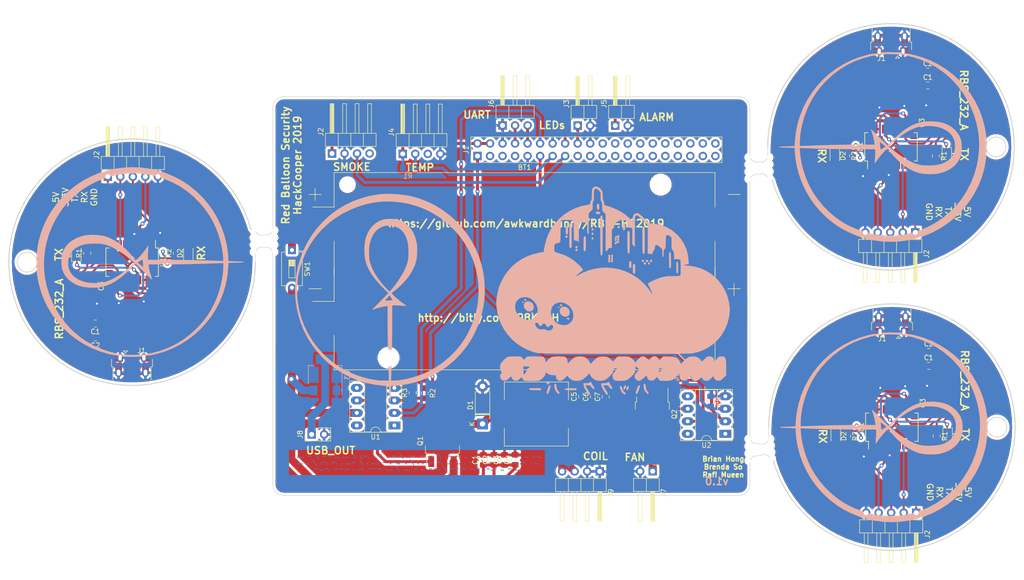
<source format=kicad_pcb>
(kicad_pcb (version 20171130) (host pcbnew 5.0.2-bee76a0~70~ubuntu18.04.1)
  (layers (0 F.Cu signal) (31 B.Cu signal) (34 B.Paste user) (35 F.Paste user) (36 B.SilkS user) (37 F.SilkS user) (38 B.Mask user) (39 F.Mask user) (44 Edge.Cuts user))
  (net 0 "")
  (net 1 GND)
  (net 2 +7.5V)
  (net 3 "Net-(C5-Pad1)")
  (net 4 "Net-(D1-Pad1)")
  (net 5 +3V3)
  (net 6 +5V)
  (net 7 "Net-(J1-Pad3)")
  (net 8 "Net-(J1-Pad5)")
  (net 9 "Net-(J1-Pad7)")
  (net 10 /UART_TX_WHT)
  (net 11 /UART_RX_GRN)
  (net 12 /Fan_On)
  (net 13 /PWM0)
  (net 14 /Alarm_PWM)
  (net 15 /Smoke_D)
  (net 16 /Temp_D)
  (net 17 "Net-(J1-Pad17)")
  (net 18 /LEDs)
  (net 19 "Net-(J1-Pad19)")
  (net 20 "Net-(J1-Pad21)")
  (net 21 "Net-(J1-Pad22)")
  (net 22 "Net-(J1-Pad23)")
  (net 23 "Net-(J1-Pad24)")
  (net 24 "Net-(J1-Pad25)")
  (net 25 "Net-(J1-Pad26)")
  (net 26 "Net-(J1-Pad27)")
  (net 27 "Net-(J1-Pad28)")
  (net 28 "Net-(J1-Pad29)")
  (net 29 "Net-(J1-Pad30)")
  (net 30 "Net-(J1-Pad31)")
  (net 31 "Net-(J1-Pad32)")
  (net 32 "Net-(J1-Pad33)")
  (net 33 "Net-(J1-Pad34)")
  (net 34 "Net-(J1-Pad35)")
  (net 35 "Net-(J1-Pad36)")
  (net 36 "Net-(J1-Pad37)")
  (net 37 "Net-(J1-Pad38)")
  (net 38 "Net-(J1-Pad39)")
  (net 39 "Net-(J1-Pad40)")
  (net 40 /Smoke_A)
  (net 41 "Net-(J4-Pad3)")
  (net 42 "Net-(J7-Pad1)")
  (net 43 "Net-(J8-Pad1)")
  (net 44 /HV_PWM)
  (net 45 /HV_FAN)
  (net 46 "Net-(R2-Pad2)")
  (net 47 "Net-(R4-Pad2)")
  (net 48 "Net-(U1-Pad8)")
  (net 49 "Net-(U1-Pad5)")
  (net 50 "Net-(U1-Pad1)")
  (net 51 "Net-(U2-Pad1)")
  (net 52 "Net-(U2-Pad5)")
  (net 53 "Net-(U2-Pad8)")
  (net 54 "Net-(BT1-Pad2)")
  (net 55 "Net-(C1-Pad1)")
  (net 56 "Net-(C3-Pad1)")
  (net 57 "Net-(D1-Pad2)")
  (net 58 "Net-(D2-Pad1)")
  (net 59 "Net-(D2-Pad2)")
  (net 60 "Net-(J1-Pad2)")
  (net 61 "Net-(J1-Pad4)")
  (net 62 "Net-(J2-Pad3)")
  (net 63 "Net-(J2-Pad4)")
  (net 64 "Net-(U1-Pad2)")
  (net 65 "Net-(U1-Pad3)")
  (net 66 "Net-(U1-Pad6)")
  (net 67 "Net-(U1-Pad9)")
  (net 68 "Net-(U1-Pad10)")
  (net 69 "Net-(U1-Pad11)")
  (net 70 "Net-(U1-Pad12)")
  (net 71 "Net-(U1-Pad13)")
  (net 72 "Net-(U1-Pad14)")
  (net 73 "Net-(U1-Pad19)")
  (net 74 "Net-(U1-Pad27)")
  (net 75 "Net-(U1-Pad28)")
  (net 76 "Net-(BT1-Pad1)")
  (module Package_SO:SSOP-28_5.3x10.2mm_P0.65mm (layer F.Cu) (at 215.03 120.3706 90)
    (fp_text reference U1 (at 0 -6.25 90) (layer F.SilkS))
    (fp_text value FT232RL)
    (pad 28 smd rect (at 3.6 -4.225 90) (size 1.75 0.45) (layers F.Cu F.Paste F.Mask) (net 75 "Net-(U1-Pad28)"))
    (pad 27 smd rect (at 3.6 -3.575 90) (size 1.75 0.45) (layers F.Cu F.Paste F.Mask) (net 74 "Net-(U1-Pad27)"))
    (pad 26 smd rect (at 3.6 -2.925 90) (size 1.75 0.45) (layers F.Cu F.Paste F.Mask) (net 1 GND))
    (pad 25 smd rect (at 3.6 -2.275 90) (size 1.75 0.45) (layers F.Cu F.Paste F.Mask) (net 1 GND))
    (pad 24 smd rect (at 3.6 -1.625 90) (size 1.75 0.45) (layers F.Cu F.Paste F.Mask))
    (pad 23 smd rect (at 3.6 -0.975 90) (size 1.75 0.45) (layers F.Cu F.Paste F.Mask) (net 4 "Net-(D1-Pad1)"))
    (pad 22 smd rect (at 3.6 -0.325 90) (size 1.75 0.45) (layers F.Cu F.Paste F.Mask) (net 58 "Net-(D2-Pad1)"))
    (pad 21 smd rect (at 3.6 0.325 90) (size 1.75 0.45) (layers F.Cu F.Paste F.Mask) (net 1 GND))
    (pad 20 smd rect (at 3.6 0.975 90) (size 1.75 0.45) (layers F.Cu F.Paste F.Mask) (net 55 "Net-(C1-Pad1)"))
    (pad 19 smd rect (at 3.6 1.625 90) (size 1.75 0.45) (layers F.Cu F.Paste F.Mask) (net 73 "Net-(U1-Pad19)"))
    (pad 18 smd rect (at 3.6 2.275 90) (size 1.75 0.45) (layers F.Cu F.Paste F.Mask) (net 1 GND))
    (pad 17 smd rect (at 3.6 2.925 90) (size 1.75 0.45) (layers F.Cu F.Paste F.Mask) (net 56 "Net-(C3-Pad1)"))
    (pad 16 smd rect (at 3.6 3.575 90) (size 1.75 0.45) (layers F.Cu F.Paste F.Mask) (net 60 "Net-(J1-Pad2)"))
    (pad 15 smd rect (at 3.6 4.225 90) (size 1.75 0.45) (layers F.Cu F.Paste F.Mask) (net 7 "Net-(J1-Pad3)"))
    (pad 14 smd rect (at -3.6 4.225 90) (size 1.75 0.45) (layers F.Cu F.Paste F.Mask) (net 72 "Net-(U1-Pad14)"))
    (pad 13 smd rect (at -3.6 3.575 90) (size 1.75 0.45) (layers F.Cu F.Paste F.Mask) (net 71 "Net-(U1-Pad13)"))
    (pad 12 smd rect (at -3.6 2.925 90) (size 1.75 0.45) (layers F.Cu F.Paste F.Mask) (net 70 "Net-(U1-Pad12)"))
    (pad 11 smd rect (at -3.6 2.275 90) (size 1.75 0.45) (layers F.Cu F.Paste F.Mask) (net 69 "Net-(U1-Pad11)"))
    (pad 10 smd rect (at -3.6 1.625 90) (size 1.75 0.45) (layers F.Cu F.Paste F.Mask) (net 68 "Net-(U1-Pad10)"))
    (pad 9 smd rect (at -3.6 0.975 90) (size 1.75 0.45) (layers F.Cu F.Paste F.Mask) (net 67 "Net-(U1-Pad9)"))
    (pad 8 smd rect (at -3.6 0.325 90) (size 1.75 0.45) (layers F.Cu F.Paste F.Mask))
    (pad 7 smd rect (at -3.6 -0.325 90) (size 1.75 0.45) (layers F.Cu F.Paste F.Mask) (net 1 GND))
    (pad 6 smd rect (at -3.6 -0.975 90) (size 1.75 0.45) (layers F.Cu F.Paste F.Mask) (net 66 "Net-(U1-Pad6)"))
    (pad 5 smd rect (at -3.6 -1.625 90) (size 1.75 0.45) (layers F.Cu F.Paste F.Mask) (net 63 "Net-(J2-Pad4)"))
    (pad 4 smd rect (at -3.6 -2.275 90) (size 1.75 0.45) (layers F.Cu F.Paste F.Mask) (net 55 "Net-(C1-Pad1)"))
    (pad 3 smd rect (at -3.6 -2.925 90) (size 1.75 0.45) (layers F.Cu F.Paste F.Mask) (net 65 "Net-(U1-Pad3)"))
    (pad 2 smd rect (at -3.6 -3.575 90) (size 1.75 0.45) (layers F.Cu F.Paste F.Mask) (net 64 "Net-(U1-Pad2)"))
    (pad 1 smd rect (at -3.6 -4.225 90) (size 1.75 0.45) (layers F.Cu F.Paste F.Mask) (net 62 "Net-(J2-Pad3)"))
  )
  (module custom:RBS_1.5in (layer B.Cu) (at 213.4616 120.4214 90)
    (fp_text reference G*** hide)
    (fp_text value LOGO hide)
  )
  (module Capacitor_SMD:C_0805_2012Metric_Pad1.15x1.40mm_HandSolder (layer F.Cu) (at 222.495 107.9246)
    (fp_text reference C1 (at 0 -1.65) (layer F.SilkS))
    (fp_text value 10n)
    (pad 2 smd roundrect (at 1.025 0) (size 1.15 1.4) (layers F.Cu F.Paste F.Mask) (roundrect_rratio 0.217391) (net 1 GND))
    (pad 1 smd roundrect (at -1.025 0) (size 1.15 1.4) (layers F.Cu F.Paste F.Mask) (roundrect_rratio 0.217391) (net 55 "Net-(C1-Pad1)"))
  )
  (module Connector_USB:USB_Micro-B_Amphenol_10103594-0001LF_Horizontal (layer F.Cu) (at 215.03 99.06 180)
    (fp_text reference J1 (at 1.925 -3.365 180) (layer F.SilkS))
    (fp_text value USB_B_Micro hide)
    (pad 6 smd rect (at 0.935 1.385 270) (size 2.5 1.43) (layers F.Cu F.Paste F.Mask) (net 1 GND))
    (pad 6 smd rect (at -0.985 1.385 270) (size 2.5 1.43) (layers F.Cu F.Paste F.Mask) (net 1 GND))
    (pad 6 thru_hole oval (at 2.705 1.115 270) (size 1.7 1.35) (drill oval 1.2 0.7) (layers *.Cu *.Mask) (net 1 GND))
    (pad 6 thru_hole oval (at -2.755 1.115 270) (size 1.7 1.35) (drill oval 1.2 0.7) (layers *.Cu *.Mask) (net 1 GND))
    (pad 6 thru_hole oval (at 2.395 -1.885 270) (size 1.5 1.1) (drill oval 1.05 0.65) (layers *.Cu *.Mask) (net 1 GND))
    (pad 6 thru_hole oval (at -2.445 -1.885 270) (size 1.5 1.1) (drill oval 1.05 0.65) (layers *.Cu *.Mask) (net 1 GND))
    (pad 5 smd rect (at 1.275 -1.765 270) (size 1.65 0.4) (layers F.Cu F.Paste F.Mask) (net 1 GND))
    (pad 4 smd rect (at 0.625 -1.765 270) (size 1.65 0.4) (layers F.Cu F.Paste F.Mask) (net 61 "Net-(J1-Pad4)"))
    (pad 3 smd rect (at -0.025 -1.765 270) (size 1.65 0.4) (layers F.Cu F.Paste F.Mask) (net 7 "Net-(J1-Pad3)"))
    (pad 2 smd rect (at -0.675 -1.765 270) (size 1.65 0.4) (layers F.Cu F.Paste F.Mask) (net 60 "Net-(J1-Pad2)"))
    (pad 1 smd rect (at -1.325 -1.765 270) (size 1.65 0.4) (layers F.Cu F.Paste F.Mask) (net 55 "Net-(C1-Pad1)"))
    (pad 6 smd rect (at 2.875 -1.885 180) (size 2 1.5) (layers F.Cu F.Paste F.Mask) (net 1 GND))
    (pad 6 smd rect (at -2.875 -1.865 180) (size 2 1.5) (layers F.Cu F.Paste F.Mask) (net 1 GND))
    (pad 6 smd rect (at 2.975 -0.565 180) (size 1.825 0.7) (layers F.Cu F.Paste F.Mask) (net 1 GND))
    (pad 6 smd rect (at -2.975 -0.565 180) (size 1.825 0.7) (layers F.Cu F.Paste F.Mask) (net 1 GND))
    (pad 6 smd rect (at -2.755 0.185 180) (size 1.35 2) (layers F.Cu F.Paste F.Mask) (net 1 GND))
    (pad 6 smd rect (at 2.725 0.185 180) (size 1.35 2) (layers F.Cu F.Paste F.Mask) (net 1 GND))
  )
  (module LED_SMD:LED_0805_2012Metric (layer F.Cu) (at 226.3394 122.1904 270)
    (fp_text reference D1 (at 0 -1.65 270) (layer F.SilkS))
    (fp_text value LED_TX)
    (pad 1 smd roundrect (at -0.9375 0 270) (size 0.975 1.4) (layers F.Cu F.Paste F.Mask) (net 4 "Net-(D1-Pad1)"))
    (pad 2 smd roundrect (at 0.9375 0 270) (size 0.975 1.4) (layers F.Cu F.Paste F.Mask) (net 57 "Net-(D1-Pad2)"))
  )
  (module Resistor_SMD:R_0805_2012Metric_Pad1.15x1.40mm_HandSolder (layer F.Cu) (at 205.9432 122.1904 270)
    (fp_text reference R2 (at 0 -1.65 270) (layer F.SilkS))
    (fp_text value 270)
    (pad 2 smd roundrect (at 1.025 0 270) (size 1.15 1.4) (layers F.Cu F.Paste F.Mask) (roundrect_rratio 0.217391) (net 59 "Net-(D2-Pad2)"))
    (pad 1 smd roundrect (at -1.025 0 270) (size 1.15 1.4) (layers F.Cu F.Paste F.Mask) (roundrect_rratio 0.217391) (net 55 "Net-(C1-Pad1)"))
  )
  (module Capacitor_SMD:C_0805_2012Metric_Pad1.15x1.40mm_HandSolder (layer F.Cu) (at 222.9612 115.4938 90)
    (fp_text reference C3 (at 0 -1.65 90) (layer F.SilkS))
    (fp_text value 100n)
    (pad 2 smd roundrect (at 1.025 0 90) (size 1.15 1.4) (layers F.Cu F.Paste F.Mask) (roundrect_rratio 0.217391) (net 1 GND))
    (pad 1 smd roundrect (at -1.025 0 90) (size 1.15 1.4) (layers F.Cu F.Paste F.Mask) (roundrect_rratio 0.217391) (net 56 "Net-(C3-Pad1)"))
  )
  (module Resistor_SMD:R_0805_2012Metric_Pad1.15x1.40mm_HandSolder (layer F.Cu) (at 224.1296 122.1904 270)
    (fp_text reference R1 (at 0 -1.65 270) (layer F.SilkS))
    (fp_text value 270)
    (pad 1 smd roundrect (at -1.025 0 270) (size 1.15 1.4) (layers F.Cu F.Paste F.Mask) (roundrect_rratio 0.217391) (net 55 "Net-(C1-Pad1)"))
    (pad 2 smd roundrect (at 1.025 0 270) (size 1.15 1.4) (layers F.Cu F.Paste F.Mask) (roundrect_rratio 0.217391) (net 57 "Net-(D1-Pad2)"))
  )
  (module Connector_PinHeader_2.54mm:PinHeader_1x05_P2.54mm_Horizontal (layer F.Cu) (at 219.964 137.7188 270)
    (fp_text reference J2 (at 4.385 -2.27 270) (layer F.SilkS))
    (fp_text value Conn_01x05)
    (pad 5 thru_hole oval (at 0 10.16 270) (size 1.7 1.7) (drill 1) (layers *.Cu *.Mask) (net 1 GND))
    (pad 4 thru_hole oval (at 0 7.62 270) (size 1.7 1.7) (drill 1) (layers *.Cu *.Mask) (net 63 "Net-(J2-Pad4)"))
    (pad 3 thru_hole oval (at 0 5.08 270) (size 1.7 1.7) (drill 1) (layers *.Cu *.Mask) (net 62 "Net-(J2-Pad3)"))
    (pad 2 thru_hole oval (at 0 2.54 270) (size 1.7 1.7) (drill 1) (layers *.Cu *.Mask) (net 56 "Net-(C3-Pad1)"))
    (pad 1 thru_hole rect (at 0 0 270) (size 1.7 1.7) (drill 1) (layers *.Cu *.Mask) (net 55 "Net-(C1-Pad1)"))
  )
  (module LED_SMD:LED_0805_2012Metric (layer F.Cu) (at 203.6318 122.1904 270)
    (fp_text reference D2 (at 0 -1.65 270) (layer F.SilkS))
    (fp_text value LED_RX)
    (pad 2 smd roundrect (at 0.9375 0 270) (size 0.975 1.4) (layers F.Cu F.Paste F.Mask) (net 59 "Net-(D2-Pad2)"))
    (pad 1 smd roundrect (at -0.9375 0 270) (size 0.975 1.4) (layers F.Cu F.Paste F.Mask) (net 58 "Net-(D2-Pad1)"))
  )
  (module Capacitor_SMD:C_0805_2012Metric_Pad1.15x1.40mm_HandSolder (layer F.Cu) (at 222.495 105.1306)
    (fp_text reference C2 (at 0 -1.65) (layer F.SilkS))
    (fp_text value 100n)
    (pad 1 smd roundrect (at -1.025 0) (size 1.15 1.4) (layers F.Cu F.Paste F.Mask) (roundrect_rratio 0.217391) (net 55 "Net-(C1-Pad1)"))
    (pad 2 smd roundrect (at 1.025 0) (size 1.15 1.4) (layers F.Cu F.Paste F.Mask) (roundrect_rratio 0.217391) (net 1 GND))
  )
  (module Package_SO:SSOP-28_5.3x10.2mm_P0.65mm (layer F.Cu) (at 214.8522 63.5 90)
    (fp_text reference U1 (at 0 -6.25 90) (layer F.SilkS))
    (fp_text value FT232RL)
    (pad 28 smd rect (at 3.6 -4.225 90) (size 1.75 0.45) (layers F.Cu F.Paste F.Mask) (net 75 "Net-(U1-Pad28)"))
    (pad 27 smd rect (at 3.6 -3.575 90) (size 1.75 0.45) (layers F.Cu F.Paste F.Mask) (net 74 "Net-(U1-Pad27)"))
    (pad 26 smd rect (at 3.6 -2.925 90) (size 1.75 0.45) (layers F.Cu F.Paste F.Mask) (net 1 GND))
    (pad 25 smd rect (at 3.6 -2.275 90) (size 1.75 0.45) (layers F.Cu F.Paste F.Mask) (net 1 GND))
    (pad 24 smd rect (at 3.6 -1.625 90) (size 1.75 0.45) (layers F.Cu F.Paste F.Mask))
    (pad 23 smd rect (at 3.6 -0.975 90) (size 1.75 0.45) (layers F.Cu F.Paste F.Mask) (net 4 "Net-(D1-Pad1)"))
    (pad 22 smd rect (at 3.6 -0.325 90) (size 1.75 0.45) (layers F.Cu F.Paste F.Mask) (net 58 "Net-(D2-Pad1)"))
    (pad 21 smd rect (at 3.6 0.325 90) (size 1.75 0.45) (layers F.Cu F.Paste F.Mask) (net 1 GND))
    (pad 20 smd rect (at 3.6 0.975 90) (size 1.75 0.45) (layers F.Cu F.Paste F.Mask) (net 55 "Net-(C1-Pad1)"))
    (pad 19 smd rect (at 3.6 1.625 90) (size 1.75 0.45) (layers F.Cu F.Paste F.Mask) (net 73 "Net-(U1-Pad19)"))
    (pad 18 smd rect (at 3.6 2.275 90) (size 1.75 0.45) (layers F.Cu F.Paste F.Mask) (net 1 GND))
    (pad 17 smd rect (at 3.6 2.925 90) (size 1.75 0.45) (layers F.Cu F.Paste F.Mask) (net 56 "Net-(C3-Pad1)"))
    (pad 16 smd rect (at 3.6 3.575 90) (size 1.75 0.45) (layers F.Cu F.Paste F.Mask) (net 60 "Net-(J1-Pad2)"))
    (pad 15 smd rect (at 3.6 4.225 90) (size 1.75 0.45) (layers F.Cu F.Paste F.Mask) (net 7 "Net-(J1-Pad3)"))
    (pad 14 smd rect (at -3.6 4.225 90) (size 1.75 0.45) (layers F.Cu F.Paste F.Mask) (net 72 "Net-(U1-Pad14)"))
    (pad 13 smd rect (at -3.6 3.575 90) (size 1.75 0.45) (layers F.Cu F.Paste F.Mask) (net 71 "Net-(U1-Pad13)"))
    (pad 12 smd rect (at -3.6 2.925 90) (size 1.75 0.45) (layers F.Cu F.Paste F.Mask) (net 70 "Net-(U1-Pad12)"))
    (pad 11 smd rect (at -3.6 2.275 90) (size 1.75 0.45) (layers F.Cu F.Paste F.Mask) (net 69 "Net-(U1-Pad11)"))
    (pad 10 smd rect (at -3.6 1.625 90) (size 1.75 0.45) (layers F.Cu F.Paste F.Mask) (net 68 "Net-(U1-Pad10)"))
    (pad 9 smd rect (at -3.6 0.975 90) (size 1.75 0.45) (layers F.Cu F.Paste F.Mask) (net 67 "Net-(U1-Pad9)"))
    (pad 8 smd rect (at -3.6 0.325 90) (size 1.75 0.45) (layers F.Cu F.Paste F.Mask))
    (pad 7 smd rect (at -3.6 -0.325 90) (size 1.75 0.45) (layers F.Cu F.Paste F.Mask) (net 1 GND))
    (pad 6 smd rect (at -3.6 -0.975 90) (size 1.75 0.45) (layers F.Cu F.Paste F.Mask) (net 66 "Net-(U1-Pad6)"))
    (pad 5 smd rect (at -3.6 -1.625 90) (size 1.75 0.45) (layers F.Cu F.Paste F.Mask) (net 63 "Net-(J2-Pad4)"))
    (pad 4 smd rect (at -3.6 -2.275 90) (size 1.75 0.45) (layers F.Cu F.Paste F.Mask) (net 55 "Net-(C1-Pad1)"))
    (pad 3 smd rect (at -3.6 -2.925 90) (size 1.75 0.45) (layers F.Cu F.Paste F.Mask) (net 65 "Net-(U1-Pad3)"))
    (pad 2 smd rect (at -3.6 -3.575 90) (size 1.75 0.45) (layers F.Cu F.Paste F.Mask) (net 64 "Net-(U1-Pad2)"))
    (pad 1 smd rect (at -3.6 -4.225 90) (size 1.75 0.45) (layers F.Cu F.Paste F.Mask) (net 62 "Net-(J2-Pad3)"))
  )
  (module custom:RBS_1.5in (layer B.Cu) (at 213.2838 63.5508 90)
    (fp_text reference G*** hide)
    (fp_text value LOGO hide)
  )
  (module Capacitor_SMD:C_0805_2012Metric_Pad1.15x1.40mm_HandSolder (layer F.Cu) (at 222.3172 51.054)
    (fp_text reference C1 (at 0 -1.65) (layer F.SilkS))
    (fp_text value 10n)
    (pad 2 smd roundrect (at 1.025 0) (size 1.15 1.4) (layers F.Cu F.Paste F.Mask) (roundrect_rratio 0.217391) (net 1 GND))
    (pad 1 smd roundrect (at -1.025 0) (size 1.15 1.4) (layers F.Cu F.Paste F.Mask) (roundrect_rratio 0.217391) (net 55 "Net-(C1-Pad1)"))
  )
  (module Connector_USB:USB_Micro-B_Amphenol_10103594-0001LF_Horizontal (layer F.Cu) (at 214.8522 42.1894 180)
    (fp_text reference J1 (at 1.925 -3.365 180) (layer F.SilkS))
    (fp_text value USB_B_Micro hide)
    (pad 6 smd rect (at 0.935 1.385 270) (size 2.5 1.43) (layers F.Cu F.Paste F.Mask) (net 1 GND))
    (pad 6 smd rect (at -0.985 1.385 270) (size 2.5 1.43) (layers F.Cu F.Paste F.Mask) (net 1 GND))
    (pad 6 thru_hole oval (at 2.705 1.115 270) (size 1.7 1.35) (drill oval 1.2 0.7) (layers *.Cu *.Mask) (net 1 GND))
    (pad 6 thru_hole oval (at -2.755 1.115 270) (size 1.7 1.35) (drill oval 1.2 0.7) (layers *.Cu *.Mask) (net 1 GND))
    (pad 6 thru_hole oval (at 2.395 -1.885 270) (size 1.5 1.1) (drill oval 1.05 0.65) (layers *.Cu *.Mask) (net 1 GND))
    (pad 6 thru_hole oval (at -2.445 -1.885 270) (size 1.5 1.1) (drill oval 1.05 0.65) (layers *.Cu *.Mask) (net 1 GND))
    (pad 5 smd rect (at 1.275 -1.765 270) (size 1.65 0.4) (layers F.Cu F.Paste F.Mask) (net 1 GND))
    (pad 4 smd rect (at 0.625 -1.765 270) (size 1.65 0.4) (layers F.Cu F.Paste F.Mask) (net 61 "Net-(J1-Pad4)"))
    (pad 3 smd rect (at -0.025 -1.765 270) (size 1.65 0.4) (layers F.Cu F.Paste F.Mask) (net 7 "Net-(J1-Pad3)"))
    (pad 2 smd rect (at -0.675 -1.765 270) (size 1.65 0.4) (layers F.Cu F.Paste F.Mask) (net 60 "Net-(J1-Pad2)"))
    (pad 1 smd rect (at -1.325 -1.765 270) (size 1.65 0.4) (layers F.Cu F.Paste F.Mask) (net 55 "Net-(C1-Pad1)"))
    (pad 6 smd rect (at 2.875 -1.885 180) (size 2 1.5) (layers F.Cu F.Paste F.Mask) (net 1 GND))
    (pad 6 smd rect (at -2.875 -1.865 180) (size 2 1.5) (layers F.Cu F.Paste F.Mask) (net 1 GND))
    (pad 6 smd rect (at 2.975 -0.565 180) (size 1.825 0.7) (layers F.Cu F.Paste F.Mask) (net 1 GND))
    (pad 6 smd rect (at -2.975 -0.565 180) (size 1.825 0.7) (layers F.Cu F.Paste F.Mask) (net 1 GND))
    (pad 6 smd rect (at -2.755 0.185 180) (size 1.35 2) (layers F.Cu F.Paste F.Mask) (net 1 GND))
    (pad 6 smd rect (at 2.725 0.185 180) (size 1.35 2) (layers F.Cu F.Paste F.Mask) (net 1 GND))
  )
  (module LED_SMD:LED_0805_2012Metric (layer F.Cu) (at 226.1616 65.3198 270)
    (fp_text reference D1 (at 0 -1.65 270) (layer F.SilkS))
    (fp_text value LED_TX)
    (pad 1 smd roundrect (at -0.9375 0 270) (size 0.975 1.4) (layers F.Cu F.Paste F.Mask) (net 4 "Net-(D1-Pad1)"))
    (pad 2 smd roundrect (at 0.9375 0 270) (size 0.975 1.4) (layers F.Cu F.Paste F.Mask) (net 57 "Net-(D1-Pad2)"))
  )
  (module Resistor_SMD:R_0805_2012Metric_Pad1.15x1.40mm_HandSolder (layer F.Cu) (at 205.7654 65.3198 270)
    (fp_text reference R2 (at 0 -1.65 270) (layer F.SilkS))
    (fp_text value 270)
    (pad 2 smd roundrect (at 1.025 0 270) (size 1.15 1.4) (layers F.Cu F.Paste F.Mask) (roundrect_rratio 0.217391) (net 59 "Net-(D2-Pad2)"))
    (pad 1 smd roundrect (at -1.025 0 270) (size 1.15 1.4) (layers F.Cu F.Paste F.Mask) (roundrect_rratio 0.217391) (net 55 "Net-(C1-Pad1)"))
  )
  (module Capacitor_SMD:C_0805_2012Metric_Pad1.15x1.40mm_HandSolder (layer F.Cu) (at 222.7834 58.6232 90)
    (fp_text reference C3 (at 0 -1.65 90) (layer F.SilkS))
    (fp_text value 100n)
    (pad 2 smd roundrect (at 1.025 0 90) (size 1.15 1.4) (layers F.Cu F.Paste F.Mask) (roundrect_rratio 0.217391) (net 1 GND))
    (pad 1 smd roundrect (at -1.025 0 90) (size 1.15 1.4) (layers F.Cu F.Paste F.Mask) (roundrect_rratio 0.217391) (net 56 "Net-(C3-Pad1)"))
  )
  (module Symbol:OSHW-Logo_5.7x6mm_Copper (layer F.Cu) (at 200.8632 74.4982 270)
    (fp_text reference REF** hide)
    (fp_text value OSHW-Logo_5.7x6mm_Copper hide)
    (fp_poly (pts (xy -1.908759 1.469184) (xy -1.882247 1.482282) (xy -1.849553 1.505106) (xy -1.825725 1.529996) (xy -1.809406 1.561249) (xy -1.79924 1.603166) (xy -1.793872 1.660044) (xy -1.791944 1.736184) (xy -1.791831 1.768917) (xy -1.792161 1.840656) (xy -1.793527 1.891927) (xy -1.7965 1.927404) (xy -1.801649 1.951763) (xy -1.809543 1.96968) (xy -1.817757 1.981902) (xy -1.870187 2.033905) (xy -1.93193 2.065184) (xy -1.998536 2.074592) (xy -2.065558 2.06098) (xy -2.086792 2.051354) (xy -2.137624 2.024859) (xy -2.137624 2.440052) (xy -2.100525 2.420868) (xy -2.051643 2.406025) (xy -1.991561 2.402222) (xy -1.931564 2.409243) (xy -1.886256 2.425013) (xy -1.848675 2.455047) (xy -1.816564 2.498024) (xy -1.81415 2.502436) (xy -1.803967 2.523221) (xy -1.79653 2.54417) (xy -1.791411 2.569548) (xy -1.788181 2.603618) (xy -1.786413 2.650641) (xy -1.785677 2.714882) (xy -1.785544 2.787176) (xy -1.785544 3.017822) (xy -1.923861 3.017822) (xy -1.923861 2.592533) (xy -1.962549 2.559979) (xy -2.002738 2.53394) (xy -2.040797 2.529205) (xy -2.079066 2.541389) (xy -2.099462 2.55332) (xy -2.114642 2.570313) (xy -2.125438 2.595995) (xy -2.132683 2.633991) (xy -2.137208 2.687926) (xy -2.139844 2.761425) (xy -2.140772 2.810347) (xy -2.143911 3.011535) (xy -2.209926 3.015336) (xy -2.27594 3.019136) (xy -2.27594 1.77065) (xy -2.137624 1.77065) (xy -2.134097 1.840254) (xy -2.122215 1.888569) (xy -2.10002 1.918631) (xy -2.065559 1.933471) (xy -2.030742 1.936436) (xy -1.991329 1.933028) (xy -1.965171 1.919617) (xy -1.948814 1.901896) (xy -1.935937 1.882835) (xy -1.928272 1.861601) (xy -1.924861 1.831849) (xy -1.924749 1.787236) (xy -1.925897 1.74988) (xy -1.928532 1.693604) (xy -1.932456 1.656658) (xy -1.939063 1.633223) (xy -1.949749 1.61748) (xy -1.959833 1.60838) (xy -2.00197 1.588537) (xy -2.05184 1.585332) (xy -2.080476 1.592168) (xy -2.108828 1.616464) (xy -2.127609 1.663728) (xy -2.136712 1.733624) (xy -2.137624 1.77065) (xy -2.27594 1.77065) (xy -2.27594 1.458614) (xy -2.206782 1.458614) (xy -2.16526 1.460256) (xy -2.143838 1.466087) (xy -2.137626 1.477461) (xy -2.137624 1.477798) (xy -2.134742 1.488938) (xy -2.12203 1.487673) (xy -2.096757 1.475433) (xy -2.037869 1.456707) (xy -1.971615 1.454739) (xy -1.908759 1.469184)) (layer F.Cu) (width 0.01))
    (fp_poly (pts (xy -1.38421 2.406555) (xy -1.325055 2.422339) (xy -1.280023 2.450948) (xy -1.248246 2.488419) (xy -1.238366 2.504411) (xy -1.231073 2.521163) (xy -1.225974 2.542592) (xy -1.222679 2.572616) (xy -1.220797 2.615154) (xy -1.219937 2.674122) (xy -1.219707 2.75344) (xy -1.219703 2.774484) (xy -1.219703 3.017822) (xy -1.280059 3.017822) (xy -1.318557 3.015126) (xy -1.347023 3.008295) (xy -1.354155 3.004083) (xy -1.373652 2.996813) (xy -1.393566 3.004083) (xy -1.426353 3.01316) (xy -1.473978 3.016813) (xy -1.526764 3.015228) (xy -1.575036 3.008589) (xy -1.603218 3.000072) (xy -1.657753 2.965063) (xy -1.691835 2.916479) (xy -1.707157 2.851882) (xy -1.707299 2.850223) (xy -1.705955 2.821566) (xy -1.584356 2.821566) (xy -1.573726 2.854161) (xy -1.55641 2.872505) (xy -1.521652 2.886379) (xy -1.475773 2.891917) (xy -1.428988 2.889191) (xy -1.391514 2.878274) (xy -1.381015 2.871269) (xy -1.362668 2.838904) (xy -1.35802 2.802111) (xy -1.35802 2.753763) (xy -1.427582 2.753763) (xy -1.493667 2.75885) (xy -1.543764 2.773263) (xy -1.574929 2.795729) (xy -1.584356 2.821566) (xy -1.705955 2.821566) (xy -1.703987 2.779647) (xy -1.68071 2.723845) (xy -1.636948 2.681647) (xy -1.630899 2.677808) (xy -1.604907 2.665309) (xy -1.572735 2.65774) (xy -1.52776 2.654061) (xy -1.474331 2.653216) (xy -1.35802 2.653169) (xy -1.35802 2.604411) (xy -1.362953 2.566581) (xy -1.375543 2.541236) (xy -1.377017 2.539887) (xy -1.405034 2.5288) (xy -1.447326 2.524503) (xy -1.494064 2.526615) (xy -1.535418 2.534756) (xy -1.559957 2.546965) (xy -1.573253 2.556746) (xy -1.587294 2.558613) (xy -1.606671 2.5506) (xy -1.635976 2.530739) (xy -1.679803 2.497063) (xy -1.683825 2.493909) (xy -1.681764 2.482236) (xy -1.664568 2.462822) (xy -1.638433 2.441248) (xy -1.609552 2.423096) (xy -1.600478 2.418809) (xy -1.56738 2.410256) (xy -1.51888 2.404155) (xy -1.464695 2.401708) (xy -1.462161 2.401703) (xy -1.38421 2.406555)) (layer F.Cu) (width 0.01))
    (fp_poly (pts (xy -0.993356 2.40302) (xy -0.974539 2.40866) (xy -0.968473 2.421053) (xy -0.968218 2.426647) (xy -0.967129 2.44223) (xy -0.959632 2.444676) (xy -0.939381 2.433993) (xy -0.927351 2.426694) (xy -0.8894 2.411063) (xy -0.844072 2.403334) (xy -0.796544 2.40274) (xy -0.751995 2.408513) (xy -0.715602 2.419884) (xy -0.692543 2.436088) (xy -0.687996 2.456355) (xy -0.690291 2.461843) (xy -0.70702 2.484626) (xy -0.732963 2.512647) (xy -0.737655 2.517177) (xy -0.762383 2.538005) (xy -0.783718 2.544735) (xy -0.813555 2.540038) (xy -0.825508 2.536917) (xy -0.862705 2.529421) (xy -0.888859 2.532792) (xy -0.910946 2.544681) (xy -0.931178 2.560635) (xy -0.946079 2.5807) (xy -0.956434 2.608702) (xy -0.963029 2.648467) (xy -0.966649 2.703823) (xy -0.968078 2.778594) (xy -0.968218 2.82374) (xy -0.968218 3.017822) (xy -1.09396 3.017822) (xy -1.09396 2.401683) (xy -1.031089 2.401683) (xy -0.993356 2.40302)) (layer F.Cu) (width 0.01))
    (fp_poly (pts (xy -0.201188 3.017822) (xy -0.270346 3.017822) (xy -0.310488 3.016645) (xy -0.331394 3.011772) (xy -0.338922 3.001186) (xy -0.339505 2.994029) (xy -0.340774 2.979676) (xy -0.348779 2.976923) (xy -0.369815 2.985771) (xy -0.386173 2.994029) (xy -0.448977 3.013597) (xy -0.517248 3.014729) (xy -0.572752 3.000135) (xy -0.624438 2.964877) (xy -0.663838 2.912835) (xy -0.685413 2.85145) (xy -0.685962 2.848018) (xy -0.689167 2.810571) (xy -0.690761 2.756813) (xy -0.690633 2.716155) (xy -0.553279 2.716155) (xy -0.550097 2.770194) (xy -0.542859 2.814735) (xy -0.53306 2.839888) (xy -0.495989 2.87426) (xy -0.451974 2.886582) (xy -0.406584 2.876618) (xy -0.367797 2.846895) (xy -0.353108 2.826905) (xy -0.344519 2.80305) (xy -0.340496 2.76823) (xy -0.339505 2.71593) (xy -0.341278 2.664139) (xy -0.345963 2.618634) (xy -0.352603 2.588181) (xy -0.35371 2.585452) (xy -0.380491 2.553) (xy -0.419579 2.535183) (xy -0.463315 2.532306) (xy -0.504038 2.544674) (xy -0.534087 2.572593) (xy -0.537204 2.578148) (xy -0.546961 2.612022) (xy -0.552277 2.660728) (xy -0.553279 2.716155) (xy -0.690633 2.716155) (xy -0.690568 2.69554) (xy -0.689664 2.662563) (xy -0.683514 2.580981) (xy -0.670733 2.51973) (xy -0.649471 2.474449) (xy -0.617878 2.440779) (xy -0.587207 2.421014) (xy -0.544354 2.40712) (xy -0.491056 2.402354) (xy -0.43648 2.406236) (xy -0.389792 2.418282) (xy -0.365124 2.432693) (xy -0.339505 2.455878) (xy -0.339505 2.162773) (xy -0.201188 2.162773) (xy -0.201188 3.017822)) (layer F.Cu) (width 0.01))
    (fp_poly (pts (xy 0.281524 2.404237) (xy 0.331255 2.407971) (xy 0.461291 2.797773) (xy 0.481678 2.728614) (xy 0.493946 2.685874) (xy 0.510085 2.628115) (xy 0.527512 2.564625) (xy 0.536726 2.53057) (xy 0.571388 2.401683) (xy 0.714391 2.401683) (xy 0.671646 2.536857) (xy 0.650596 2.603342) (xy 0.625167 2.683539) (xy 0.59861 2.767193) (xy 0.574902 2.841782) (xy 0.520902 3.011535) (xy 0.462598 3.015328) (xy 0.404295 3.019122) (xy 0.372679 2.914734) (xy 0.353182 2.849889) (xy 0.331904 2.7784) (xy 0.313308 2.715263) (xy 0.312574 2.71275) (xy 0.298684 2.669969) (xy 0.286429 2.640779) (xy 0.277846 2.629741) (xy 0.276082 2.631018) (xy 0.269891 2.64813) (xy 0.258128 2.684787) (xy 0.242225 2.736378) (xy 0.223614 2.798294) (xy 0.213543 2.832352) (xy 0.159007 3.017822) (xy 0.043264 3.017822) (xy -0.049263 2.725471) (xy -0.075256 2.643462) (xy -0.098934 2.568987) (xy -0.11918 2.505544) (xy -0.134874 2.456632) (xy -0.144898 2.425749) (xy -0.147945 2.416726) (xy -0.145533 2.407487) (xy -0.126592 2.403441) (xy -0.087177 2.403846) (xy -0.081007 2.404152) (xy -0.007914 2.407971) (xy 0.039957 2.58401) (xy 0.057553 2.648211) (xy 0.073277 2.704649) (xy 0.085746 2.748422) (xy 0.093574 2.77463) (xy 0.09502 2.778903) (xy 0.101014 2.77399) (xy 0.113101 2.748532) (xy 0.129893 2.705997) (xy 0.150003 2.64985) (xy 0.167003 2.59913) (xy 0.231794 2.400504) (xy 0.281524 2.404237)) (layer F.Cu) (width 0.01))
    (fp_poly (pts (xy 1.038411 2.405417) (xy 1.091411 2.41829) (xy 1.106731 2.42511) (xy 1.136428 2.442974) (xy 1.15922 2.463093) (xy 1.176083 2.488962) (xy 1.187998 2.524073) (xy 1.195942 2.57192) (xy 1.200894 2.635996) (xy 1.203831 2.719794) (xy 1.204947 2.775768) (xy 1.209052 3.017822) (xy 1.138932 3.017822) (xy 1.096393 3.016038) (xy 1.074476 3.009942) (xy 1.068812 2.999706) (xy 1.065821 2.988637) (xy 1.052451 2.990754) (xy 1.034233 2.999629) (xy 0.988624 3.013233) (xy 0.930007 3.016899) (xy 0.868354 3.010903) (xy 0.813638 2.995521) (xy 0.80873 2.993386) (xy 0.758723 2.958255) (xy 0.725756 2.909419) (xy 0.710587 2.852333) (xy 0.711746 2.831824) (xy 0.835508 2.831824) (xy 0.846413 2.859425) (xy 0.878745 2.879204) (xy 0.93091 2.889819) (xy 0.958787 2.891228) (xy 1.005247 2.88762) (xy 1.036129 2.873597) (xy 1.043664 2.866931) (xy 1.064076 2.830666) (xy 1.068812 2.797773) (xy 1.068812 2.753763) (xy 1.007513 2.753763) (xy 0.936256 2.757395) (xy 0.886276 2.768818) (xy 0.854696 2.788824) (xy 0.847626 2.797743) (xy 0.835508 2.831824) (xy 0.711746 2.831824) (xy 0.713971 2.792456) (xy 0.736663 2.735244) (xy 0.767624 2.69658) (xy 0.786376 2.679864) (xy 0.804733 2.668878) (xy 0.828619 2.66218) (xy 0.863957 2.658326) (xy 0.916669 2.655873) (xy 0.937577 2.655168) (xy 1.068812 2.650879) (xy 1.06862 2.611158) (xy 1.063537 2.569405) (xy 1.045162 2.544158) (xy 1.008039 2.52803) (xy 1.007043 2.527742) (xy 0.95441 2.5214) (xy 0.902906 2.529684) (xy 0.86463 2.549827) (xy 0.849272 2.559773) (xy 0.83273 2.558397) (xy 0.807275 2.543987) (xy 0.792328 2.533817) (xy 0.763091 2.512088) (xy 0.74498 2.4958) (xy 0.742074 2.491137) (xy 0.75404 2.467005) (xy 0.789396 2.438185) (xy 0.804753 2.428461) (xy 0.848901 2.411714) (xy 0.908398 2.402227) (xy 0.974487 2.400095) (xy 1.038411 2.405417)) (layer F.Cu) (width 0.01))
    (fp_poly (pts (xy 1.635255 2.401486) (xy 1.683595 2.411015) (xy 1.711114 2.425125) (xy 1.740064 2.448568) (xy 1.698876 2.500571) (xy 1.673482 2.532064) (xy 1.656238 2.547428) (xy 1.639102 2.549776) (xy 1.614027 2.542217) (xy 1.602257 2.537941) (xy 1.55427 2.531631) (xy 1.510324 2.545156) (xy 1.47806 2.57571) (xy 1.472819 2.585452) (xy 1.467112 2.611258) (xy 1.462706 2.658817) (xy 1.459811 2.724758) (xy 1.458631 2.80571) (xy 1.458614 2.817226) (xy 1.458614 3.017822) (xy 1.320297 3.017822) (xy 1.320297 2.401683) (xy 1.389456 2.401683) (xy 1.429333 2.402725) (xy 1.450107 2.407358) (xy 1.457789 2.417849) (xy 1.458614 2.427745) (xy 1.458614 2.453806) (xy 1.491745 2.427745) (xy 1.529735 2.409965) (xy 1.58077 2.401174) (xy 1.635255 2.401486)) (layer F.Cu) (width 0.01))
    (fp_poly (pts (xy 2.032581 2.40497) (xy 2.092685 2.420597) (xy 2.143021 2.452848) (xy 2.167393 2.47694) (xy 2.207345 2.533895) (xy 2.230242 2.599965) (xy 2.238108 2.681182) (xy 2.238148 2.687748) (xy 2.238218 2.753763) (xy 1.858264 2.753763) (xy 1.866363 2.788342) (xy 1.880987 2.819659) (xy 1.906581 2.852291) (xy 1.911935 2.8575) (xy 1.957943 2.885694) (xy 2.01041 2.890475) (xy 2.070803 2.871926) (xy 2.08104 2.866931) (xy 2.112439 2.851745) (xy 2.13347 2.843094) (xy 2.137139 2.842293) (xy 2.149948 2.850063) (xy 2.174378 2.869072) (xy 2.186779 2.87946) (xy 2.212476 2.903321) (xy 2.220915 2.919077) (xy 2.215058 2.933571) (xy 2.211928 2.937534) (xy 2.190725 2.954879) (xy 2.155738 2.975959) (xy 2.131337 2.988265) (xy 2.062072 3.009946) (xy 1.985388 3.016971) (xy 1.912765 3.008647) (xy 1.892426 3.002686) (xy 1.829476 2.968952) (xy 1.782815 2.917045) (xy 1.752173 2.846459) (xy 1.737282 2.756692) (xy 1.735647 2.709753) (xy 1.740421 2.641413) (xy 1.86099 2.641413) (xy 1.872652 2.646465) (xy 1.903998 2.650429) (xy 1.949571 2.652768) (xy 1.980446 2.653169) (xy 2.035981 2.652783) (xy 2.071033 2.650975) (xy 2.090262 2.646773) (xy 2.09833 2.639203) (xy 2.099901 2.628218) (xy 2.089121 2.594381) (xy 2.06198 2.56094) (xy 2.026277 2.535272) (xy 1.99056 2.524772) (xy 1.942048 2.534086) (xy 1.900053 2.561013) (xy 1.870936 2.599827) (xy 1.86099 2.641413) (xy 1.740421 2.641413) (xy 1.742599 2.610236) (xy 1.764055 2.530949) (xy 1.80047 2.471263) (xy 1.852297 2.430549) (xy 1.91999 2.408179) (xy 1.956662 2.403871) (xy 2.032581 2.40497)) (layer F.Cu) (width 0.01))
    (fp_poly (pts (xy -2.538261 1.465148) (xy -2.472479 1.494231) (xy -2.42254 1.542793) (xy -2.388374 1.610908) (xy -2.369907 1.698651) (xy -2.368583 1.712351) (xy -2.367546 1.808939) (xy -2.380993 1.893602) (xy -2.408108 1.962221) (xy -2.422627 1.984294) (xy -2.473201 2.031011) (xy -2.537609 2.061268) (xy -2.609666 2.073824) (xy -2.683185 2.067439) (xy -2.739072 2.047772) (xy -2.787132 2.014629) (xy -2.826412 1.971175) (xy -2.827092 1.970158) (xy -2.843044 1.943338) (xy -2.85341 1.916368) (xy -2.859688 1.882332) (xy -2.863373 1.83431) (xy -2.864997 1.794931) (xy -2.865672 1.759219) (xy -2.739955 1.759219) (xy -2.738726 1.79477) (xy -2.734266 1.842094) (xy -2.726397 1.872465) (xy -2.712207 1.894072) (xy -2.698917 1.906694) (xy -2.651802 1.933122) (xy -2.602505 1.936653) (xy -2.556593 1.917639) (xy -2.533638 1.896331) (xy -2.517096 1.874859) (xy -2.507421 1.854313) (xy -2.503174 1.827574) (xy -2.50292 1.787523) (xy -2.504228 1.750638) (xy -2.507043 1.697947) (xy -2.511505 1.663772) (xy -2.519548 1.64148) (xy -2.533103 1.624442) (xy -2.543845 1.614703) (xy -2.588777 1.589123) (xy -2.637249 1.587847) (xy -2.677894 1.602999) (xy -2.712567 1.634642) (xy -2.733224 1.68662) (xy -2.739955 1.759219) (xy -2.865672 1.759219) (xy -2.866479 1.716621) (xy -2.863948 1.658056) (xy -2.856362 1.614007) (xy -2.842681 1.579248) (xy -2.821865 1.548551) (xy -2.814147 1.539436) (xy -2.765889 1.494021) (xy -2.714128 1.467493) (xy -2.650828 1.456379) (xy -2.619961 1.455471) (xy -2.538261 1.465148)) (layer F.Cu) (width 0.01))
    (fp_poly (pts (xy -1.356699 1.472614) (xy -1.344168 1.478514) (xy -1.300799 1.510283) (xy -1.25979 1.556646) (xy -1.229168 1.607696) (xy -1.220459 1.631166) (xy -1.212512 1.673091) (xy -1.207774 1.723757) (xy -1.207199 1.744679) (xy -1.207129 1.810693) (xy -1.587083 1.810693) (xy -1.578983 1.845273) (xy -1.559104 1.88617) (xy -1.524347 1.921514) (xy -1.482998 1.944282) (xy -1.456649 1.94901) (xy -1.420916 1.943273) (xy -1.378282 1.928882) (xy -1.363799 1.922262) (xy -1.31024 1.895513) (xy -1.264533 1.930376) (xy -1.238158 1.953955) (xy -1.224124 1.973417) (xy -1.223414 1.979129) (xy -1.235951 1.992973) (xy -1.263428 2.014012) (xy -1.288366 2.030425) (xy -1.355664 2.05993) (xy -1.43111 2.073284) (xy -1.505888 2.069812) (xy -1.565495 2.051663) (xy -1.626941 2.012784) (xy -1.670608 1.961595) (xy -1.697926 1.895367) (xy -1.710322 1.811371) (xy -1.711421 1.772936) (xy -1.707022 1.684861) (xy -1.706482 1.682299) (xy -1.580582 1.682299) (xy -1.577115 1.690558) (xy -1.562863 1.695113) (xy -1.53347 1.697065) (xy -1.484575 1.697517) (xy -1.465748 1.697525) (xy -1.408467 1.696843) (xy -1.372141 1.694364) (xy -1.352604 1.689443) (xy -1.34569 1.681434) (xy -1.345445 1.678862) (xy -1.353336 1.658423) (xy -1.373085 1.629789) (xy -1.381575 1.619763) (xy -1.413094 1.591408) (xy -1.445949 1.580259) (xy -1.463651 1.579327) (xy -1.511539 1.590981) (xy -1.551699 1.622285) (xy -1.577173 1.667752) (xy -1.577625 1.669233) (xy -1.580582 1.682299) (xy -1.706482 1.682299) (xy -1.692392 1.61551) (xy -1.666038 1.560025) (xy -1.633807 1.520639) (xy -1.574217 1.477931) (xy -1.504168 1.455109) (xy -1.429661 1.453046) (xy -1.356699 1.472614)) (layer F.Cu) (width 0.01))
    (fp_poly (pts (xy 0.014017 1.456452) (xy 0.061634 1.465482) (xy 0.111034 1.48437) (xy 0.116312 1.486777) (xy 0.153774 1.506476) (xy 0.179717 1.524781) (xy 0.188103 1.536508) (xy 0.180117 1.555632) (xy 0.16072 1.58385) (xy 0.15211 1.594384) (xy 0.116628 1.635847) (xy 0.070885 1.608858) (xy 0.02735 1.590878) (xy -0.02295 1.581267) (xy -0.071188 1.58066) (xy -0.108533 1.589691) (xy -0.117495 1.595327) (xy -0.134563 1.621171) (xy -0.136637 1.650941) (xy -0.123866 1.674197) (xy -0.116312 1.678708) (xy -0.093675 1.684309) (xy -0.053885 1.690892) (xy -0.004834 1.697183) (xy 0.004215 1.69817) (xy 0.082996 1.711798) (xy 0.140136 1.734946) (xy 0.17803 1.769752) (xy 0.199079 1.818354) (xy 0.205635 1.877718) (xy 0.196577 1.945198) (xy 0.167164 1.998188) (xy 0.117278 2.036783) (xy 0.0468 2.061081) (xy -0.031435 2.070667) (xy -0.095234 2.070552) (xy -0.146984 2.061845) (xy -0.182327 2.049825) (xy -0.226983 2.02888) (xy -0.268253 2.004574) (xy -0.282921 1.993876) (xy -0.320643 1.963084) (xy -0.275148 1.917049) (xy -0.229653 1.871013) (xy -0.177928 1.905243) (xy -0.126048 1.930952) (xy -0.070649 1.944399) (xy -0.017395 1.945818) (xy 0.028049 1.935443) (xy 0.060016 1.913507) (xy 0.070338 1.894998) (xy 0.068789 1.865314) (xy 0.04314 1.842615) (xy -0.00654 1.82694) (xy -0.060969 1.819695) (xy -0.144736 1.805873) (xy -0.206967 1.779796) (xy -0.248493 1.740699) (xy -0.270147 1.68782) (xy -0.273147 1.625126) (xy -0.258329 1.559642) (xy -0.224546 1.510144) (xy -0.171495 1.476408) (xy -0.098874 1.458207) (xy -0.045072 1.454639) (xy 0.014017 1.456452)) (layer F.Cu) (width 0.01))
    (fp_poly (pts (xy 0.610762 1.466055) (xy 0.674363 1.500692) (xy 0.724123 1.555372) (xy 0.747568 1.599842) (xy 0.757634 1.639121) (xy 0.764156 1.695116) (xy 0.766951 1.759621) (xy 0.765836 1.824429) (xy 0.760626 1.881334) (xy 0.754541 1.911727) (xy 0.734014 1.953306) (xy 0.698463 1.997468) (xy 0.655619 2.036087) (xy 0.613211 2.061034) (xy 0.612177 2.06143) (xy 0.559553 2.072331) (xy 0.497188 2.072601) (xy 0.437924 2.062676) (xy 0.41504 2.054722) (xy 0.356102 2.0213) (xy 0.31389 1.977511) (xy 0.286156 1.919538) (xy 0.270651 1.843565) (xy 0.267143 1.803771) (xy 0.26759 1.753766) (xy 0.402376 1.753766) (xy 0.406917 1.826732) (xy 0.419986 1.882334) (xy 0.440756 1.917861) (xy 0.455552 1.92802) (xy 0.493464 1.935104) (xy 0.538527 1.933007) (xy 0.577487 1.922812) (xy 0.587704 1.917204) (xy 0.614659 1.884538) (xy 0.632451 1.834545) (xy 0.640024 1.773705) (xy 0.636325 1.708497) (xy 0.628057 1.669253) (xy 0.60432 1.623805) (xy 0.566849 1.595396) (xy 0.52172 1.585573) (xy 0.475011 1.595887) (xy 0.439132 1.621112) (xy 0.420277 1.641925) (xy 0.409272 1.662439) (xy 0.404026 1.690203) (xy 0.402449 1.732762) (xy 0.402376 1.753766) (xy 0.26759 1.753766) (xy 0.268094 1.69758) (xy 0.285388 1.610501) (xy 0.319029 1.54253) (xy 0.369018 1.493664) (xy 0.435356 1.463899) (xy 0.449601 1.460448) (xy 0.53521 1.452345) (xy 0.610762 1.466055)) (layer F.Cu) (width 0.01))
    (fp_poly (pts (xy 0.993367 1.654342) (xy 0.994555 1.746563) (xy 0.998897 1.81661) (xy 1.007558 1.867381) (xy 1.021704 1.901772) (xy 1.0425 1.922679) (xy 1.07111 1.933) (xy 1.106535 1.935636) (xy 1.143636 1.932682) (xy 1.171818 1.921889) (xy 1.192243 1.90036) (xy 1.206079 1.865199) (xy 1.214491 1.81351) (xy 1.218643 1.742394) (xy 1.219703 1.654342) (xy 1.219703 1.458614) (xy 1.35802 1.458614) (xy 1.35802 2.062179) (xy 1.288862 2.062179) (xy 1.24717 2.060489) (xy 1.225701 2.054556) (xy 1.219703 2.043293) (xy 1.216091 2.033261) (xy 1.201714 2.035383) (xy 1.172736 2.04958) (xy 1.106319 2.07148) (xy 1.035875 2.069928) (xy 0.968377 2.046147) (xy 0.936233 2.027362) (xy 0.911715 2.007022) (xy 0.893804 1.981573) (xy 0.881479 1.947458) (xy 0.873723 1.901121) (xy 0.869516 1.839007) (xy 0.86784 1.757561) (xy 0.867624 1.694578) (xy 0.867624 1.458614) (xy 0.993367 1.458614) (xy 0.993367 1.654342)) (layer F.Cu) (width 0.01))
    (fp_poly (pts (xy 2.217226 1.46388) (xy 2.29008 1.49483) (xy 2.313027 1.509895) (xy 2.342354 1.533048) (xy 2.360764 1.551253) (xy 2.363961 1.557183) (xy 2.354935 1.57034) (xy 2.331837 1.592667) (xy 2.313344 1.60825) (xy 2.262728 1.648926) (xy 2.22276 1.615295) (xy 2.191874 1.593584) (xy 2.161759 1.58609) (xy 2.127292 1.58792) (xy 2.072561 1.601528) (xy 2.034886 1.629772) (xy 2.011991 1.675433) (xy 2.001597 1.741289) (xy 2.001595 1.741331) (xy 2.002494 1.814939) (xy 2.016463 1.868946) (xy 2.044328 1.905716) (xy 2.063325 1.918168) (xy 2.113776 1.933673) (xy 2.167663 1.933683) (xy 2.214546 1.918638) (xy 2.225644 1.911287) (xy 2.253476 1.892511) (xy 2.275236 1.889434) (xy 2.298704 1.903409) (xy 2.324649 1.92851) (xy 2.365716 1.97088) (xy 2.320121 2.008464) (xy 2.249674 2.050882) (xy 2.170233 2.071785) (xy 2.087215 2.070272) (xy 2.032694 2.056411) (xy 1.96897 2.022135) (xy 1.918005 1.968212) (xy 1.894851 1.930149) (xy 1.876099 1.875536) (xy 1.866715 1.806369) (xy 1.866643 1.731407) (xy 1.875824 1.659409) (xy 1.894199 1.599137) (xy 1.897093 1.592958) (xy 1.939952 1.532351) (xy 1.997979 1.488224) (xy 2.066591 1.461493) (xy 2.141201 1.453073) (xy 2.217226 1.46388)) (layer F.Cu) (width 0.01))
    (fp_poly (pts (xy 2.677898 1.456457) (xy 2.710096 1.464279) (xy 2.771825 1.492921) (xy 2.82461 1.536667) (xy 2.861141 1.589117) (xy 2.86616 1.600893) (xy 2.873045 1.63174) (xy 2.877864 1.677371) (xy 2.879505 1.723492) (xy 2.879505 1.810693) (xy 2.697178 1.810693) (xy 2.621979 1.810978) (xy 2.569003 1.812704) (xy 2.535325 1.817181) (xy 2.51802 1.82572) (xy 2.514163 1.83963) (xy 2.520829 1.860222) (xy 2.53277 1.884315) (xy 2.56608 1.924525) (xy 2.612368 1.944558) (xy 2.668944 1.943905) (xy 2.733031 1.922101) (xy 2.788417 1.895193) (xy 2.834375 1.931532) (xy 2.880333 1.967872) (xy 2.837096 2.007819) (xy 2.779374 2.045563) (xy 2.708386 2.06832) (xy 2.632029 2.074688) (xy 2.558199 2.063268) (xy 2.546287 2.059393) (xy 2.481399 2.025506) (xy 2.43313 1.974986) (xy 2.400465 1.906325) (xy 2.382385 1.818014) (xy 2.382175 1.816121) (xy 2.380556 1.719878) (xy 2.3871 1.685542) (xy 2.514852 1.685542) (xy 2.526584 1.690822) (xy 2.558438 1.694867) (xy 2.605397 1.697176) (xy 2.635154 1.697525) (xy 2.690648 1.697306) (xy 2.725346 1.695916) (xy 2.743601 1.692251) (xy 2.749766 1.68521) (xy 2.748195 1.67369) (xy 2.746878 1.669233) (xy 2.724382 1.627355) (xy 2.689003 1.593604) (xy 2.65778 1.578773) (xy 2.616301 1.579668) (xy 2.574269 1.598164) (xy 2.539012 1.628786) (xy 2.517854 1.666062) (xy 2.514852 1.685542) (xy 2.3871 1.685542) (xy 2.39669 1.635229) (xy 2.428698 1.564191) (xy 2.474701 1.508779) (xy 2.532821 1.471009) (xy 2.60118 1.452896) (xy 2.677898 1.456457)) (layer F.Cu) (width 0.01))
    (fp_poly (pts (xy -0.754012 1.469002) (xy -0.722717 1.48395) (xy -0.692409 1.505541) (xy -0.669318 1.530391) (xy -0.6525 1.562087) (xy -0.641006 1.604214) (xy -0.633891 1.660358) (xy -0.630207 1.734106) (xy -0.629008 1.829044) (xy -0.628989 1.838985) (xy -0.628713 2.062179) (xy -0.76703 2.062179) (xy -0.76703 1.856418) (xy -0.767128 1.780189) (xy -0.767809 1.724939) (xy -0.769651 1.686501) (xy -0.773233 1.660706) (xy -0.779132 1.643384) (xy -0.787927 1.630368) (xy -0.80018 1.617507) (xy -0.843047 1.589873) (xy -0.889843 1.584745) (xy -0.934424 1.602217) (xy -0.949928 1.615221) (xy -0.96131 1.627447) (xy -0.969481 1.64054) (xy -0.974974 1.658615) (xy -0.97832 1.685787) (xy -0.980051 1.72617) (xy -0.980697 1.783879) (xy -0.980792 1.854132) (xy -0.980792 2.062179) (xy -1.119109 2.062179) (xy -1.119109 1.458614) (xy -1.04995 1.458614) (xy -1.008428 1.460256) (xy -0.987006 1.466087) (xy -0.980795 1.477461) (xy -0.980792 1.477798) (xy -0.97791 1.488938) (xy -0.965199 1.487674) (xy -0.939926 1.475434) (xy -0.882605 1.457424) (xy -0.817037 1.455421) (xy -0.754012 1.469002)) (layer F.Cu) (width 0.01))
    (fp_poly (pts (xy 1.79946 1.45803) (xy 1.842711 1.471245) (xy 1.870558 1.487941) (xy 1.879629 1.501145) (xy 1.877132 1.516797) (xy 1.860931 1.541385) (xy 1.847232 1.5588) (xy 1.818992 1.590283) (xy 1.797775 1.603529) (xy 1.779688 1.602664) (xy 1.726035 1.58901) (xy 1.68663 1.58963) (xy 1.654632 1.605104) (xy 1.64389 1.614161) (xy 1.609505 1.646027) (xy 1.609505 2.062179) (xy 1.471188 2.062179) (xy 1.471188 1.458614) (xy 1.540347 1.458614) (xy 1.581869 1.460256) (xy 1.603291 1.466087) (xy 1.609502 1.477461) (xy 1.609505 1.477798) (xy 1.612439 1.489713) (xy 1.625704 1.488159) (xy 1.644084 1.479563) (xy 1.682046 1.463568) (xy 1.712872 1.453945) (xy 1.752536 1.451478) (xy 1.79946 1.45803)) (layer F.Cu) (width 0.01))
    (fp_poly (pts (xy 0.376964 -2.709982) (xy 0.433812 -2.40843) (xy 0.853338 -2.235488) (xy 1.104984 -2.406605) (xy 1.175458 -2.45425) (xy 1.239163 -2.49679) (xy 1.293126 -2.532285) (xy 1.334373 -2.55879) (xy 1.359934 -2.574364) (xy 1.366895 -2.577722) (xy 1.379435 -2.569086) (xy 1.406231 -2.545208) (xy 1.44428 -2.509141) (xy 1.490579 -2.463933) (xy 1.542123 -2.412636) (xy 1.595909 -2.358299) (xy 1.648935 -2.303972) (xy 1.698195 -2.252705) (xy 1.740687 -2.207549) (xy 1.773407 -2.171554) (xy 1.793351 -2.14777) (xy 1.798119 -2.13981) (xy 1.791257 -2.125135) (xy 1.77202 -2.092986) (xy 1.74243 -2.046508) (xy 1.70451 -1.988844) (xy 1.660282 -1.92314) (xy 1.634654 -1.885664) (xy 1.587941 -1.817232) (xy 1.546432 -1.75548) (xy 1.51214 -1.703481) (xy 1.48708 -1.664308) (xy 1.473264 -1.641035) (xy 1.471188 -1.636145) (xy 1.475895 -1.622245) (xy 1.488723 -1.58985) (xy 1.507738 -1.543515) (xy 1.531003 -1.487794) (xy 1.556584 -1.427242) (xy 1.582545 -1.366414) (xy 1.60695 -1.309864) (xy 1.627863 -1.262148) (xy 1.643349 -1.227819) (xy 1.651472 -1.211432) (xy 1.651952 -1.210788) (xy 1.664707 -1.207659) (xy 1.698677 -1.200679) (xy 1.75034 -1.190533) (xy 1.816176 -1.177908) (xy 1.892664 -1.163491) (xy 1.93729 -1.155177) (xy 2.019021 -1.139616) (xy 2.092843 -1.124808) (xy 2.155021 -1.111564) (xy 2.201822 -1.100695) (xy 2.229509 -1.093011) (xy 2.235074 -1.090573) (xy 2.240526 -1.07407) (xy 2.244924 -1.0368) (xy 2.248272 -0.98312) (xy 2.250574 -0.917388) (xy 2.251832 -0.843963) (xy 2.252048 -0.767204) (xy 2.251227 -0.691468) (xy 2.249371 -0.621114) (xy 2.246482 -0.5605) (xy 2.242565 -0.513984) (xy 2.237622 -0.485925) (xy 2.234657 -0.480084) (xy 2.216934 -0.473083) (xy 2.179381 -0.463073) (xy 2.126964 -0.451231) (xy 2.064652 -0.438733) (xy 2.0429 -0.43469) (xy 1.938024 -0.41548) (xy 1.85518 -0.400009) (xy 1.79163 -0.387663) (xy 1.744637 -0.377827) (xy 1.711463 -0.369886) (xy 1.689371 -0.363224) (xy 1.675624 -0.357227) (xy 1.667484 -0.351281) (xy 1.666345 -0.350106) (xy 1.654977 -0.331174) (xy 1.637635 -0.294331) (xy 1.61605 -0.244087) (xy 1.591954 -0.184954) (xy 1.567079 -0.121444) (xy 1.543157 -0.058068) (xy 1.521919 0.000662) (xy 1.505097 0.050235) (xy 1.494422 0.086139) (xy 1.491627 0.103862) (xy 1.49186 0.104483) (xy 1.501331 0.11897) (xy 1.522818 0.150844) (xy 1.554063 0.196789) (xy 1.592807 0.253485) (xy 1.636793 0.317617) (xy 1.649319 0.335842) (xy 1.693984 0.401914) (xy 1.733288 0.4622) (xy 1.765088 0.513235) (xy 1.787245 0.55156) (xy 1.797617 0.573711) (xy 1.798119 0.576432) (xy 1.789405 0.590736) (xy 1.765325 0.619072) (xy 1.728976 0.658396) (xy 1.683453 0.705661) (xy 1.631852 0.757823) (xy 1.577267 0.811835) (xy 1.522794 0.864653) (xy 1.471529 0.913231) (xy 1.426567 0.954523) (xy 1.391004 0.985485) (xy 1.367935 1.00307) (xy 1.361554 1.005941) (xy 1.346699 0.999178) (xy 1.316286 0.980939) (xy 1.275268 0.954297) (xy 1.243709 0.932852) (xy 1.186525 0.893503) (xy 1.118806 0.847171) (xy 1.05088 0.800913) (xy 1.014361 0.776155) (xy 0.890752 0.692547) (xy 0.786991 0.74865) (xy 0.73972 0.773228) (xy 0.699523 0.792331) (xy 0.672326 0.803227) (xy 0.665402 0.804743) (xy 0.657077 0.793549) (xy 0.640654 0.761917) (xy 0.617357 0.712765) (xy 0.588414 0.64901) (xy 0.55505 0.573571) (xy 0.518491 0.489364) (xy 0.479964 0.399308) (xy 0.440694 0.306321) (xy 0.401908 0.21332) (xy 0.36483 0.123223) (xy 0.330689 0.038948) (xy 0.300708 -0.036587) (xy 0.276116 -0.100466) (xy 0.258136 -0.149769) (xy 0.247997 -0.181579) (xy 0.246366 -0.192504) (xy 0.259291 -0.206439) (xy 0.287589 -0.22906) (xy 0.325346 -0.255667) (xy 0.328515 -0.257772) (xy 0.4261 -0.335886) (xy 0.504786 -0.427018) (xy 0.563891 -0.528255) (xy 0.602732 -0.636682) (xy 0.620628 -0.749386) (xy 0.616897 -0.863452) (xy 0.590857 -0.975966) (xy 0.541825 -1.084015) (xy 0.5274 -1.107655) (xy 0.452369 -1.203113) (xy 0.36373 -1.279768) (xy 0.264549 -1.33722) (xy 0.157895 -1.375071) (xy 0.046836 -1.392922) (xy -0.065561 -1.390375) (xy -0.176227 -1.36703) (xy -0.282094 -1.32249) (xy -0.380095 -1.256355) (xy -0.41041 -1.229513) (xy -0.487562 -1.145488) (xy -0.543782 -1.057034) (xy -0.582347 -0.957885) (xy -0.603826 -0.859697) (xy -0.609128 -0.749303) (xy -0.591448 -0.63836) (xy -0.552581 -0.530619) (xy -0.494323 -0.429831) (xy -0.418469 -0.339744) (xy -0.326817 -0.264108) (xy -0.314772 -0.256136) (xy -0.276611 -0.230026) (xy -0.247601 -0.207405) (xy -0.233732 -0.192961) (xy -0.233531 -0.192504) (xy -0.236508 -0.176879) (xy -0.248311 -0.141418) (xy -0.267714 -0.089038) (xy -0.293488 -0.022655) (xy -0.324409 0.054814) (xy -0.359249 0.14045) (xy -0.396783 0.231337) (xy -0.435783 0.324559) (xy -0.475023 0.417197) (xy -0.513276 0.506335) (xy -0.549317 0.589055) (xy -0.581917 0.662441) (xy -0.609852 0.723575) (xy -0.631895 0.769541) (xy -0.646818 0.797421) (xy -0.652828 0.804743) (xy -0.671191 0.799041) (xy -0.705552 0.783749) (xy -0.749984 0.761599) (xy -0.774417 0.74865) (xy -0.878178 0.692547) (xy -1.001787 0.776155) (xy -1.064886 0.818987) (xy -1.13397 0.866122) (xy -1.198707 0.910503) (xy -1.231134 0.932852) (xy -1.276741 0.963477) (xy -1.31536 0.987747) (xy -1.341952 1.002587) (xy -1.35059 1.005724) (xy -1.363161 0.997261) (xy -1.390984 0.973636) (xy -1.431361 0.937302) (xy -1.481595 0.890711) (xy -1.538988 0.836317) (xy -1.575286 0.801392) (xy -1.63879 0.738996) (xy -1.693673 0.683188) (xy -1.737714 0.636354) (xy -1.768695 0.600882) (xy -1.784398 0.579161) (xy -1.785905 0.574752) (xy -1.778914 0.557985) (xy -1.759594 0.524082) (xy -1.730091 0.476476) (xy -1.692545 0.418599) (xy -1.6491 0.353884) (xy -1.636745 0.335842) (xy -1.591727 0.270267) (xy -1.55134 0.211228) (xy -1.51784 0.162042) (xy -1.493486 0.126028) (xy -1.480536 0.106502) (xy -1.479285 0.104483) (xy -1.481156 0.088922) (xy -1.491087 0.054709) (xy -1.507347 0.006355) (xy -1.528205 -0.051629) (xy -1.551927 -0.11473) (xy -1.576784 -0.178437) (xy -1.601042 -0.238239) (xy -1.622971 -0.289624) (xy -1.640838 -0.328081) (xy -1.652913 -0.349098) (xy -1.653771 -0.350106) (xy -1.661154 -0.356112) (xy -1.673625 -0.362052) (xy -1.69392 -0.36854) (xy -1.724778 -0.376191) (xy -1.768934 -0.38562) (xy -1.829126 -0.397441) (xy -1.908093 -0.412271) (xy -2.00857 -0.430723) (xy -2.030325 -0.43469) (xy -2.094802 -0.447147) (xy -2.151011 -0.459334) (xy -2.193987 -0.470074) (xy -2.21876 -0.478191) (xy -2.222082 -0.480084) (xy -2.227556 -0.496862) (xy -2.232006 -0.534355) (xy -2.235428 -0.588206) (xy -2.237819 -0.654056) (xy -2.239177 -0.727547) (xy -2.239499 -0.80432) (xy -2.238781 -0.880017) (xy -2.237021 -0.95028) (xy -2.234216 -1.01075) (xy -2.230362 -1.05707) (xy -2.225457 -1.084881) (xy -2.2225 -1.090573) (xy -2.206037 -1.096314) (xy -2.168551 -1.105655) (xy -2.113775 -1.117785) (xy -2.045445 -1.131893) (xy -1.967294 -1.14717) (xy -1.924716 -1.155177) (xy -1.843929 -1.170279) (xy -1.771887 -1.18396) (xy -1.712111 -1.195533) (xy -1.668121 -1.204313) (xy -1.643439 -1.209613) (xy -1.639377 -1.210788) (xy -1.632511 -1.224035) (xy -1.617998 -1.255943) (xy -1.597771 -1.301953) (xy -1.573766 -1.357508) (xy -1.547918 -1.418047) (xy -1.52216 -1.479014) (xy -1.498427 -1.535849) (xy -1.478654 -1.583994) (xy -1.464776 -1.61889) (xy -1.458726 -1.635979) (xy -1.458614 -1.636726) (xy -1.465472 -1.650207) (xy -1.484698 -1.68123) (xy -1.514272 -1.726711) (xy -1.552173 -1.783568) (xy -1.59638 -1.848717) (xy -1.622079 -1.886138) (xy -1.668907 -1.954753) (xy -1.710499 -2.017048) (xy -1.744825 -2.069871) (xy -1.769857 -2.110073) (xy -1.783565 -2.1345) (xy -1.785544 -2.139976) (xy -1.777034 -2.152722) (xy -1.753507 -2.179937) (xy -1.717968 -2.218572) (xy -1.673423 -2.265577) (xy -1.622877 -2.317905) (xy -1.569336 -2.372505) (xy -1.515805 -2.42633) (xy -1.465289 -2.47633) (xy -1.420794 -2.519457) (xy -1.385325 -2.552661) (xy -1.361887 -2.572894) (xy -1.354046 -2.577722) (xy -1.34128 -2.570933) (xy -1.310744 -2.551858) (xy -1.26541 -2.522439) (xy -1.208244 -2.484619) (xy -1.142216 -2.440339) (xy -1.09241 -2.406605) (xy -0.840764 -2.235488) (xy -0.631001 -2.321959) (xy -0.421237 -2.40843) (xy -0.364389 -2.709982) (xy -0.30754 -3.011534) (xy 0.320115 -3.011534) (xy 0.376964 -2.709982)) (layer F.Cu) (width 0.01))
  )
  (module Resistor_SMD:R_0805_2012Metric_Pad1.15x1.40mm_HandSolder (layer F.Cu) (at 223.9518 65.3198 270)
    (fp_text reference R1 (at 0 -1.65 270) (layer F.SilkS))
    (fp_text value 270)
    (pad 1 smd roundrect (at -1.025 0 270) (size 1.15 1.4) (layers F.Cu F.Paste F.Mask) (roundrect_rratio 0.217391) (net 55 "Net-(C1-Pad1)"))
    (pad 2 smd roundrect (at 1.025 0 270) (size 1.15 1.4) (layers F.Cu F.Paste F.Mask) (roundrect_rratio 0.217391) (net 57 "Net-(D1-Pad2)"))
  )
  (module Connector_PinHeader_2.54mm:PinHeader_1x05_P2.54mm_Horizontal (layer F.Cu) (at 219.7862 80.8482 270)
    (fp_text reference J2 (at 4.385 -2.27 270) (layer F.SilkS))
    (fp_text value Conn_01x05)
    (pad 5 thru_hole oval (at 0 10.16 270) (size 1.7 1.7) (drill 1) (layers *.Cu *.Mask) (net 1 GND))
    (pad 4 thru_hole oval (at 0 7.62 270) (size 1.7 1.7) (drill 1) (layers *.Cu *.Mask) (net 63 "Net-(J2-Pad4)"))
    (pad 3 thru_hole oval (at 0 5.08 270) (size 1.7 1.7) (drill 1) (layers *.Cu *.Mask) (net 62 "Net-(J2-Pad3)"))
    (pad 2 thru_hole oval (at 0 2.54 270) (size 1.7 1.7) (drill 1) (layers *.Cu *.Mask) (net 56 "Net-(C3-Pad1)"))
    (pad 1 thru_hole rect (at 0 0 270) (size 1.7 1.7) (drill 1) (layers *.Cu *.Mask) (net 55 "Net-(C1-Pad1)"))
  )
  (module LED_SMD:LED_0805_2012Metric (layer F.Cu) (at 203.454 65.3198 270)
    (fp_text reference D2 (at 0 -1.65 270) (layer F.SilkS))
    (fp_text value LED_RX)
    (pad 2 smd roundrect (at 0.9375 0 270) (size 0.975 1.4) (layers F.Cu F.Paste F.Mask) (net 59 "Net-(D2-Pad2)"))
    (pad 1 smd roundrect (at -0.9375 0 270) (size 0.975 1.4) (layers F.Cu F.Paste F.Mask) (net 58 "Net-(D2-Pad1)"))
  )
  (module Capacitor_SMD:C_0805_2012Metric_Pad1.15x1.40mm_HandSolder (layer F.Cu) (at 222.3172 48.26)
    (fp_text reference C2 (at 0 -1.65) (layer F.SilkS))
    (fp_text value 100n)
    (pad 1 smd roundrect (at -1.025 0) (size 1.15 1.4) (layers F.Cu F.Paste F.Mask) (roundrect_rratio 0.217391) (net 55 "Net-(C1-Pad1)"))
    (pad 2 smd roundrect (at 1.025 0) (size 1.15 1.4) (layers F.Cu F.Paste F.Mask) (roundrect_rratio 0.217391) (net 1 GND))
  )
  (module custom:Keystone_1048_2x18650 (layer F.Cu) (at 140.5128 88.7222)
    (fp_text reference BT1 (at 0 -21.0631) (layer F.SilkS))
    (fp_text value Battery_Cell)
    (pad 4 smd rect (at 39.33 9.5631) (size 7.34 6.35) (layers F.Cu F.Paste F.Mask) (net 54 "Net-(BT1-Pad2)"))
    (pad 3 smd rect (at -39.33 9.5631) (size 7.34 6.35) (layers F.Cu F.Paste F.Mask) (net 1 GND))
    (pad "" np_thru_hole circle (at -27.6 17.5631) (size 3.45 3.45) (drill 3.45) (layers *.Cu *.Mask))
    (pad 1 smd rect (at -39.33 -9.5631) (size 7.34 6.35) (layers F.Cu F.Paste F.Mask) (net 76 "Net-(BT1-Pad1)"))
    (pad 2 smd rect (at 39.33 -9.5631) (size 7.34 6.35) (layers F.Cu F.Paste F.Mask) (net 54 "Net-(BT1-Pad2)"))
    (pad "" np_thru_hole circle (at 27.6 -17.5631) (size 3.45 3.45) (drill 3.45) (layers *.Cu *.Mask))
    (pad "" np_thru_hole circle (at -35.93 -17.5631) (size 2.39 2.39) (drill 2.39) (layers *.Cu *.Mask))
  )
  (module Capacitor_SMD:C_0805_2012Metric_Pad1.15x1.40mm_HandSolder (layer F.Cu) (at 132.1562 127.009 90)
    (fp_text reference C1 (at 0 -1.65 90) (layer F.SilkS))
    (fp_text value 47u)
    (pad 2 smd roundrect (at 1.025 0 90) (size 1.15 1.4) (layers F.Cu F.Paste F.Mask) (roundrect_rratio 0.217391) (net 1 GND))
    (pad 1 smd roundrect (at -1.025 0 90) (size 1.15 1.4) (layers F.Cu F.Paste F.Mask) (roundrect_rratio 0.217391) (net 2 +7.5V))
  )
  (module Capacitor_SMD:C_0805_2012Metric_Pad1.15x1.40mm_HandSolder (layer F.Cu) (at 134.3152 127 90)
    (fp_text reference C2 (at 0 -1.65 90) (layer F.SilkS))
    (fp_text value 47u)
    (pad 1 smd roundrect (at -1.025 0 90) (size 1.15 1.4) (layers F.Cu F.Paste F.Mask) (roundrect_rratio 0.217391) (net 2 +7.5V))
    (pad 2 smd roundrect (at 1.025 0 90) (size 1.15 1.4) (layers F.Cu F.Paste F.Mask) (roundrect_rratio 0.217391) (net 1 GND))
  )
  (module Capacitor_SMD:C_0805_2012Metric_Pad1.15x1.40mm_HandSolder (layer F.Cu) (at 136.4488 127.009 90)
    (fp_text reference C3 (at 0 -1.65 90) (layer F.SilkS))
    (fp_text value 10u)
    (pad 2 smd roundrect (at 1.025 0 90) (size 1.15 1.4) (layers F.Cu F.Paste F.Mask) (roundrect_rratio 0.217391) (net 1 GND))
    (pad 1 smd roundrect (at -1.025 0 90) (size 1.15 1.4) (layers F.Cu F.Paste F.Mask) (roundrect_rratio 0.217391) (net 2 +7.5V))
  )
  (module Capacitor_SMD:C_0805_2012Metric_Pad1.15x1.40mm_HandSolder (layer F.Cu) (at 138.5824 126.9836 90)
    (fp_text reference C4 (at 0 -1.65 90) (layer F.SilkS))
    (fp_text value 10u)
    (pad 1 smd roundrect (at -1.025 0 90) (size 1.15 1.4) (layers F.Cu F.Paste F.Mask) (roundrect_rratio 0.217391) (net 2 +7.5V))
    (pad 2 smd roundrect (at 1.025 0 90) (size 1.15 1.4) (layers F.Cu F.Paste F.Mask) (roundrect_rratio 0.217391) (net 1 GND))
  )
  (module Capacitor_SMD:C_0805_2012Metric_Pad1.15x1.40mm_HandSolder (layer F.Cu) (at 152.1968 114.1894 90)
    (fp_text reference C5 (at 0 -1.65 90) (layer F.SilkS))
    (fp_text value 10u)
    (pad 1 smd roundrect (at -1.025 0 90) (size 1.15 1.4) (layers F.Cu F.Paste F.Mask) (roundrect_rratio 0.217391) (net 3 "Net-(C5-Pad1)"))
    (pad 2 smd roundrect (at 1.025 0 90) (size 1.15 1.4) (layers F.Cu F.Paste F.Mask) (roundrect_rratio 0.217391) (net 1 GND))
  )
  (module Capacitor_SMD:C_0805_2012Metric_Pad1.15x1.40mm_HandSolder (layer F.Cu) (at 154.5844 114.1894 90)
    (fp_text reference C6 (at 0 -1.65 90) (layer F.SilkS))
    (fp_text value 10u)
    (pad 2 smd roundrect (at 1.025 0 90) (size 1.15 1.4) (layers F.Cu F.Paste F.Mask) (roundrect_rratio 0.217391) (net 1 GND))
    (pad 1 smd roundrect (at -1.025 0 90) (size 1.15 1.4) (layers F.Cu F.Paste F.Mask) (roundrect_rratio 0.217391) (net 3 "Net-(C5-Pad1)"))
  )
  (module Capacitor_SMD:C_0805_2012Metric_Pad1.15x1.40mm_HandSolder (layer F.Cu) (at 156.972 114.2074 90)
    (fp_text reference C7 (at 0 -1.65 90) (layer F.SilkS))
    (fp_text value 10u)
    (pad 1 smd roundrect (at -1.025 0 90) (size 1.15 1.4) (layers F.Cu F.Paste F.Mask) (roundrect_rratio 0.217391) (net 3 "Net-(C5-Pad1)"))
    (pad 2 smd roundrect (at 1.025 0 90) (size 1.15 1.4) (layers F.Cu F.Paste F.Mask) (roundrect_rratio 0.217391) (net 1 GND))
  )
  (module Diode_THT:D_DO-41_SOD81_P7.62mm_Horizontal (layer F.Cu) (at 131.9784 119.7102 90)
    (fp_text reference D1 (at 3.81 -2.47 90) (layer F.SilkS))
    (fp_text value D)
    (fp_text user K (at 0 -2.1 90) (layer F.SilkS))
    (pad 1 thru_hole rect (at 0 0 90) (size 2.2 2.2) (drill 1.1) (layers *.Cu *.Mask) (net 4 "Net-(D1-Pad1)"))
    (pad 2 thru_hole oval (at 7.62 0 90) (size 2.2 2.2) (drill 1.1) (layers *.Cu *.Mask) (net 1 GND))
  )
  (module Connector_PinHeader_2.54mm:PinHeader_2x20_P2.54mm_Vertical (layer F.Cu) (at 130.9624 65.3542 90)
    (fp_text reference J1 (at 1.27 -2.33 90) (layer F.SilkS))
    (fp_text value RPi_Header)
    (pad 1 thru_hole rect (at 0 0 90) (size 1.7 1.7) (drill 1) (layers *.Cu *.Mask) (net 5 +3V3))
    (pad 2 thru_hole oval (at 2.54 0 90) (size 1.7 1.7) (drill 1) (layers *.Cu *.Mask) (net 6 +5V))
    (pad 3 thru_hole oval (at 0 2.54 90) (size 1.7 1.7) (drill 1) (layers *.Cu *.Mask) (net 7 "Net-(J1-Pad3)"))
    (pad 4 thru_hole oval (at 2.54 2.54 90) (size 1.7 1.7) (drill 1) (layers *.Cu *.Mask) (net 6 +5V))
    (pad 5 thru_hole oval (at 0 5.08 90) (size 1.7 1.7) (drill 1) (layers *.Cu *.Mask) (net 8 "Net-(J1-Pad5)"))
    (pad 6 thru_hole oval (at 2.54 5.08 90) (size 1.7 1.7) (drill 1) (layers *.Cu *.Mask) (net 1 GND))
    (pad 7 thru_hole oval (at 0 7.62 90) (size 1.7 1.7) (drill 1) (layers *.Cu *.Mask) (net 9 "Net-(J1-Pad7)"))
    (pad 8 thru_hole oval (at 2.54 7.62 90) (size 1.7 1.7) (drill 1) (layers *.Cu *.Mask) (net 10 /UART_TX_WHT))
    (pad 9 thru_hole oval (at 0 10.16 90) (size 1.7 1.7) (drill 1) (layers *.Cu *.Mask) (net 1 GND))
    (pad 10 thru_hole oval (at 2.54 10.16 90) (size 1.7 1.7) (drill 1) (layers *.Cu *.Mask) (net 11 /UART_RX_GRN))
    (pad 11 thru_hole oval (at 0 12.7 90) (size 1.7 1.7) (drill 1) (layers *.Cu *.Mask) (net 12 /Fan_On))
    (pad 12 thru_hole oval (at 2.54 12.7 90) (size 1.7 1.7) (drill 1) (layers *.Cu *.Mask) (net 13 /PWM0))
    (pad 13 thru_hole oval (at 0 15.24 90) (size 1.7 1.7) (drill 1) (layers *.Cu *.Mask) (net 16 /Temp_D))
    (pad 14 thru_hole oval (at 2.54 15.24 90) (size 1.7 1.7) (drill 1) (layers *.Cu *.Mask) (net 1 GND))
    (pad 15 thru_hole oval (at 0 17.78 90) (size 1.7 1.7) (drill 1) (layers *.Cu *.Mask) (net 15 /Smoke_D))
    (pad 16 thru_hole oval (at 2.54 17.78 90) (size 1.7 1.7) (drill 1) (layers *.Cu *.Mask) (net 14 /Alarm_PWM))
    (pad 17 thru_hole oval (at 0 20.32 90) (size 1.7 1.7) (drill 1) (layers *.Cu *.Mask) (net 17 "Net-(J1-Pad17)"))
    (pad 18 thru_hole oval (at 2.54 20.32 90) (size 1.7 1.7) (drill 1) (layers *.Cu *.Mask) (net 18 /LEDs))
    (pad 19 thru_hole oval (at 0 22.86 90) (size 1.7 1.7) (drill 1) (layers *.Cu *.Mask) (net 19 "Net-(J1-Pad19)"))
    (pad 20 thru_hole oval (at 2.54 22.86 90) (size 1.7 1.7) (drill 1) (layers *.Cu *.Mask) (net 1 GND))
    (pad 21 thru_hole oval (at 0 25.4 90) (size 1.7 1.7) (drill 1) (layers *.Cu *.Mask) (net 20 "Net-(J1-Pad21)"))
    (pad 22 thru_hole oval (at 2.54 25.4 90) (size 1.7 1.7) (drill 1) (layers *.Cu *.Mask) (net 21 "Net-(J1-Pad22)"))
    (pad 23 thru_hole oval (at 0 27.94 90) (size 1.7 1.7) (drill 1) (layers *.Cu *.Mask) (net 22 "Net-(J1-Pad23)"))
    (pad 24 thru_hole oval (at 2.54 27.94 90) (size 1.7 1.7) (drill 1) (layers *.Cu *.Mask) (net 23 "Net-(J1-Pad24)"))
    (pad 25 thru_hole oval (at 0 30.48 90) (size 1.7 1.7) (drill 1) (layers *.Cu *.Mask) (net 24 "Net-(J1-Pad25)"))
    (pad 26 thru_hole oval (at 2.54 30.48 90) (size 1.7 1.7) (drill 1) (layers *.Cu *.Mask) (net 25 "Net-(J1-Pad26)"))
    (pad 27 thru_hole oval (at 0 33.02 90) (size 1.7 1.7) (drill 1) (layers *.Cu *.Mask) (net 26 "Net-(J1-Pad27)"))
    (pad 28 thru_hole oval (at 2.54 33.02 90) (size 1.7 1.7) (drill 1) (layers *.Cu *.Mask) (net 27 "Net-(J1-Pad28)"))
    (pad 29 thru_hole oval (at 0 35.56 90) (size 1.7 1.7) (drill 1) (layers *.Cu *.Mask) (net 28 "Net-(J1-Pad29)"))
    (pad 30 thru_hole oval (at 2.54 35.56 90) (size 1.7 1.7) (drill 1) (layers *.Cu *.Mask) (net 29 "Net-(J1-Pad30)"))
    (pad 31 thru_hole oval (at 0 38.1 90) (size 1.7 1.7) (drill 1) (layers *.Cu *.Mask) (net 30 "Net-(J1-Pad31)"))
    (pad 32 thru_hole oval (at 2.54 38.1 90) (size 1.7 1.7) (drill 1) (layers *.Cu *.Mask) (net 31 "Net-(J1-Pad32)"))
    (pad 33 thru_hole oval (at 0 40.64 90) (size 1.7 1.7) (drill 1) (layers *.Cu *.Mask) (net 32 "Net-(J1-Pad33)"))
    (pad 34 thru_hole oval (at 2.54 40.64 90) (size 1.7 1.7) (drill 1) (layers *.Cu *.Mask) (net 33 "Net-(J1-Pad34)"))
    (pad 35 thru_hole oval (at 0 43.18 90) (size 1.7 1.7) (drill 1) (layers *.Cu *.Mask) (net 34 "Net-(J1-Pad35)"))
    (pad 36 thru_hole oval (at 2.54 43.18 90) (size 1.7 1.7) (drill 1) (layers *.Cu *.Mask) (net 35 "Net-(J1-Pad36)"))
    (pad 37 thru_hole oval (at 0 45.72 90) (size 1.7 1.7) (drill 1) (layers *.Cu *.Mask) (net 36 "Net-(J1-Pad37)"))
    (pad 38 thru_hole oval (at 2.54 45.72 90) (size 1.7 1.7) (drill 1) (layers *.Cu *.Mask) (net 37 "Net-(J1-Pad38)"))
    (pad 39 thru_hole oval (at 0 48.26 90) (size 1.7 1.7) (drill 1) (layers *.Cu *.Mask) (net 38 "Net-(J1-Pad39)"))
    (pad 40 thru_hole oval (at 2.54 48.26 90) (size 1.7 1.7) (drill 1) (layers *.Cu *.Mask) (net 39 "Net-(J1-Pad40)"))
  )
  (module Connector_PinHeader_2.54mm:PinHeader_1x04_P2.54mm_Horizontal (layer F.Cu) (at 101.4476 64.8462 90)
    (fp_text reference J2 (at 4.385 -2.27 90) (layer F.SilkS))
    (fp_text value Smoke_Sensor)
    (pad 1 thru_hole rect (at 0 0 90) (size 1.7 1.7) (drill 1) (layers *.Cu *.Mask) (net 6 +5V))
    (pad 2 thru_hole oval (at 0 2.54 90) (size 1.7 1.7) (drill 1) (layers *.Cu *.Mask) (net 1 GND))
    (pad 3 thru_hole oval (at 0 5.08 90) (size 1.7 1.7) (drill 1) (layers *.Cu *.Mask) (net 15 /Smoke_D))
    (pad 4 thru_hole oval (at 0 7.62 90) (size 1.7 1.7) (drill 1) (layers *.Cu *.Mask) (net 40 /Smoke_A))
  )
  (module Connector_PinHeader_2.54mm:PinHeader_1x02_P2.54mm_Horizontal (layer F.Cu) (at 151.2824 59.182 90)
    (fp_text reference J3 (at 4.385 -2.27 90) (layer F.SilkS))
    (fp_text value LEDs)
    (pad 2 thru_hole oval (at 0 2.54 90) (size 1.7 1.7) (drill 1) (layers *.Cu *.Mask) (net 1 GND))
    (pad 1 thru_hole rect (at 0 0 90) (size 1.7 1.7) (drill 1) (layers *.Cu *.Mask) (net 18 /LEDs))
  )
  (module Connector_PinHeader_2.54mm:PinHeader_1x04_P2.54mm_Horizontal (layer F.Cu) (at 115.7986 64.9224 90)
    (fp_text reference J4 (at 4.385 -2.27 90) (layer F.SilkS))
    (fp_text value Temp_Sensor)
    (pad 1 thru_hole rect (at 0 0 90) (size 1.7 1.7) (drill 1) (layers *.Cu *.Mask) (net 6 +5V))
    (pad 2 thru_hole oval (at 0 2.54 90) (size 1.7 1.7) (drill 1) (layers *.Cu *.Mask) (net 16 /Temp_D))
    (pad 3 thru_hole oval (at 0 5.08 90) (size 1.7 1.7) (drill 1) (layers *.Cu *.Mask) (net 41 "Net-(J4-Pad3)"))
    (pad 4 thru_hole oval (at 0 7.62 90) (size 1.7 1.7) (drill 1) (layers *.Cu *.Mask) (net 1 GND))
  )
  (module Connector_PinHeader_2.54mm:PinHeader_1x02_P2.54mm_Horizontal (layer F.Cu) (at 158.9024 59.182 90)
    (fp_text reference J5 (at 4.385 -2.27 90) (layer F.SilkS))
    (fp_text value Alarm)
    (pad 1 thru_hole rect (at 0 0 90) (size 1.7 1.7) (drill 1) (layers *.Cu *.Mask) (net 14 /Alarm_PWM))
    (pad 2 thru_hole oval (at 0 2.54 90) (size 1.7 1.7) (drill 1) (layers *.Cu *.Mask) (net 1 GND))
  )
  (module Connector_PinHeader_2.54mm:PinHeader_1x03_P2.54mm_Horizontal (layer F.Cu) (at 136.0424 59.1566 90)
    (fp_text reference J6 (at 4.385 -2.27 90) (layer F.SilkS))
    (fp_text value Conn_01x03)
    (pad 1 thru_hole rect (at 0 0 90) (size 1.7 1.7) (drill 1) (layers *.Cu *.Mask) (net 1 GND))
    (pad 2 thru_hole oval (at 0 2.54 90) (size 1.7 1.7) (drill 1) (layers *.Cu *.Mask) (net 10 /UART_TX_WHT))
    (pad 3 thru_hole oval (at 0 5.08 90) (size 1.7 1.7) (drill 1) (layers *.Cu *.Mask) (net 11 /UART_RX_GRN))
  )
  (module Connector_PinHeader_2.54mm:PinHeader_1x02_P2.54mm_Horizontal (layer F.Cu) (at 166.497 129.3114 270)
    (fp_text reference J7 (at 4.385 -2.27 270) (layer F.SilkS))
    (fp_text value Fan_Power)
    (pad 1 thru_hole rect (at 0 0 270) (size 1.7 1.7) (drill 1) (layers *.Cu *.Mask) (net 42 "Net-(J7-Pad1)"))
    (pad 2 thru_hole oval (at 0 2.54 270) (size 1.7 1.7) (drill 1) (layers *.Cu *.Mask) (net 1 GND))
  )
  (module Connector_PinHeader_2.54mm:PinHeader_1x02_P2.54mm_Vertical (layer F.Cu) (at 97.3074 121.8438 90)
    (fp_text reference J8 (at 0 -2.33 90) (layer F.SilkS))
    (fp_text value USB_Power)
    (pad 1 thru_hole rect (at 0 0 90) (size 1.7 1.7) (drill 1) (layers *.Cu *.Mask) (net 43 "Net-(J8-Pad1)"))
    (pad 2 thru_hole oval (at 0 2.54 90) (size 1.7 1.7) (drill 1) (layers *.Cu *.Mask) (net 1 GND))
  )
  (module Connector_PinHeader_2.54mm:PinHeader_1x04_P2.54mm_Horizontal (layer F.Cu) (at 155.7528 129.3368 270)
    (fp_text reference J9 (at 4.385 -2.27 270) (layer F.SilkS))
    (fp_text value Coil)
    (pad 4 thru_hole oval (at 0 7.62 270) (size 1.7 1.7) (drill 1) (layers *.Cu *.Mask) (net 3 "Net-(C5-Pad1)"))
    (pad 3 thru_hole oval (at 0 5.08 270) (size 1.7 1.7) (drill 1) (layers *.Cu *.Mask) (net 3 "Net-(C5-Pad1)"))
    (pad 2 thru_hole oval (at 0 2.54 270) (size 1.7 1.7) (drill 1) (layers *.Cu *.Mask) (net 1 GND))
    (pad 1 thru_hole rect (at 0 0 270) (size 1.7 1.7) (drill 1) (layers *.Cu *.Mask) (net 1 GND))
  )
  (module Inductor_SMD:L_Wuerth_HCI-1365 (layer F.Cu) (at 142.9004 117.7036)
    (fp_text reference L1 (at 0 -7.4) (layer F.SilkS))
    (fp_text value 10u)
    (pad 1 smd rect (at -5.25 0) (size 4.5 5) (layers F.Cu F.Paste F.Mask) (net 4 "Net-(D1-Pad1)"))
    (pad 2 smd rect (at 5.25 0) (size 4.5 5) (layers F.Cu F.Paste F.Mask) (net 3 "Net-(C5-Pad1)"))
  )
  (module Package_TO_SOT_SMD:TO-252-2 (layer F.Cu) (at 123.8504 123.1646 90)
    (fp_text reference Q1 (at 0 -4.5 90) (layer F.SilkS))
    (fp_text value Q_PMOS_GDS)
    (pad 1 smd rect (at -4.2 -2.28 90) (size 2.2 1.2) (layers F.Cu F.Paste F.Mask) (net 44 /HV_PWM))
    (pad 3 smd rect (at -4.2 2.28 90) (size 2.2 1.2) (layers F.Cu F.Paste F.Mask) (net 2 +7.5V))
    (pad 2 smd rect (at 2.1 0 90) (size 6.4 5.8) (layers F.Cu F.Mask) (net 4 "Net-(D1-Pad1)"))
  )
  (module Package_TO_SOT_SMD:TO-252-2 (layer F.Cu) (at 166.4208 117.7544 270)
    (fp_text reference Q2 (at 0 -4.5 270) (layer F.SilkS))
    (fp_text value Q_PMOS_GDS)
    (pad 2 smd rect (at 2.1 0 270) (size 6.4 5.8) (layers F.Cu F.Mask) (net 42 "Net-(J7-Pad1)"))
    (pad 3 smd rect (at -4.2 2.28 270) (size 2.2 1.2) (layers F.Cu F.Paste F.Mask) (net 2 +7.5V))
    (pad 1 smd rect (at -4.2 -2.28 270) (size 2.2 1.2) (layers F.Cu F.Paste F.Mask) (net 45 /HV_FAN))
  )
  (module Resistor_SMD:R_0805_2012Metric_Pad1.15x1.40mm_HandSolder (layer B.Cu) (at 116.831 67.7926)
    (fp_text reference R1 (at 0 1.65) (layer B.SilkS) (effects (justify mirror)))
    (fp_text value 10k)
    (pad 2 smd roundrect (at 1.025 0) (size 1.15 1.4) (layers B.Cu B.Paste B.Mask) (roundrect_rratio 0.217391) (net 16 /Temp_D))
    (pad 1 smd roundrect (at -1.025 0) (size 1.15 1.4) (layers B.Cu B.Paste B.Mask) (roundrect_rratio 0.217391) (net 6 +5V))
  )
  (module Resistor_SMD:R_0805_2012Metric_Pad1.15x1.40mm_HandSolder (layer F.Cu) (at 120.2436 113.4782 270)
    (fp_text reference R2 (at 0 -1.65 270) (layer F.SilkS))
    (fp_text value 10k)
    (pad 1 smd roundrect (at -1.025 0 270) (size 1.15 1.4) (layers F.Cu F.Paste F.Mask) (roundrect_rratio 0.217391) (net 5 +3V3))
    (pad 2 smd roundrect (at 1.025 0 270) (size 1.15 1.4) (layers F.Cu F.Paste F.Mask) (roundrect_rratio 0.217391) (net 46 "Net-(R2-Pad2)"))
  )
  (module Resistor_SMD:R_0805_2012Metric_Pad1.15x1.40mm_HandSolder (layer F.Cu) (at 117.8052 113.402 90)
    (fp_text reference R3 (at 0 -1.65 90) (layer F.SilkS))
    (fp_text value 10k)
    (pad 2 smd roundrect (at 1.025 0 90) (size 1.15 1.4) (layers F.Cu F.Paste F.Mask) (roundrect_rratio 0.217391) (net 1 GND))
    (pad 1 smd roundrect (at -1.025 0 90) (size 1.15 1.4) (layers F.Cu F.Paste F.Mask) (roundrect_rratio 0.217391) (net 46 "Net-(R2-Pad2)"))
  )
  (module Resistor_SMD:R_0805_2012Metric_Pad1.15x1.40mm_HandSolder (layer B.Cu) (at 173.1264 110.0926 270)
    (fp_text reference R4 (at 0 1.65 270) (layer B.SilkS) (effects (justify mirror)))
    (fp_text value 10k)
    (pad 1 smd roundrect (at -1.025 0 270) (size 1.15 1.4) (layers B.Cu B.Paste B.Mask) (roundrect_rratio 0.217391) (net 5 +3V3))
    (pad 2 smd roundrect (at 1.025 0 270) (size 1.15 1.4) (layers B.Cu B.Paste B.Mask) (roundrect_rratio 0.217391) (net 47 "Net-(R4-Pad2)"))
  )
  (module Resistor_SMD:R_0805_2012Metric_Pad1.15x1.40mm_HandSolder (layer B.Cu) (at 178.2572 115.1292 90)
    (fp_text reference R5 (at 0 1.65 90) (layer B.SilkS) (effects (justify mirror)))
    (fp_text value 10k)
    (pad 1 smd roundrect (at -1.025 0 90) (size 1.15 1.4) (layers B.Cu B.Paste B.Mask) (roundrect_rratio 0.217391) (net 47 "Net-(R4-Pad2)"))
    (pad 2 smd roundrect (at 1.025 0 90) (size 1.15 1.4) (layers B.Cu B.Paste B.Mask) (roundrect_rratio 0.217391) (net 1 GND))
  )
  (module Package_DIP:DIP-8_W7.62mm_Socket_LongPads (layer F.Cu) (at 114.0968 120.015 180)
    (fp_text reference U1 (at 3.81 -2.33 180) (layer F.SilkS))
    (fp_text value LM741)
    (pad 8 thru_hole oval (at 7.62 0 180) (size 2.4 1.6) (drill 0.8) (layers *.Cu *.Mask) (net 48 "Net-(U1-Pad8)"))
    (pad 4 thru_hole oval (at 0 7.62 180) (size 2.4 1.6) (drill 0.8) (layers *.Cu *.Mask) (net 1 GND))
    (pad 7 thru_hole oval (at 7.62 2.54 180) (size 2.4 1.6) (drill 0.8) (layers *.Cu *.Mask) (net 2 +7.5V))
    (pad 3 thru_hole oval (at 0 5.08 180) (size 2.4 1.6) (drill 0.8) (layers *.Cu *.Mask) (net 46 "Net-(R2-Pad2)"))
    (pad 6 thru_hole oval (at 7.62 5.08 180) (size 2.4 1.6) (drill 0.8) (layers *.Cu *.Mask) (net 44 /HV_PWM))
    (pad 2 thru_hole oval (at 0 2.54 180) (size 2.4 1.6) (drill 0.8) (layers *.Cu *.Mask) (net 13 /PWM0))
    (pad 5 thru_hole oval (at 7.62 7.62 180) (size 2.4 1.6) (drill 0.8) (layers *.Cu *.Mask) (net 49 "Net-(U1-Pad5)"))
    (pad 1 thru_hole rect (at 0 0 180) (size 2.4 1.6) (drill 0.8) (layers *.Cu *.Mask) (net 50 "Net-(U1-Pad1)"))
  )
  (module Package_DIP:DIP-8_W7.62mm_Socket_LongPads (layer F.Cu) (at 181.229 121.7168 180)
    (fp_text reference U2 (at 3.81 -2.33 180) (layer F.SilkS))
    (fp_text value LM741)
    (pad 1 thru_hole rect (at 0 0 180) (size 2.4 1.6) (drill 0.8) (layers *.Cu *.Mask) (net 51 "Net-(U2-Pad1)"))
    (pad 5 thru_hole oval (at 7.62 7.62 180) (size 2.4 1.6) (drill 0.8) (layers *.Cu *.Mask) (net 52 "Net-(U2-Pad5)"))
    (pad 2 thru_hole oval (at 0 2.54 180) (size 2.4 1.6) (drill 0.8) (layers *.Cu *.Mask) (net 12 /Fan_On))
    (pad 6 thru_hole oval (at 7.62 5.08 180) (size 2.4 1.6) (drill 0.8) (layers *.Cu *.Mask) (net 45 /HV_FAN))
    (pad 3 thru_hole oval (at 0 5.08 180) (size 2.4 1.6) (drill 0.8) (layers *.Cu *.Mask) (net 47 "Net-(R4-Pad2)"))
    (pad 7 thru_hole oval (at 7.62 2.54 180) (size 2.4 1.6) (drill 0.8) (layers *.Cu *.Mask) (net 2 +7.5V))
    (pad 4 thru_hole oval (at 0 7.62 180) (size 2.4 1.6) (drill 0.8) (layers *.Cu *.Mask) (net 1 GND))
    (pad 8 thru_hole oval (at 7.62 0 180) (size 2.4 1.6) (drill 0.8) (layers *.Cu *.Mask) (net 53 "Net-(U2-Pad8)"))
  )
  (module Package_TO_SOT_SMD:SOT-223-3_TabPin2 (layer B.Cu) (at 100.0506 109.7534 90)
    (fp_text reference U3 (at 0 4.5 90) (layer B.SilkS) (effects (justify mirror)))
    (fp_text value NCP1117)
    (pad 2 smd rect (at 3.15 0 90) (size 2 3.8) (layers B.Cu B.Paste B.Mask) (net 43 "Net-(J8-Pad1)"))
    (pad 2 smd rect (at -3.15 0 90) (size 2 1.5) (layers B.Cu B.Paste B.Mask) (net 43 "Net-(J8-Pad1)"))
    (pad 3 smd rect (at -3.15 -2.3 90) (size 2 1.5) (layers B.Cu B.Paste B.Mask) (net 2 +7.5V))
    (pad 1 smd rect (at -3.15 2.3 90) (size 2 1.5) (layers B.Cu B.Paste B.Mask) (net 1 GND))
  )
  (module Symbol:OSHW-Logo_5.7x6mm_Copper (layer F.Cu) (at 172.7708 128.5748)
    (fp_text reference REF** hide)
    (fp_text value OSHW-Logo_5.7x6mm_Copper hide)
    (fp_poly (pts (xy 0.376964 -2.709982) (xy 0.433812 -2.40843) (xy 0.853338 -2.235488) (xy 1.104984 -2.406605) (xy 1.175458 -2.45425) (xy 1.239163 -2.49679) (xy 1.293126 -2.532285) (xy 1.334373 -2.55879) (xy 1.359934 -2.574364) (xy 1.366895 -2.577722) (xy 1.379435 -2.569086) (xy 1.406231 -2.545208) (xy 1.44428 -2.509141) (xy 1.490579 -2.463933) (xy 1.542123 -2.412636) (xy 1.595909 -2.358299) (xy 1.648935 -2.303972) (xy 1.698195 -2.252705) (xy 1.740687 -2.207549) (xy 1.773407 -2.171554) (xy 1.793351 -2.14777) (xy 1.798119 -2.13981) (xy 1.791257 -2.125135) (xy 1.77202 -2.092986) (xy 1.74243 -2.046508) (xy 1.70451 -1.988844) (xy 1.660282 -1.92314) (xy 1.634654 -1.885664) (xy 1.587941 -1.817232) (xy 1.546432 -1.75548) (xy 1.51214 -1.703481) (xy 1.48708 -1.664308) (xy 1.473264 -1.641035) (xy 1.471188 -1.636145) (xy 1.475895 -1.622245) (xy 1.488723 -1.58985) (xy 1.507738 -1.543515) (xy 1.531003 -1.487794) (xy 1.556584 -1.427242) (xy 1.582545 -1.366414) (xy 1.60695 -1.309864) (xy 1.627863 -1.262148) (xy 1.643349 -1.227819) (xy 1.651472 -1.211432) (xy 1.651952 -1.210788) (xy 1.664707 -1.207659) (xy 1.698677 -1.200679) (xy 1.75034 -1.190533) (xy 1.816176 -1.177908) (xy 1.892664 -1.163491) (xy 1.93729 -1.155177) (xy 2.019021 -1.139616) (xy 2.092843 -1.124808) (xy 2.155021 -1.111564) (xy 2.201822 -1.100695) (xy 2.229509 -1.093011) (xy 2.235074 -1.090573) (xy 2.240526 -1.07407) (xy 2.244924 -1.0368) (xy 2.248272 -0.98312) (xy 2.250574 -0.917388) (xy 2.251832 -0.843963) (xy 2.252048 -0.767204) (xy 2.251227 -0.691468) (xy 2.249371 -0.621114) (xy 2.246482 -0.5605) (xy 2.242565 -0.513984) (xy 2.237622 -0.485925) (xy 2.234657 -0.480084) (xy 2.216934 -0.473083) (xy 2.179381 -0.463073) (xy 2.126964 -0.451231) (xy 2.064652 -0.438733) (xy 2.0429 -0.43469) (xy 1.938024 -0.41548) (xy 1.85518 -0.400009) (xy 1.79163 -0.387663) (xy 1.744637 -0.377827) (xy 1.711463 -0.369886) (xy 1.689371 -0.363224) (xy 1.675624 -0.357227) (xy 1.667484 -0.351281) (xy 1.666345 -0.350106) (xy 1.654977 -0.331174) (xy 1.637635 -0.294331) (xy 1.61605 -0.244087) (xy 1.591954 -0.184954) (xy 1.567079 -0.121444) (xy 1.543157 -0.058068) (xy 1.521919 0.000662) (xy 1.505097 0.050235) (xy 1.494422 0.086139) (xy 1.491627 0.103862) (xy 1.49186 0.104483) (xy 1.501331 0.11897) (xy 1.522818 0.150844) (xy 1.554063 0.196789) (xy 1.592807 0.253485) (xy 1.636793 0.317617) (xy 1.649319 0.335842) (xy 1.693984 0.401914) (xy 1.733288 0.4622) (xy 1.765088 0.513235) (xy 1.787245 0.55156) (xy 1.797617 0.573711) (xy 1.798119 0.576432) (xy 1.789405 0.590736) (xy 1.765325 0.619072) (xy 1.728976 0.658396) (xy 1.683453 0.705661) (xy 1.631852 0.757823) (xy 1.577267 0.811835) (xy 1.522794 0.864653) (xy 1.471529 0.913231) (xy 1.426567 0.954523) (xy 1.391004 0.985485) (xy 1.367935 1.00307) (xy 1.361554 1.005941) (xy 1.346699 0.999178) (xy 1.316286 0.980939) (xy 1.275268 0.954297) (xy 1.243709 0.932852) (xy 1.186525 0.893503) (xy 1.118806 0.847171) (xy 1.05088 0.800913) (xy 1.014361 0.776155) (xy 0.890752 0.692547) (xy 0.786991 0.74865) (xy 0.73972 0.773228) (xy 0.699523 0.792331) (xy 0.672326 0.803227) (xy 0.665402 0.804743) (xy 0.657077 0.793549) (xy 0.640654 0.761917) (xy 0.617357 0.712765) (xy 0.588414 0.64901) (xy 0.55505 0.573571) (xy 0.518491 0.489364) (xy 0.479964 0.399308) (xy 0.440694 0.306321) (xy 0.401908 0.21332) (xy 0.36483 0.123223) (xy 0.330689 0.038948) (xy 0.300708 -0.036587) (xy 0.276116 -0.100466) (xy 0.258136 -0.149769) (xy 0.247997 -0.181579) (xy 0.246366 -0.192504) (xy 0.259291 -0.206439) (xy 0.287589 -0.22906) (xy 0.325346 -0.255667) (xy 0.328515 -0.257772) (xy 0.4261 -0.335886) (xy 0.504786 -0.427018) (xy 0.563891 -0.528255) (xy 0.602732 -0.636682) (xy 0.620628 -0.749386) (xy 0.616897 -0.863452) (xy 0.590857 -0.975966) (xy 0.541825 -1.084015) (xy 0.5274 -1.107655) (xy 0.452369 -1.203113) (xy 0.36373 -1.279768) (xy 0.264549 -1.33722) (xy 0.157895 -1.375071) (xy 0.046836 -1.392922) (xy -0.065561 -1.390375) (xy -0.176227 -1.36703) (xy -0.282094 -1.32249) (xy -0.380095 -1.256355) (xy -0.41041 -1.229513) (xy -0.487562 -1.145488) (xy -0.543782 -1.057034) (xy -0.582347 -0.957885) (xy -0.603826 -0.859697) (xy -0.609128 -0.749303) (xy -0.591448 -0.63836) (xy -0.552581 -0.530619) (xy -0.494323 -0.429831) (xy -0.418469 -0.339744) (xy -0.326817 -0.264108) (xy -0.314772 -0.256136) (xy -0.276611 -0.230026) (xy -0.247601 -0.207405) (xy -0.233732 -0.192961) (xy -0.233531 -0.192504) (xy -0.236508 -0.176879) (xy -0.248311 -0.141418) (xy -0.267714 -0.089038) (xy -0.293488 -0.022655) (xy -0.324409 0.054814) (xy -0.359249 0.14045) (xy -0.396783 0.231337) (xy -0.435783 0.324559) (xy -0.475023 0.417197) (xy -0.513276 0.506335) (xy -0.549317 0.589055) (xy -0.581917 0.662441) (xy -0.609852 0.723575) (xy -0.631895 0.769541) (xy -0.646818 0.797421) (xy -0.652828 0.804743) (xy -0.671191 0.799041) (xy -0.705552 0.783749) (xy -0.749984 0.761599) (xy -0.774417 0.74865) (xy -0.878178 0.692547) (xy -1.001787 0.776155) (xy -1.064886 0.818987) (xy -1.13397 0.866122) (xy -1.198707 0.910503) (xy -1.231134 0.932852) (xy -1.276741 0.963477) (xy -1.31536 0.987747) (xy -1.341952 1.002587) (xy -1.35059 1.005724) (xy -1.363161 0.997261) (xy -1.390984 0.973636) (xy -1.431361 0.937302) (xy -1.481595 0.890711) (xy -1.538988 0.836317) (xy -1.575286 0.801392) (xy -1.63879 0.738996) (xy -1.693673 0.683188) (xy -1.737714 0.636354) (xy -1.768695 0.600882) (xy -1.784398 0.579161) (xy -1.785905 0.574752) (xy -1.778914 0.557985) (xy -1.759594 0.524082) (xy -1.730091 0.476476) (xy -1.692545 0.418599) (xy -1.6491 0.353884) (xy -1.636745 0.335842) (xy -1.591727 0.270267) (xy -1.55134 0.211228) (xy -1.51784 0.162042) (xy -1.493486 0.126028) (xy -1.480536 0.106502) (xy -1.479285 0.104483) (xy -1.481156 0.088922) (xy -1.491087 0.054709) (xy -1.507347 0.006355) (xy -1.528205 -0.051629) (xy -1.551927 -0.11473) (xy -1.576784 -0.178437) (xy -1.601042 -0.238239) (xy -1.622971 -0.289624) (xy -1.640838 -0.328081) (xy -1.652913 -0.349098) (xy -1.653771 -0.350106) (xy -1.661154 -0.356112) (xy -1.673625 -0.362052) (xy -1.69392 -0.36854) (xy -1.724778 -0.376191) (xy -1.768934 -0.38562) (xy -1.829126 -0.397441) (xy -1.908093 -0.412271) (xy -2.00857 -0.430723) (xy -2.030325 -0.43469) (xy -2.094802 -0.447147) (xy -2.151011 -0.459334) (xy -2.193987 -0.470074) (xy -2.21876 -0.478191) (xy -2.222082 -0.480084) (xy -2.227556 -0.496862) (xy -2.232006 -0.534355) (xy -2.235428 -0.588206) (xy -2.237819 -0.654056) (xy -2.239177 -0.727547) (xy -2.239499 -0.80432) (xy -2.238781 -0.880017) (xy -2.237021 -0.95028) (xy -2.234216 -1.01075) (xy -2.230362 -1.05707) (xy -2.225457 -1.084881) (xy -2.2225 -1.090573) (xy -2.206037 -1.096314) (xy -2.168551 -1.105655) (xy -2.113775 -1.117785) (xy -2.045445 -1.131893) (xy -1.967294 -1.14717) (xy -1.924716 -1.155177) (xy -1.843929 -1.170279) (xy -1.771887 -1.18396) (xy -1.712111 -1.195533) (xy -1.668121 -1.204313) (xy -1.643439 -1.209613) (xy -1.639377 -1.210788) (xy -1.632511 -1.224035) (xy -1.617998 -1.255943) (xy -1.597771 -1.301953) (xy -1.573766 -1.357508) (xy -1.547918 -1.418047) (xy -1.52216 -1.479014) (xy -1.498427 -1.535849) (xy -1.478654 -1.583994) (xy -1.464776 -1.61889) (xy -1.458726 -1.635979) (xy -1.458614 -1.636726) (xy -1.465472 -1.650207) (xy -1.484698 -1.68123) (xy -1.514272 -1.726711) (xy -1.552173 -1.783568) (xy -1.59638 -1.848717) (xy -1.622079 -1.886138) (xy -1.668907 -1.954753) (xy -1.710499 -2.017048) (xy -1.744825 -2.069871) (xy -1.769857 -2.110073) (xy -1.783565 -2.1345) (xy -1.785544 -2.139976) (xy -1.777034 -2.152722) (xy -1.753507 -2.179937) (xy -1.717968 -2.218572) (xy -1.673423 -2.265577) (xy -1.622877 -2.317905) (xy -1.569336 -2.372505) (xy -1.515805 -2.42633) (xy -1.465289 -2.47633) (xy -1.420794 -2.519457) (xy -1.385325 -2.552661) (xy -1.361887 -2.572894) (xy -1.354046 -2.577722) (xy -1.34128 -2.570933) (xy -1.310744 -2.551858) (xy -1.26541 -2.522439) (xy -1.208244 -2.484619) (xy -1.142216 -2.440339) (xy -1.09241 -2.406605) (xy -0.840764 -2.235488) (xy -0.631001 -2.321959) (xy -0.421237 -2.40843) (xy -0.364389 -2.709982) (xy -0.30754 -3.011534) (xy 0.320115 -3.011534) (xy 0.376964 -2.709982)) (layer F.Cu) (width 0.01))
    (fp_poly (pts (xy 1.79946 1.45803) (xy 1.842711 1.471245) (xy 1.870558 1.487941) (xy 1.879629 1.501145) (xy 1.877132 1.516797) (xy 1.860931 1.541385) (xy 1.847232 1.5588) (xy 1.818992 1.590283) (xy 1.797775 1.603529) (xy 1.779688 1.602664) (xy 1.726035 1.58901) (xy 1.68663 1.58963) (xy 1.654632 1.605104) (xy 1.64389 1.614161) (xy 1.609505 1.646027) (xy 1.609505 2.062179) (xy 1.471188 2.062179) (xy 1.471188 1.458614) (xy 1.540347 1.458614) (xy 1.581869 1.460256) (xy 1.603291 1.466087) (xy 1.609502 1.477461) (xy 1.609505 1.477798) (xy 1.612439 1.489713) (xy 1.625704 1.488159) (xy 1.644084 1.479563) (xy 1.682046 1.463568) (xy 1.712872 1.453945) (xy 1.752536 1.451478) (xy 1.79946 1.45803)) (layer F.Cu) (width 0.01))
    (fp_poly (pts (xy -0.754012 1.469002) (xy -0.722717 1.48395) (xy -0.692409 1.505541) (xy -0.669318 1.530391) (xy -0.6525 1.562087) (xy -0.641006 1.604214) (xy -0.633891 1.660358) (xy -0.630207 1.734106) (xy -0.629008 1.829044) (xy -0.628989 1.838985) (xy -0.628713 2.062179) (xy -0.76703 2.062179) (xy -0.76703 1.856418) (xy -0.767128 1.780189) (xy -0.767809 1.724939) (xy -0.769651 1.686501) (xy -0.773233 1.660706) (xy -0.779132 1.643384) (xy -0.787927 1.630368) (xy -0.80018 1.617507) (xy -0.843047 1.589873) (xy -0.889843 1.584745) (xy -0.934424 1.602217) (xy -0.949928 1.615221) (xy -0.96131 1.627447) (xy -0.969481 1.64054) (xy -0.974974 1.658615) (xy -0.97832 1.685787) (xy -0.980051 1.72617) (xy -0.980697 1.783879) (xy -0.980792 1.854132) (xy -0.980792 2.062179) (xy -1.119109 2.062179) (xy -1.119109 1.458614) (xy -1.04995 1.458614) (xy -1.008428 1.460256) (xy -0.987006 1.466087) (xy -0.980795 1.477461) (xy -0.980792 1.477798) (xy -0.97791 1.488938) (xy -0.965199 1.487674) (xy -0.939926 1.475434) (xy -0.882605 1.457424) (xy -0.817037 1.455421) (xy -0.754012 1.469002)) (layer F.Cu) (width 0.01))
    (fp_poly (pts (xy 2.677898 1.456457) (xy 2.710096 1.464279) (xy 2.771825 1.492921) (xy 2.82461 1.536667) (xy 2.861141 1.589117) (xy 2.86616 1.600893) (xy 2.873045 1.63174) (xy 2.877864 1.677371) (xy 2.879505 1.723492) (xy 2.879505 1.810693) (xy 2.697178 1.810693) (xy 2.621979 1.810978) (xy 2.569003 1.812704) (xy 2.535325 1.817181) (xy 2.51802 1.82572) (xy 2.514163 1.83963) (xy 2.520829 1.860222) (xy 2.53277 1.884315) (xy 2.56608 1.924525) (xy 2.612368 1.944558) (xy 2.668944 1.943905) (xy 2.733031 1.922101) (xy 2.788417 1.895193) (xy 2.834375 1.931532) (xy 2.880333 1.967872) (xy 2.837096 2.007819) (xy 2.779374 2.045563) (xy 2.708386 2.06832) (xy 2.632029 2.074688) (xy 2.558199 2.063268) (xy 2.546287 2.059393) (xy 2.481399 2.025506) (xy 2.43313 1.974986) (xy 2.400465 1.906325) (xy 2.382385 1.818014) (xy 2.382175 1.816121) (xy 2.380556 1.719878) (xy 2.3871 1.685542) (xy 2.514852 1.685542) (xy 2.526584 1.690822) (xy 2.558438 1.694867) (xy 2.605397 1.697176) (xy 2.635154 1.697525) (xy 2.690648 1.697306) (xy 2.725346 1.695916) (xy 2.743601 1.692251) (xy 2.749766 1.68521) (xy 2.748195 1.67369) (xy 2.746878 1.669233) (xy 2.724382 1.627355) (xy 2.689003 1.593604) (xy 2.65778 1.578773) (xy 2.616301 1.579668) (xy 2.574269 1.598164) (xy 2.539012 1.628786) (xy 2.517854 1.666062) (xy 2.514852 1.685542) (xy 2.3871 1.685542) (xy 2.39669 1.635229) (xy 2.428698 1.564191) (xy 2.474701 1.508779) (xy 2.532821 1.471009) (xy 2.60118 1.452896) (xy 2.677898 1.456457)) (layer F.Cu) (width 0.01))
    (fp_poly (pts (xy 2.217226 1.46388) (xy 2.29008 1.49483) (xy 2.313027 1.509895) (xy 2.342354 1.533048) (xy 2.360764 1.551253) (xy 2.363961 1.557183) (xy 2.354935 1.57034) (xy 2.331837 1.592667) (xy 2.313344 1.60825) (xy 2.262728 1.648926) (xy 2.22276 1.615295) (xy 2.191874 1.593584) (xy 2.161759 1.58609) (xy 2.127292 1.58792) (xy 2.072561 1.601528) (xy 2.034886 1.629772) (xy 2.011991 1.675433) (xy 2.001597 1.741289) (xy 2.001595 1.741331) (xy 2.002494 1.814939) (xy 2.016463 1.868946) (xy 2.044328 1.905716) (xy 2.063325 1.918168) (xy 2.113776 1.933673) (xy 2.167663 1.933683) (xy 2.214546 1.918638) (xy 2.225644 1.911287) (xy 2.253476 1.892511) (xy 2.275236 1.889434) (xy 2.298704 1.903409) (xy 2.324649 1.92851) (xy 2.365716 1.97088) (xy 2.320121 2.008464) (xy 2.249674 2.050882) (xy 2.170233 2.071785) (xy 2.087215 2.070272) (xy 2.032694 2.056411) (xy 1.96897 2.022135) (xy 1.918005 1.968212) (xy 1.894851 1.930149) (xy 1.876099 1.875536) (xy 1.866715 1.806369) (xy 1.866643 1.731407) (xy 1.875824 1.659409) (xy 1.894199 1.599137) (xy 1.897093 1.592958) (xy 1.939952 1.532351) (xy 1.997979 1.488224) (xy 2.066591 1.461493) (xy 2.141201 1.453073) (xy 2.217226 1.46388)) (layer F.Cu) (width 0.01))
    (fp_poly (pts (xy 0.993367 1.654342) (xy 0.994555 1.746563) (xy 0.998897 1.81661) (xy 1.007558 1.867381) (xy 1.021704 1.901772) (xy 1.0425 1.922679) (xy 1.07111 1.933) (xy 1.106535 1.935636) (xy 1.143636 1.932682) (xy 1.171818 1.921889) (xy 1.192243 1.90036) (xy 1.206079 1.865199) (xy 1.214491 1.81351) (xy 1.218643 1.742394) (xy 1.219703 1.654342) (xy 1.219703 1.458614) (xy 1.35802 1.458614) (xy 1.35802 2.062179) (xy 1.288862 2.062179) (xy 1.24717 2.060489) (xy 1.225701 2.054556) (xy 1.219703 2.043293) (xy 1.216091 2.033261) (xy 1.201714 2.035383) (xy 1.172736 2.04958) (xy 1.106319 2.07148) (xy 1.035875 2.069928) (xy 0.968377 2.046147) (xy 0.936233 2.027362) (xy 0.911715 2.007022) (xy 0.893804 1.981573) (xy 0.881479 1.947458) (xy 0.873723 1.901121) (xy 0.869516 1.839007) (xy 0.86784 1.757561) (xy 0.867624 1.694578) (xy 0.867624 1.458614) (xy 0.993367 1.458614) (xy 0.993367 1.654342)) (layer F.Cu) (width 0.01))
    (fp_poly (pts (xy 0.610762 1.466055) (xy 0.674363 1.500692) (xy 0.724123 1.555372) (xy 0.747568 1.599842) (xy 0.757634 1.639121) (xy 0.764156 1.695116) (xy 0.766951 1.759621) (xy 0.765836 1.824429) (xy 0.760626 1.881334) (xy 0.754541 1.911727) (xy 0.734014 1.953306) (xy 0.698463 1.997468) (xy 0.655619 2.036087) (xy 0.613211 2.061034) (xy 0.612177 2.06143) (xy 0.559553 2.072331) (xy 0.497188 2.072601) (xy 0.437924 2.062676) (xy 0.41504 2.054722) (xy 0.356102 2.0213) (xy 0.31389 1.977511) (xy 0.286156 1.919538) (xy 0.270651 1.843565) (xy 0.267143 1.803771) (xy 0.26759 1.753766) (xy 0.402376 1.753766) (xy 0.406917 1.826732) (xy 0.419986 1.882334) (xy 0.440756 1.917861) (xy 0.455552 1.92802) (xy 0.493464 1.935104) (xy 0.538527 1.933007) (xy 0.577487 1.922812) (xy 0.587704 1.917204) (xy 0.614659 1.884538) (xy 0.632451 1.834545) (xy 0.640024 1.773705) (xy 0.636325 1.708497) (xy 0.628057 1.669253) (xy 0.60432 1.623805) (xy 0.566849 1.595396) (xy 0.52172 1.585573) (xy 0.475011 1.595887) (xy 0.439132 1.621112) (xy 0.420277 1.641925) (xy 0.409272 1.662439) (xy 0.404026 1.690203) (xy 0.402449 1.732762) (xy 0.402376 1.753766) (xy 0.26759 1.753766) (xy 0.268094 1.69758) (xy 0.285388 1.610501) (xy 0.319029 1.54253) (xy 0.369018 1.493664) (xy 0.435356 1.463899) (xy 0.449601 1.460448) (xy 0.53521 1.452345) (xy 0.610762 1.466055)) (layer F.Cu) (width 0.01))
    (fp_poly (pts (xy 0.014017 1.456452) (xy 0.061634 1.465482) (xy 0.111034 1.48437) (xy 0.116312 1.486777) (xy 0.153774 1.506476) (xy 0.179717 1.524781) (xy 0.188103 1.536508) (xy 0.180117 1.555632) (xy 0.16072 1.58385) (xy 0.15211 1.594384) (xy 0.116628 1.635847) (xy 0.070885 1.608858) (xy 0.02735 1.590878) (xy -0.02295 1.581267) (xy -0.071188 1.58066) (xy -0.108533 1.589691) (xy -0.117495 1.595327) (xy -0.134563 1.621171) (xy -0.136637 1.650941) (xy -0.123866 1.674197) (xy -0.116312 1.678708) (xy -0.093675 1.684309) (xy -0.053885 1.690892) (xy -0.004834 1.697183) (xy 0.004215 1.69817) (xy 0.082996 1.711798) (xy 0.140136 1.734946) (xy 0.17803 1.769752) (xy 0.199079 1.818354) (xy 0.205635 1.877718) (xy 0.196577 1.945198) (xy 0.167164 1.998188) (xy 0.117278 2.036783) (xy 0.0468 2.061081) (xy -0.031435 2.070667) (xy -0.095234 2.070552) (xy -0.146984 2.061845) (xy -0.182327 2.049825) (xy -0.226983 2.02888) (xy -0.268253 2.004574) (xy -0.282921 1.993876) (xy -0.320643 1.963084) (xy -0.275148 1.917049) (xy -0.229653 1.871013) (xy -0.177928 1.905243) (xy -0.126048 1.930952) (xy -0.070649 1.944399) (xy -0.017395 1.945818) (xy 0.028049 1.935443) (xy 0.060016 1.913507) (xy 0.070338 1.894998) (xy 0.068789 1.865314) (xy 0.04314 1.842615) (xy -0.00654 1.82694) (xy -0.060969 1.819695) (xy -0.144736 1.805873) (xy -0.206967 1.779796) (xy -0.248493 1.740699) (xy -0.270147 1.68782) (xy -0.273147 1.625126) (xy -0.258329 1.559642) (xy -0.224546 1.510144) (xy -0.171495 1.476408) (xy -0.098874 1.458207) (xy -0.045072 1.454639) (xy 0.014017 1.456452)) (layer F.Cu) (width 0.01))
    (fp_poly (pts (xy -1.356699 1.472614) (xy -1.344168 1.478514) (xy -1.300799 1.510283) (xy -1.25979 1.556646) (xy -1.229168 1.607696) (xy -1.220459 1.631166) (xy -1.212512 1.673091) (xy -1.207774 1.723757) (xy -1.207199 1.744679) (xy -1.207129 1.810693) (xy -1.587083 1.810693) (xy -1.578983 1.845273) (xy -1.559104 1.88617) (xy -1.524347 1.921514) (xy -1.482998 1.944282) (xy -1.456649 1.94901) (xy -1.420916 1.943273) (xy -1.378282 1.928882) (xy -1.363799 1.922262) (xy -1.31024 1.895513) (xy -1.264533 1.930376) (xy -1.238158 1.953955) (xy -1.224124 1.973417) (xy -1.223414 1.979129) (xy -1.235951 1.992973) (xy -1.263428 2.014012) (xy -1.288366 2.030425) (xy -1.355664 2.05993) (xy -1.43111 2.073284) (xy -1.505888 2.069812) (xy -1.565495 2.051663) (xy -1.626941 2.012784) (xy -1.670608 1.961595) (xy -1.697926 1.895367) (xy -1.710322 1.811371) (xy -1.711421 1.772936) (xy -1.707022 1.684861) (xy -1.706482 1.682299) (xy -1.580582 1.682299) (xy -1.577115 1.690558) (xy -1.562863 1.695113) (xy -1.53347 1.697065) (xy -1.484575 1.697517) (xy -1.465748 1.697525) (xy -1.408467 1.696843) (xy -1.372141 1.694364) (xy -1.352604 1.689443) (xy -1.34569 1.681434) (xy -1.345445 1.678862) (xy -1.353336 1.658423) (xy -1.373085 1.629789) (xy -1.381575 1.619763) (xy -1.413094 1.591408) (xy -1.445949 1.580259) (xy -1.463651 1.579327) (xy -1.511539 1.590981) (xy -1.551699 1.622285) (xy -1.577173 1.667752) (xy -1.577625 1.669233) (xy -1.580582 1.682299) (xy -1.706482 1.682299) (xy -1.692392 1.61551) (xy -1.666038 1.560025) (xy -1.633807 1.520639) (xy -1.574217 1.477931) (xy -1.504168 1.455109) (xy -1.429661 1.453046) (xy -1.356699 1.472614)) (layer F.Cu) (width 0.01))
    (fp_poly (pts (xy -2.538261 1.465148) (xy -2.472479 1.494231) (xy -2.42254 1.542793) (xy -2.388374 1.610908) (xy -2.369907 1.698651) (xy -2.368583 1.712351) (xy -2.367546 1.808939) (xy -2.380993 1.893602) (xy -2.408108 1.962221) (xy -2.422627 1.984294) (xy -2.473201 2.031011) (xy -2.537609 2.061268) (xy -2.609666 2.073824) (xy -2.683185 2.067439) (xy -2.739072 2.047772) (xy -2.787132 2.014629) (xy -2.826412 1.971175) (xy -2.827092 1.970158) (xy -2.843044 1.943338) (xy -2.85341 1.916368) (xy -2.859688 1.882332) (xy -2.863373 1.83431) (xy -2.864997 1.794931) (xy -2.865672 1.759219) (xy -2.739955 1.759219) (xy -2.738726 1.79477) (xy -2.734266 1.842094) (xy -2.726397 1.872465) (xy -2.712207 1.894072) (xy -2.698917 1.906694) (xy -2.651802 1.933122) (xy -2.602505 1.936653) (xy -2.556593 1.917639) (xy -2.533638 1.896331) (xy -2.517096 1.874859) (xy -2.507421 1.854313) (xy -2.503174 1.827574) (xy -2.50292 1.787523) (xy -2.504228 1.750638) (xy -2.507043 1.697947) (xy -2.511505 1.663772) (xy -2.519548 1.64148) (xy -2.533103 1.624442) (xy -2.543845 1.614703) (xy -2.588777 1.589123) (xy -2.637249 1.587847) (xy -2.677894 1.602999) (xy -2.712567 1.634642) (xy -2.733224 1.68662) (xy -2.739955 1.759219) (xy -2.865672 1.759219) (xy -2.866479 1.716621) (xy -2.863948 1.658056) (xy -2.856362 1.614007) (xy -2.842681 1.579248) (xy -2.821865 1.548551) (xy -2.814147 1.539436) (xy -2.765889 1.494021) (xy -2.714128 1.467493) (xy -2.650828 1.456379) (xy -2.619961 1.455471) (xy -2.538261 1.465148)) (layer F.Cu) (width 0.01))
    (fp_poly (pts (xy 2.032581 2.40497) (xy 2.092685 2.420597) (xy 2.143021 2.452848) (xy 2.167393 2.47694) (xy 2.207345 2.533895) (xy 2.230242 2.599965) (xy 2.238108 2.681182) (xy 2.238148 2.687748) (xy 2.238218 2.753763) (xy 1.858264 2.753763) (xy 1.866363 2.788342) (xy 1.880987 2.819659) (xy 1.906581 2.852291) (xy 1.911935 2.8575) (xy 1.957943 2.885694) (xy 2.01041 2.890475) (xy 2.070803 2.871926) (xy 2.08104 2.866931) (xy 2.112439 2.851745) (xy 2.13347 2.843094) (xy 2.137139 2.842293) (xy 2.149948 2.850063) (xy 2.174378 2.869072) (xy 2.186779 2.87946) (xy 2.212476 2.903321) (xy 2.220915 2.919077) (xy 2.215058 2.933571) (xy 2.211928 2.937534) (xy 2.190725 2.954879) (xy 2.155738 2.975959) (xy 2.131337 2.988265) (xy 2.062072 3.009946) (xy 1.985388 3.016971) (xy 1.912765 3.008647) (xy 1.892426 3.002686) (xy 1.829476 2.968952) (xy 1.782815 2.917045) (xy 1.752173 2.846459) (xy 1.737282 2.756692) (xy 1.735647 2.709753) (xy 1.740421 2.641413) (xy 1.86099 2.641413) (xy 1.872652 2.646465) (xy 1.903998 2.650429) (xy 1.949571 2.652768) (xy 1.980446 2.653169) (xy 2.035981 2.652783) (xy 2.071033 2.650975) (xy 2.090262 2.646773) (xy 2.09833 2.639203) (xy 2.099901 2.628218) (xy 2.089121 2.594381) (xy 2.06198 2.56094) (xy 2.026277 2.535272) (xy 1.99056 2.524772) (xy 1.942048 2.534086) (xy 1.900053 2.561013) (xy 1.870936 2.599827) (xy 1.86099 2.641413) (xy 1.740421 2.641413) (xy 1.742599 2.610236) (xy 1.764055 2.530949) (xy 1.80047 2.471263) (xy 1.852297 2.430549) (xy 1.91999 2.408179) (xy 1.956662 2.403871) (xy 2.032581 2.40497)) (layer F.Cu) (width 0.01))
    (fp_poly (pts (xy 1.635255 2.401486) (xy 1.683595 2.411015) (xy 1.711114 2.425125) (xy 1.740064 2.448568) (xy 1.698876 2.500571) (xy 1.673482 2.532064) (xy 1.656238 2.547428) (xy 1.639102 2.549776) (xy 1.614027 2.542217) (xy 1.602257 2.537941) (xy 1.55427 2.531631) (xy 1.510324 2.545156) (xy 1.47806 2.57571) (xy 1.472819 2.585452) (xy 1.467112 2.611258) (xy 1.462706 2.658817) (xy 1.459811 2.724758) (xy 1.458631 2.80571) (xy 1.458614 2.817226) (xy 1.458614 3.017822) (xy 1.320297 3.017822) (xy 1.320297 2.401683) (xy 1.389456 2.401683) (xy 1.429333 2.402725) (xy 1.450107 2.407358) (xy 1.457789 2.417849) (xy 1.458614 2.427745) (xy 1.458614 2.453806) (xy 1.491745 2.427745) (xy 1.529735 2.409965) (xy 1.58077 2.401174) (xy 1.635255 2.401486)) (layer F.Cu) (width 0.01))
    (fp_poly (pts (xy 1.038411 2.405417) (xy 1.091411 2.41829) (xy 1.106731 2.42511) (xy 1.136428 2.442974) (xy 1.15922 2.463093) (xy 1.176083 2.488962) (xy 1.187998 2.524073) (xy 1.195942 2.57192) (xy 1.200894 2.635996) (xy 1.203831 2.719794) (xy 1.204947 2.775768) (xy 1.209052 3.017822) (xy 1.138932 3.017822) (xy 1.096393 3.016038) (xy 1.074476 3.009942) (xy 1.068812 2.999706) (xy 1.065821 2.988637) (xy 1.052451 2.990754) (xy 1.034233 2.999629) (xy 0.988624 3.013233) (xy 0.930007 3.016899) (xy 0.868354 3.010903) (xy 0.813638 2.995521) (xy 0.80873 2.993386) (xy 0.758723 2.958255) (xy 0.725756 2.909419) (xy 0.710587 2.852333) (xy 0.711746 2.831824) (xy 0.835508 2.831824) (xy 0.846413 2.859425) (xy 0.878745 2.879204) (xy 0.93091 2.889819) (xy 0.958787 2.891228) (xy 1.005247 2.88762) (xy 1.036129 2.873597) (xy 1.043664 2.866931) (xy 1.064076 2.830666) (xy 1.068812 2.797773) (xy 1.068812 2.753763) (xy 1.007513 2.753763) (xy 0.936256 2.757395) (xy 0.886276 2.768818) (xy 0.854696 2.788824) (xy 0.847626 2.797743) (xy 0.835508 2.831824) (xy 0.711746 2.831824) (xy 0.713971 2.792456) (xy 0.736663 2.735244) (xy 0.767624 2.69658) (xy 0.786376 2.679864) (xy 0.804733 2.668878) (xy 0.828619 2.66218) (xy 0.863957 2.658326) (xy 0.916669 2.655873) (xy 0.937577 2.655168) (xy 1.068812 2.650879) (xy 1.06862 2.611158) (xy 1.063537 2.569405) (xy 1.045162 2.544158) (xy 1.008039 2.52803) (xy 1.007043 2.527742) (xy 0.95441 2.5214) (xy 0.902906 2.529684) (xy 0.86463 2.549827) (xy 0.849272 2.559773) (xy 0.83273 2.558397) (xy 0.807275 2.543987) (xy 0.792328 2.533817) (xy 0.763091 2.512088) (xy 0.74498 2.4958) (xy 0.742074 2.491137) (xy 0.75404 2.467005) (xy 0.789396 2.438185) (xy 0.804753 2.428461) (xy 0.848901 2.411714) (xy 0.908398 2.402227) (xy 0.974487 2.400095) (xy 1.038411 2.405417)) (layer F.Cu) (width 0.01))
    (fp_poly (pts (xy 0.281524 2.404237) (xy 0.331255 2.407971) (xy 0.461291 2.797773) (xy 0.481678 2.728614) (xy 0.493946 2.685874) (xy 0.510085 2.628115) (xy 0.527512 2.564625) (xy 0.536726 2.53057) (xy 0.571388 2.401683) (xy 0.714391 2.401683) (xy 0.671646 2.536857) (xy 0.650596 2.603342) (xy 0.625167 2.683539) (xy 0.59861 2.767193) (xy 0.574902 2.841782) (xy 0.520902 3.011535) (xy 0.462598 3.015328) (xy 0.404295 3.019122) (xy 0.372679 2.914734) (xy 0.353182 2.849889) (xy 0.331904 2.7784) (xy 0.313308 2.715263) (xy 0.312574 2.71275) (xy 0.298684 2.669969) (xy 0.286429 2.640779) (xy 0.277846 2.629741) (xy 0.276082 2.631018) (xy 0.269891 2.64813) (xy 0.258128 2.684787) (xy 0.242225 2.736378) (xy 0.223614 2.798294) (xy 0.213543 2.832352) (xy 0.159007 3.017822) (xy 0.043264 3.017822) (xy -0.049263 2.725471) (xy -0.075256 2.643462) (xy -0.098934 2.568987) (xy -0.11918 2.505544) (xy -0.134874 2.456632) (xy -0.144898 2.425749) (xy -0.147945 2.416726) (xy -0.145533 2.407487) (xy -0.126592 2.403441) (xy -0.087177 2.403846) (xy -0.081007 2.404152) (xy -0.007914 2.407971) (xy 0.039957 2.58401) (xy 0.057553 2.648211) (xy 0.073277 2.704649) (xy 0.085746 2.748422) (xy 0.093574 2.77463) (xy 0.09502 2.778903) (xy 0.101014 2.77399) (xy 0.113101 2.748532) (xy 0.129893 2.705997) (xy 0.150003 2.64985) (xy 0.167003 2.59913) (xy 0.231794 2.400504) (xy 0.281524 2.404237)) (layer F.Cu) (width 0.01))
    (fp_poly (pts (xy -0.201188 3.017822) (xy -0.270346 3.017822) (xy -0.310488 3.016645) (xy -0.331394 3.011772) (xy -0.338922 3.001186) (xy -0.339505 2.994029) (xy -0.340774 2.979676) (xy -0.348779 2.976923) (xy -0.369815 2.985771) (xy -0.386173 2.994029) (xy -0.448977 3.013597) (xy -0.517248 3.014729) (xy -0.572752 3.000135) (xy -0.624438 2.964877) (xy -0.663838 2.912835) (xy -0.685413 2.85145) (xy -0.685962 2.848018) (xy -0.689167 2.810571) (xy -0.690761 2.756813) (xy -0.690633 2.716155) (xy -0.553279 2.716155) (xy -0.550097 2.770194) (xy -0.542859 2.814735) (xy -0.53306 2.839888) (xy -0.495989 2.87426) (xy -0.451974 2.886582) (xy -0.406584 2.876618) (xy -0.367797 2.846895) (xy -0.353108 2.826905) (xy -0.344519 2.80305) (xy -0.340496 2.76823) (xy -0.339505 2.71593) (xy -0.341278 2.664139) (xy -0.345963 2.618634) (xy -0.352603 2.588181) (xy -0.35371 2.585452) (xy -0.380491 2.553) (xy -0.419579 2.535183) (xy -0.463315 2.532306) (xy -0.504038 2.544674) (xy -0.534087 2.572593) (xy -0.537204 2.578148) (xy -0.546961 2.612022) (xy -0.552277 2.660728) (xy -0.553279 2.716155) (xy -0.690633 2.716155) (xy -0.690568 2.69554) (xy -0.689664 2.662563) (xy -0.683514 2.580981) (xy -0.670733 2.51973) (xy -0.649471 2.474449) (xy -0.617878 2.440779) (xy -0.587207 2.421014) (xy -0.544354 2.40712) (xy -0.491056 2.402354) (xy -0.43648 2.406236) (xy -0.389792 2.418282) (xy -0.365124 2.432693) (xy -0.339505 2.455878) (xy -0.339505 2.162773) (xy -0.201188 2.162773) (xy -0.201188 3.017822)) (layer F.Cu) (width 0.01))
    (fp_poly (pts (xy -0.993356 2.40302) (xy -0.974539 2.40866) (xy -0.968473 2.421053) (xy -0.968218 2.426647) (xy -0.967129 2.44223) (xy -0.959632 2.444676) (xy -0.939381 2.433993) (xy -0.927351 2.426694) (xy -0.8894 2.411063) (xy -0.844072 2.403334) (xy -0.796544 2.40274) (xy -0.751995 2.408513) (xy -0.715602 2.419884) (xy -0.692543 2.436088) (xy -0.687996 2.456355) (xy -0.690291 2.461843) (xy -0.70702 2.484626) (xy -0.732963 2.512647) (xy -0.737655 2.517177) (xy -0.762383 2.538005) (xy -0.783718 2.544735) (xy -0.813555 2.540038) (xy -0.825508 2.536917) (xy -0.862705 2.529421) (xy -0.888859 2.532792) (xy -0.910946 2.544681) (xy -0.931178 2.560635) (xy -0.946079 2.5807) (xy -0.956434 2.608702) (xy -0.963029 2.648467) (xy -0.966649 2.703823) (xy -0.968078 2.778594) (xy -0.968218 2.82374) (xy -0.968218 3.017822) (xy -1.09396 3.017822) (xy -1.09396 2.401683) (xy -1.031089 2.401683) (xy -0.993356 2.40302)) (layer F.Cu) (width 0.01))
    (fp_poly (pts (xy -1.38421 2.406555) (xy -1.325055 2.422339) (xy -1.280023 2.450948) (xy -1.248246 2.488419) (xy -1.238366 2.504411) (xy -1.231073 2.521163) (xy -1.225974 2.542592) (xy -1.222679 2.572616) (xy -1.220797 2.615154) (xy -1.219937 2.674122) (xy -1.219707 2.75344) (xy -1.219703 2.774484) (xy -1.219703 3.017822) (xy -1.280059 3.017822) (xy -1.318557 3.015126) (xy -1.347023 3.008295) (xy -1.354155 3.004083) (xy -1.373652 2.996813) (xy -1.393566 3.004083) (xy -1.426353 3.01316) (xy -1.473978 3.016813) (xy -1.526764 3.015228) (xy -1.575036 3.008589) (xy -1.603218 3.000072) (xy -1.657753 2.965063) (xy -1.691835 2.916479) (xy -1.707157 2.851882) (xy -1.707299 2.850223) (xy -1.705955 2.821566) (xy -1.584356 2.821566) (xy -1.573726 2.854161) (xy -1.55641 2.872505) (xy -1.521652 2.886379) (xy -1.475773 2.891917) (xy -1.428988 2.889191) (xy -1.391514 2.878274) (xy -1.381015 2.871269) (xy -1.362668 2.838904) (xy -1.35802 2.802111) (xy -1.35802 2.753763) (xy -1.427582 2.753763) (xy -1.493667 2.75885) (xy -1.543764 2.773263) (xy -1.574929 2.795729) (xy -1.584356 2.821566) (xy -1.705955 2.821566) (xy -1.703987 2.779647) (xy -1.68071 2.723845) (xy -1.636948 2.681647) (xy -1.630899 2.677808) (xy -1.604907 2.665309) (xy -1.572735 2.65774) (xy -1.52776 2.654061) (xy -1.474331 2.653216) (xy -1.35802 2.653169) (xy -1.35802 2.604411) (xy -1.362953 2.566581) (xy -1.375543 2.541236) (xy -1.377017 2.539887) (xy -1.405034 2.5288) (xy -1.447326 2.524503) (xy -1.494064 2.526615) (xy -1.535418 2.534756) (xy -1.559957 2.546965) (xy -1.573253 2.556746) (xy -1.587294 2.558613) (xy -1.606671 2.5506) (xy -1.635976 2.530739) (xy -1.679803 2.497063) (xy -1.683825 2.493909) (xy -1.681764 2.482236) (xy -1.664568 2.462822) (xy -1.638433 2.441248) (xy -1.609552 2.423096) (xy -1.600478 2.418809) (xy -1.56738 2.410256) (xy -1.51888 2.404155) (xy -1.464695 2.401708) (xy -1.462161 2.401703) (xy -1.38421 2.406555)) (layer F.Cu) (width 0.01))
    (fp_poly (pts (xy -1.908759 1.469184) (xy -1.882247 1.482282) (xy -1.849553 1.505106) (xy -1.825725 1.529996) (xy -1.809406 1.561249) (xy -1.79924 1.603166) (xy -1.793872 1.660044) (xy -1.791944 1.736184) (xy -1.791831 1.768917) (xy -1.792161 1.840656) (xy -1.793527 1.891927) (xy -1.7965 1.927404) (xy -1.801649 1.951763) (xy -1.809543 1.96968) (xy -1.817757 1.981902) (xy -1.870187 2.033905) (xy -1.93193 2.065184) (xy -1.998536 2.074592) (xy -2.065558 2.06098) (xy -2.086792 2.051354) (xy -2.137624 2.024859) (xy -2.137624 2.440052) (xy -2.100525 2.420868) (xy -2.051643 2.406025) (xy -1.991561 2.402222) (xy -1.931564 2.409243) (xy -1.886256 2.425013) (xy -1.848675 2.455047) (xy -1.816564 2.498024) (xy -1.81415 2.502436) (xy -1.803967 2.523221) (xy -1.79653 2.54417) (xy -1.791411 2.569548) (xy -1.788181 2.603618) (xy -1.786413 2.650641) (xy -1.785677 2.714882) (xy -1.785544 2.787176) (xy -1.785544 3.017822) (xy -1.923861 3.017822) (xy -1.923861 2.592533) (xy -1.962549 2.559979) (xy -2.002738 2.53394) (xy -2.040797 2.529205) (xy -2.079066 2.541389) (xy -2.099462 2.55332) (xy -2.114642 2.570313) (xy -2.125438 2.595995) (xy -2.132683 2.633991) (xy -2.137208 2.687926) (xy -2.139844 2.761425) (xy -2.140772 2.810347) (xy -2.143911 3.011535) (xy -2.209926 3.015336) (xy -2.27594 3.019136) (xy -2.27594 1.77065) (xy -2.137624 1.77065) (xy -2.134097 1.840254) (xy -2.122215 1.888569) (xy -2.10002 1.918631) (xy -2.065559 1.933471) (xy -2.030742 1.936436) (xy -1.991329 1.933028) (xy -1.965171 1.919617) (xy -1.948814 1.901896) (xy -1.935937 1.882835) (xy -1.928272 1.861601) (xy -1.924861 1.831849) (xy -1.924749 1.787236) (xy -1.925897 1.74988) (xy -1.928532 1.693604) (xy -1.932456 1.656658) (xy -1.939063 1.633223) (xy -1.949749 1.61748) (xy -1.959833 1.60838) (xy -2.00197 1.588537) (xy -2.05184 1.585332) (xy -2.080476 1.592168) (xy -2.108828 1.616464) (xy -2.127609 1.663728) (xy -2.136712 1.733624) (xy -2.137624 1.77065) (xy -2.27594 1.77065) (xy -2.27594 1.458614) (xy -2.206782 1.458614) (xy -2.16526 1.460256) (xy -2.143838 1.466087) (xy -2.137626 1.477461) (xy -2.137624 1.477798) (xy -2.134742 1.488938) (xy -2.12203 1.487673) (xy -2.096757 1.475433) (xy -2.037869 1.456707) (xy -1.971615 1.454739) (xy -1.908759 1.469184)) (layer F.Cu) (width 0.01))
  )
  (module custom:RBS_1.5in (layer B.Cu) (at 113.2332 94.0308 180)
    (fp_text reference G*** hide)
    (fp_text value LOGO hide)
  )
  (module custom:HackCooper (layer B.Cu) (at 158.4706 96.1136 180)
    (fp_text reference G*** hide)
    (fp_text value LOGO hide)
  )
  (module Button_Switch_THT:SW_DIP_SPSTx01_Slide_6.7x4.1mm_W7.62mm_P2.54mm_LowProfile (layer F.Cu) (at 93.3196 84.455 270)
    (fp_text reference SW1 (at 3.81 -3.11 270) (layer F.SilkS))
    (fp_text value SW_DIP_x01 hide)
    (pad 1 thru_hole rect (at 0 0 270) (size 1.6 1.6) (drill 0.8) (layers *.Cu *.Mask) (net 76 "Net-(BT1-Pad1)"))
    (pad 2 thru_hole oval (at 7.62 0 270) (size 1.6 1.6) (drill 0.8) (layers *.Cu *.Mask) (net 2 +7.5V))
  )
  (module Capacitor_SMD:C_0805_2012Metric_Pad1.15x1.40mm_HandSolder (layer F.Cu) (at 53.4252 99.3394 180)
    (fp_text reference C1 (at 0 -1.65 180) (layer F.SilkS))
    (fp_text value 10n)
    (pad 1 smd roundrect (at -1.025 0 180) (size 1.15 1.4) (layers F.Cu F.Paste F.Mask) (roundrect_rratio 0.217391) (net 55 "Net-(C1-Pad1)"))
    (pad 2 smd roundrect (at 1.025 0 180) (size 1.15 1.4) (layers F.Cu F.Paste F.Mask) (roundrect_rratio 0.217391) (net 1 GND))
  )
  (module Capacitor_SMD:C_0805_2012Metric_Pad1.15x1.40mm_HandSolder (layer F.Cu) (at 53.4252 102.1334 180)
    (fp_text reference C2 (at 0 -1.65 180) (layer F.SilkS))
    (fp_text value 100n)
    (pad 2 smd roundrect (at 1.025 0 180) (size 1.15 1.4) (layers F.Cu F.Paste F.Mask) (roundrect_rratio 0.217391) (net 1 GND))
    (pad 1 smd roundrect (at -1.025 0 180) (size 1.15 1.4) (layers F.Cu F.Paste F.Mask) (roundrect_rratio 0.217391) (net 55 "Net-(C1-Pad1)"))
  )
  (module Capacitor_SMD:C_0805_2012Metric_Pad1.15x1.40mm_HandSolder (layer F.Cu) (at 52.959 91.7702 270)
    (fp_text reference C3 (at 0 -1.65 270) (layer F.SilkS))
    (fp_text value 100n)
    (pad 1 smd roundrect (at -1.025 0 270) (size 1.15 1.4) (layers F.Cu F.Paste F.Mask) (roundrect_rratio 0.217391) (net 56 "Net-(C3-Pad1)"))
    (pad 2 smd roundrect (at 1.025 0 270) (size 1.15 1.4) (layers F.Cu F.Paste F.Mask) (roundrect_rratio 0.217391) (net 1 GND))
  )
  (module LED_SMD:LED_0805_2012Metric (layer F.Cu) (at 49.5808 85.0736 90)
    (fp_text reference D1 (at 0 -1.65 90) (layer F.SilkS))
    (fp_text value LED_TX)
    (pad 2 smd roundrect (at 0.9375 0 90) (size 0.975 1.4) (layers F.Cu F.Paste F.Mask) (net 57 "Net-(D1-Pad2)"))
    (pad 1 smd roundrect (at -0.9375 0 90) (size 0.975 1.4) (layers F.Cu F.Paste F.Mask) (net 4 "Net-(D1-Pad1)"))
  )
  (module LED_SMD:LED_0805_2012Metric (layer F.Cu) (at 72.2884 85.0736 90)
    (fp_text reference D2 (at 0 -1.65 90) (layer F.SilkS))
    (fp_text value LED_RX)
    (pad 1 smd roundrect (at -0.9375 0 90) (size 0.975 1.4) (layers F.Cu F.Paste F.Mask) (net 58 "Net-(D2-Pad1)"))
    (pad 2 smd roundrect (at 0.9375 0 90) (size 0.975 1.4) (layers F.Cu F.Paste F.Mask) (net 59 "Net-(D2-Pad2)"))
  )
  (module Connector_USB:USB_Micro-B_Amphenol_10103594-0001LF_Horizontal (layer F.Cu) (at 60.8902 108.204)
    (fp_text reference J1 (at 1.925 -3.365) (layer F.SilkS))
    (fp_text value USB_B_Micro hide)
    (pad 6 smd rect (at 2.725 0.185) (size 1.35 2) (layers F.Cu F.Paste F.Mask) (net 1 GND))
    (pad 6 smd rect (at -2.755 0.185) (size 1.35 2) (layers F.Cu F.Paste F.Mask) (net 1 GND))
    (pad 6 smd rect (at -2.975 -0.565) (size 1.825 0.7) (layers F.Cu F.Paste F.Mask) (net 1 GND))
    (pad 6 smd rect (at 2.975 -0.565) (size 1.825 0.7) (layers F.Cu F.Paste F.Mask) (net 1 GND))
    (pad 6 smd rect (at -2.875 -1.865) (size 2 1.5) (layers F.Cu F.Paste F.Mask) (net 1 GND))
    (pad 6 smd rect (at 2.875 -1.885) (size 2 1.5) (layers F.Cu F.Paste F.Mask) (net 1 GND))
    (pad 1 smd rect (at -1.325 -1.765 90) (size 1.65 0.4) (layers F.Cu F.Paste F.Mask) (net 55 "Net-(C1-Pad1)"))
    (pad 2 smd rect (at -0.675 -1.765 90) (size 1.65 0.4) (layers F.Cu F.Paste F.Mask) (net 60 "Net-(J1-Pad2)"))
    (pad 3 smd rect (at -0.025 -1.765 90) (size 1.65 0.4) (layers F.Cu F.Paste F.Mask) (net 7 "Net-(J1-Pad3)"))
    (pad 4 smd rect (at 0.625 -1.765 90) (size 1.65 0.4) (layers F.Cu F.Paste F.Mask) (net 61 "Net-(J1-Pad4)"))
    (pad 5 smd rect (at 1.275 -1.765 90) (size 1.65 0.4) (layers F.Cu F.Paste F.Mask) (net 1 GND))
    (pad 6 thru_hole oval (at -2.445 -1.885 90) (size 1.5 1.1) (drill oval 1.05 0.65) (layers *.Cu *.Mask) (net 1 GND))
    (pad 6 thru_hole oval (at 2.395 -1.885 90) (size 1.5 1.1) (drill oval 1.05 0.65) (layers *.Cu *.Mask) (net 1 GND))
    (pad 6 thru_hole oval (at -2.755 1.115 90) (size 1.7 1.35) (drill oval 1.2 0.7) (layers *.Cu *.Mask) (net 1 GND))
    (pad 6 thru_hole oval (at 2.705 1.115 90) (size 1.7 1.35) (drill oval 1.2 0.7) (layers *.Cu *.Mask) (net 1 GND))
    (pad 6 smd rect (at -0.985 1.385 90) (size 2.5 1.43) (layers F.Cu F.Paste F.Mask) (net 1 GND))
    (pad 6 smd rect (at 0.935 1.385 90) (size 2.5 1.43) (layers F.Cu F.Paste F.Mask) (net 1 GND))
  )
  (module Connector_PinHeader_2.54mm:PinHeader_1x05_P2.54mm_Horizontal (layer F.Cu) (at 55.9562 69.5452 90)
    (fp_text reference J2 (at 4.385 -2.27 90) (layer F.SilkS))
    (fp_text value Conn_01x05)
    (pad 1 thru_hole rect (at 0 0 90) (size 1.7 1.7) (drill 1) (layers *.Cu *.Mask) (net 55 "Net-(C1-Pad1)"))
    (pad 2 thru_hole oval (at 0 2.54 90) (size 1.7 1.7) (drill 1) (layers *.Cu *.Mask) (net 56 "Net-(C3-Pad1)"))
    (pad 3 thru_hole oval (at 0 5.08 90) (size 1.7 1.7) (drill 1) (layers *.Cu *.Mask) (net 62 "Net-(J2-Pad3)"))
    (pad 4 thru_hole oval (at 0 7.62 90) (size 1.7 1.7) (drill 1) (layers *.Cu *.Mask) (net 63 "Net-(J2-Pad4)"))
    (pad 5 thru_hole oval (at 0 10.16 90) (size 1.7 1.7) (drill 1) (layers *.Cu *.Mask) (net 1 GND))
  )
  (module Resistor_SMD:R_0805_2012Metric_Pad1.15x1.40mm_HandSolder (layer F.Cu) (at 51.7906 85.0736 90)
    (fp_text reference R1 (at 0 -1.65 90) (layer F.SilkS))
    (fp_text value 270)
    (pad 2 smd roundrect (at 1.025 0 90) (size 1.15 1.4) (layers F.Cu F.Paste F.Mask) (roundrect_rratio 0.217391) (net 57 "Net-(D1-Pad2)"))
    (pad 1 smd roundrect (at -1.025 0 90) (size 1.15 1.4) (layers F.Cu F.Paste F.Mask) (roundrect_rratio 0.217391) (net 55 "Net-(C1-Pad1)"))
  )
  (module Resistor_SMD:R_0805_2012Metric_Pad1.15x1.40mm_HandSolder (layer F.Cu) (at 69.977 85.0736 90)
    (fp_text reference R2 (at 0 -1.65 90) (layer F.SilkS))
    (fp_text value 270)
    (pad 1 smd roundrect (at -1.025 0 90) (size 1.15 1.4) (layers F.Cu F.Paste F.Mask) (roundrect_rratio 0.217391) (net 55 "Net-(C1-Pad1)"))
    (pad 2 smd roundrect (at 1.025 0 90) (size 1.15 1.4) (layers F.Cu F.Paste F.Mask) (roundrect_rratio 0.217391) (net 59 "Net-(D2-Pad2)"))
  )
  (module Package_SO:SSOP-28_5.3x10.2mm_P0.65mm (layer F.Cu) (at 60.8902 86.8934 270)
    (fp_text reference U1 (at 0 -6.25 270) (layer F.SilkS))
    (fp_text value FT232RL)
    (pad 1 smd rect (at -3.6 -4.225 270) (size 1.75 0.45) (layers F.Cu F.Paste F.Mask) (net 62 "Net-(J2-Pad3)"))
    (pad 2 smd rect (at -3.6 -3.575 270) (size 1.75 0.45) (layers F.Cu F.Paste F.Mask) (net 64 "Net-(U1-Pad2)"))
    (pad 3 smd rect (at -3.6 -2.925 270) (size 1.75 0.45) (layers F.Cu F.Paste F.Mask) (net 65 "Net-(U1-Pad3)"))
    (pad 4 smd rect (at -3.6 -2.275 270) (size 1.75 0.45) (layers F.Cu F.Paste F.Mask) (net 55 "Net-(C1-Pad1)"))
    (pad 5 smd rect (at -3.6 -1.625 270) (size 1.75 0.45) (layers F.Cu F.Paste F.Mask) (net 63 "Net-(J2-Pad4)"))
    (pad 6 smd rect (at -3.6 -0.975 270) (size 1.75 0.45) (layers F.Cu F.Paste F.Mask) (net 66 "Net-(U1-Pad6)"))
    (pad 7 smd rect (at -3.6 -0.325 270) (size 1.75 0.45) (layers F.Cu F.Paste F.Mask) (net 1 GND))
    (pad 8 smd rect (at -3.6 0.325 270) (size 1.75 0.45) (layers F.Cu F.Paste F.Mask))
    (pad 9 smd rect (at -3.6 0.975 270) (size 1.75 0.45) (layers F.Cu F.Paste F.Mask) (net 67 "Net-(U1-Pad9)"))
    (pad 10 smd rect (at -3.6 1.625 270) (size 1.75 0.45) (layers F.Cu F.Paste F.Mask) (net 68 "Net-(U1-Pad10)"))
    (pad 11 smd rect (at -3.6 2.275 270) (size 1.75 0.45) (layers F.Cu F.Paste F.Mask) (net 69 "Net-(U1-Pad11)"))
    (pad 12 smd rect (at -3.6 2.925 270) (size 1.75 0.45) (layers F.Cu F.Paste F.Mask) (net 70 "Net-(U1-Pad12)"))
    (pad 13 smd rect (at -3.6 3.575 270) (size 1.75 0.45) (layers F.Cu F.Paste F.Mask) (net 71 "Net-(U1-Pad13)"))
    (pad 14 smd rect (at -3.6 4.225 270) (size 1.75 0.45) (layers F.Cu F.Paste F.Mask) (net 72 "Net-(U1-Pad14)"))
    (pad 15 smd rect (at 3.6 4.225 270) (size 1.75 0.45) (layers F.Cu F.Paste F.Mask) (net 7 "Net-(J1-Pad3)"))
    (pad 16 smd rect (at 3.6 3.575 270) (size 1.75 0.45) (layers F.Cu F.Paste F.Mask) (net 60 "Net-(J1-Pad2)"))
    (pad 17 smd rect (at 3.6 2.925 270) (size 1.75 0.45) (layers F.Cu F.Paste F.Mask) (net 56 "Net-(C3-Pad1)"))
    (pad 18 smd rect (at 3.6 2.275 270) (size 1.75 0.45) (layers F.Cu F.Paste F.Mask) (net 1 GND))
    (pad 19 smd rect (at 3.6 1.625 270) (size 1.75 0.45) (layers F.Cu F.Paste F.Mask) (net 73 "Net-(U1-Pad19)"))
    (pad 20 smd rect (at 3.6 0.975 270) (size 1.75 0.45) (layers F.Cu F.Paste F.Mask) (net 55 "Net-(C1-Pad1)"))
    (pad 21 smd rect (at 3.6 0.325 270) (size 1.75 0.45) (layers F.Cu F.Paste F.Mask) (net 1 GND))
    (pad 22 smd rect (at 3.6 -0.325 270) (size 1.75 0.45) (layers F.Cu F.Paste F.Mask) (net 58 "Net-(D2-Pad1)"))
    (pad 23 smd rect (at 3.6 -0.975 270) (size 1.75 0.45) (layers F.Cu F.Paste F.Mask) (net 4 "Net-(D1-Pad1)"))
    (pad 24 smd rect (at 3.6 -1.625 270) (size 1.75 0.45) (layers F.Cu F.Paste F.Mask))
    (pad 25 smd rect (at 3.6 -2.275 270) (size 1.75 0.45) (layers F.Cu F.Paste F.Mask) (net 1 GND))
    (pad 26 smd rect (at 3.6 -2.925 270) (size 1.75 0.45) (layers F.Cu F.Paste F.Mask) (net 1 GND))
    (pad 27 smd rect (at 3.6 -3.575 270) (size 1.75 0.45) (layers F.Cu F.Paste F.Mask) (net 74 "Net-(U1-Pad27)"))
    (pad 28 smd rect (at 3.6 -4.225 270) (size 1.75 0.45) (layers F.Cu F.Paste F.Mask) (net 75 "Net-(U1-Pad28)"))
  )
  (module custom:RBS_1.5in (layer B.Cu) (at 62.4586 86.8426 270)
    (fp_text reference G*** hide)
    (fp_text value LOGO hide)
  )
  (module Symbol:OSHW-Logo_5.7x6mm_Copper (layer F.Cu) (at 74.8792 75.8952 90)
    (fp_text reference REF** hide)
    (fp_text value OSHW-Logo_5.7x6mm_Copper hide)
    (fp_poly (pts (xy 0.376964 -2.709982) (xy 0.433812 -2.40843) (xy 0.853338 -2.235488) (xy 1.104984 -2.406605) (xy 1.175458 -2.45425) (xy 1.239163 -2.49679) (xy 1.293126 -2.532285) (xy 1.334373 -2.55879) (xy 1.359934 -2.574364) (xy 1.366895 -2.577722) (xy 1.379435 -2.569086) (xy 1.406231 -2.545208) (xy 1.44428 -2.509141) (xy 1.490579 -2.463933) (xy 1.542123 -2.412636) (xy 1.595909 -2.358299) (xy 1.648935 -2.303972) (xy 1.698195 -2.252705) (xy 1.740687 -2.207549) (xy 1.773407 -2.171554) (xy 1.793351 -2.14777) (xy 1.798119 -2.13981) (xy 1.791257 -2.125135) (xy 1.77202 -2.092986) (xy 1.74243 -2.046508) (xy 1.70451 -1.988844) (xy 1.660282 -1.92314) (xy 1.634654 -1.885664) (xy 1.587941 -1.817232) (xy 1.546432 -1.75548) (xy 1.51214 -1.703481) (xy 1.48708 -1.664308) (xy 1.473264 -1.641035) (xy 1.471188 -1.636145) (xy 1.475895 -1.622245) (xy 1.488723 -1.58985) (xy 1.507738 -1.543515) (xy 1.531003 -1.487794) (xy 1.556584 -1.427242) (xy 1.582545 -1.366414) (xy 1.60695 -1.309864) (xy 1.627863 -1.262148) (xy 1.643349 -1.227819) (xy 1.651472 -1.211432) (xy 1.651952 -1.210788) (xy 1.664707 -1.207659) (xy 1.698677 -1.200679) (xy 1.75034 -1.190533) (xy 1.816176 -1.177908) (xy 1.892664 -1.163491) (xy 1.93729 -1.155177) (xy 2.019021 -1.139616) (xy 2.092843 -1.124808) (xy 2.155021 -1.111564) (xy 2.201822 -1.100695) (xy 2.229509 -1.093011) (xy 2.235074 -1.090573) (xy 2.240526 -1.07407) (xy 2.244924 -1.0368) (xy 2.248272 -0.98312) (xy 2.250574 -0.917388) (xy 2.251832 -0.843963) (xy 2.252048 -0.767204) (xy 2.251227 -0.691468) (xy 2.249371 -0.621114) (xy 2.246482 -0.5605) (xy 2.242565 -0.513984) (xy 2.237622 -0.485925) (xy 2.234657 -0.480084) (xy 2.216934 -0.473083) (xy 2.179381 -0.463073) (xy 2.126964 -0.451231) (xy 2.064652 -0.438733) (xy 2.0429 -0.43469) (xy 1.938024 -0.41548) (xy 1.85518 -0.400009) (xy 1.79163 -0.387663) (xy 1.744637 -0.377827) (xy 1.711463 -0.369886) (xy 1.689371 -0.363224) (xy 1.675624 -0.357227) (xy 1.667484 -0.351281) (xy 1.666345 -0.350106) (xy 1.654977 -0.331174) (xy 1.637635 -0.294331) (xy 1.61605 -0.244087) (xy 1.591954 -0.184954) (xy 1.567079 -0.121444) (xy 1.543157 -0.058068) (xy 1.521919 0.000662) (xy 1.505097 0.050235) (xy 1.494422 0.086139) (xy 1.491627 0.103862) (xy 1.49186 0.104483) (xy 1.501331 0.11897) (xy 1.522818 0.150844) (xy 1.554063 0.196789) (xy 1.592807 0.253485) (xy 1.636793 0.317617) (xy 1.649319 0.335842) (xy 1.693984 0.401914) (xy 1.733288 0.4622) (xy 1.765088 0.513235) (xy 1.787245 0.55156) (xy 1.797617 0.573711) (xy 1.798119 0.576432) (xy 1.789405 0.590736) (xy 1.765325 0.619072) (xy 1.728976 0.658396) (xy 1.683453 0.705661) (xy 1.631852 0.757823) (xy 1.577267 0.811835) (xy 1.522794 0.864653) (xy 1.471529 0.913231) (xy 1.426567 0.954523) (xy 1.391004 0.985485) (xy 1.367935 1.00307) (xy 1.361554 1.005941) (xy 1.346699 0.999178) (xy 1.316286 0.980939) (xy 1.275268 0.954297) (xy 1.243709 0.932852) (xy 1.186525 0.893503) (xy 1.118806 0.847171) (xy 1.05088 0.800913) (xy 1.014361 0.776155) (xy 0.890752 0.692547) (xy 0.786991 0.74865) (xy 0.73972 0.773228) (xy 0.699523 0.792331) (xy 0.672326 0.803227) (xy 0.665402 0.804743) (xy 0.657077 0.793549) (xy 0.640654 0.761917) (xy 0.617357 0.712765) (xy 0.588414 0.64901) (xy 0.55505 0.573571) (xy 0.518491 0.489364) (xy 0.479964 0.399308) (xy 0.440694 0.306321) (xy 0.401908 0.21332) (xy 0.36483 0.123223) (xy 0.330689 0.038948) (xy 0.300708 -0.036587) (xy 0.276116 -0.100466) (xy 0.258136 -0.149769) (xy 0.247997 -0.181579) (xy 0.246366 -0.192504) (xy 0.259291 -0.206439) (xy 0.287589 -0.22906) (xy 0.325346 -0.255667) (xy 0.328515 -0.257772) (xy 0.4261 -0.335886) (xy 0.504786 -0.427018) (xy 0.563891 -0.528255) (xy 0.602732 -0.636682) (xy 0.620628 -0.749386) (xy 0.616897 -0.863452) (xy 0.590857 -0.975966) (xy 0.541825 -1.084015) (xy 0.5274 -1.107655) (xy 0.452369 -1.203113) (xy 0.36373 -1.279768) (xy 0.264549 -1.33722) (xy 0.157895 -1.375071) (xy 0.046836 -1.392922) (xy -0.065561 -1.390375) (xy -0.176227 -1.36703) (xy -0.282094 -1.32249) (xy -0.380095 -1.256355) (xy -0.41041 -1.229513) (xy -0.487562 -1.145488) (xy -0.543782 -1.057034) (xy -0.582347 -0.957885) (xy -0.603826 -0.859697) (xy -0.609128 -0.749303) (xy -0.591448 -0.63836) (xy -0.552581 -0.530619) (xy -0.494323 -0.429831) (xy -0.418469 -0.339744) (xy -0.326817 -0.264108) (xy -0.314772 -0.256136) (xy -0.276611 -0.230026) (xy -0.247601 -0.207405) (xy -0.233732 -0.192961) (xy -0.233531 -0.192504) (xy -0.236508 -0.176879) (xy -0.248311 -0.141418) (xy -0.267714 -0.089038) (xy -0.293488 -0.022655) (xy -0.324409 0.054814) (xy -0.359249 0.14045) (xy -0.396783 0.231337) (xy -0.435783 0.324559) (xy -0.475023 0.417197) (xy -0.513276 0.506335) (xy -0.549317 0.589055) (xy -0.581917 0.662441) (xy -0.609852 0.723575) (xy -0.631895 0.769541) (xy -0.646818 0.797421) (xy -0.652828 0.804743) (xy -0.671191 0.799041) (xy -0.705552 0.783749) (xy -0.749984 0.761599) (xy -0.774417 0.74865) (xy -0.878178 0.692547) (xy -1.001787 0.776155) (xy -1.064886 0.818987) (xy -1.13397 0.866122) (xy -1.198707 0.910503) (xy -1.231134 0.932852) (xy -1.276741 0.963477) (xy -1.31536 0.987747) (xy -1.341952 1.002587) (xy -1.35059 1.005724) (xy -1.363161 0.997261) (xy -1.390984 0.973636) (xy -1.431361 0.937302) (xy -1.481595 0.890711) (xy -1.538988 0.836317) (xy -1.575286 0.801392) (xy -1.63879 0.738996) (xy -1.693673 0.683188) (xy -1.737714 0.636354) (xy -1.768695 0.600882) (xy -1.784398 0.579161) (xy -1.785905 0.574752) (xy -1.778914 0.557985) (xy -1.759594 0.524082) (xy -1.730091 0.476476) (xy -1.692545 0.418599) (xy -1.6491 0.353884) (xy -1.636745 0.335842) (xy -1.591727 0.270267) (xy -1.55134 0.211228) (xy -1.51784 0.162042) (xy -1.493486 0.126028) (xy -1.480536 0.106502) (xy -1.479285 0.104483) (xy -1.481156 0.088922) (xy -1.491087 0.054709) (xy -1.507347 0.006355) (xy -1.528205 -0.051629) (xy -1.551927 -0.11473) (xy -1.576784 -0.178437) (xy -1.601042 -0.238239) (xy -1.622971 -0.289624) (xy -1.640838 -0.328081) (xy -1.652913 -0.349098) (xy -1.653771 -0.350106) (xy -1.661154 -0.356112) (xy -1.673625 -0.362052) (xy -1.69392 -0.36854) (xy -1.724778 -0.376191) (xy -1.768934 -0.38562) (xy -1.829126 -0.397441) (xy -1.908093 -0.412271) (xy -2.00857 -0.430723) (xy -2.030325 -0.43469) (xy -2.094802 -0.447147) (xy -2.151011 -0.459334) (xy -2.193987 -0.470074) (xy -2.21876 -0.478191) (xy -2.222082 -0.480084) (xy -2.227556 -0.496862) (xy -2.232006 -0.534355) (xy -2.235428 -0.588206) (xy -2.237819 -0.654056) (xy -2.239177 -0.727547) (xy -2.239499 -0.80432) (xy -2.238781 -0.880017) (xy -2.237021 -0.95028) (xy -2.234216 -1.01075) (xy -2.230362 -1.05707) (xy -2.225457 -1.084881) (xy -2.2225 -1.090573) (xy -2.206037 -1.096314) (xy -2.168551 -1.105655) (xy -2.113775 -1.117785) (xy -2.045445 -1.131893) (xy -1.967294 -1.14717) (xy -1.924716 -1.155177) (xy -1.843929 -1.170279) (xy -1.771887 -1.18396) (xy -1.712111 -1.195533) (xy -1.668121 -1.204313) (xy -1.643439 -1.209613) (xy -1.639377 -1.210788) (xy -1.632511 -1.224035) (xy -1.617998 -1.255943) (xy -1.597771 -1.301953) (xy -1.573766 -1.357508) (xy -1.547918 -1.418047) (xy -1.52216 -1.479014) (xy -1.498427 -1.535849) (xy -1.478654 -1.583994) (xy -1.464776 -1.61889) (xy -1.458726 -1.635979) (xy -1.458614 -1.636726) (xy -1.465472 -1.650207) (xy -1.484698 -1.68123) (xy -1.514272 -1.726711) (xy -1.552173 -1.783568) (xy -1.59638 -1.848717) (xy -1.622079 -1.886138) (xy -1.668907 -1.954753) (xy -1.710499 -2.017048) (xy -1.744825 -2.069871) (xy -1.769857 -2.110073) (xy -1.783565 -2.1345) (xy -1.785544 -2.139976) (xy -1.777034 -2.152722) (xy -1.753507 -2.179937) (xy -1.717968 -2.218572) (xy -1.673423 -2.265577) (xy -1.622877 -2.317905) (xy -1.569336 -2.372505) (xy -1.515805 -2.42633) (xy -1.465289 -2.47633) (xy -1.420794 -2.519457) (xy -1.385325 -2.552661) (xy -1.361887 -2.572894) (xy -1.354046 -2.577722) (xy -1.34128 -2.570933) (xy -1.310744 -2.551858) (xy -1.26541 -2.522439) (xy -1.208244 -2.484619) (xy -1.142216 -2.440339) (xy -1.09241 -2.406605) (xy -0.840764 -2.235488) (xy -0.631001 -2.321959) (xy -0.421237 -2.40843) (xy -0.364389 -2.709982) (xy -0.30754 -3.011534) (xy 0.320115 -3.011534) (xy 0.376964 -2.709982)) (layer F.Cu) (width 0.01))
    (fp_poly (pts (xy 1.79946 1.45803) (xy 1.842711 1.471245) (xy 1.870558 1.487941) (xy 1.879629 1.501145) (xy 1.877132 1.516797) (xy 1.860931 1.541385) (xy 1.847232 1.5588) (xy 1.818992 1.590283) (xy 1.797775 1.603529) (xy 1.779688 1.602664) (xy 1.726035 1.58901) (xy 1.68663 1.58963) (xy 1.654632 1.605104) (xy 1.64389 1.614161) (xy 1.609505 1.646027) (xy 1.609505 2.062179) (xy 1.471188 2.062179) (xy 1.471188 1.458614) (xy 1.540347 1.458614) (xy 1.581869 1.460256) (xy 1.603291 1.466087) (xy 1.609502 1.477461) (xy 1.609505 1.477798) (xy 1.612439 1.489713) (xy 1.625704 1.488159) (xy 1.644084 1.479563) (xy 1.682046 1.463568) (xy 1.712872 1.453945) (xy 1.752536 1.451478) (xy 1.79946 1.45803)) (layer F.Cu) (width 0.01))
    (fp_poly (pts (xy -0.754012 1.469002) (xy -0.722717 1.48395) (xy -0.692409 1.505541) (xy -0.669318 1.530391) (xy -0.6525 1.562087) (xy -0.641006 1.604214) (xy -0.633891 1.660358) (xy -0.630207 1.734106) (xy -0.629008 1.829044) (xy -0.628989 1.838985) (xy -0.628713 2.062179) (xy -0.76703 2.062179) (xy -0.76703 1.856418) (xy -0.767128 1.780189) (xy -0.767809 1.724939) (xy -0.769651 1.686501) (xy -0.773233 1.660706) (xy -0.779132 1.643384) (xy -0.787927 1.630368) (xy -0.80018 1.617507) (xy -0.843047 1.589873) (xy -0.889843 1.584745) (xy -0.934424 1.602217) (xy -0.949928 1.615221) (xy -0.96131 1.627447) (xy -0.969481 1.64054) (xy -0.974974 1.658615) (xy -0.97832 1.685787) (xy -0.980051 1.72617) (xy -0.980697 1.783879) (xy -0.980792 1.854132) (xy -0.980792 2.062179) (xy -1.119109 2.062179) (xy -1.119109 1.458614) (xy -1.04995 1.458614) (xy -1.008428 1.460256) (xy -0.987006 1.466087) (xy -0.980795 1.477461) (xy -0.980792 1.477798) (xy -0.97791 1.488938) (xy -0.965199 1.487674) (xy -0.939926 1.475434) (xy -0.882605 1.457424) (xy -0.817037 1.455421) (xy -0.754012 1.469002)) (layer F.Cu) (width 0.01))
    (fp_poly (pts (xy 2.677898 1.456457) (xy 2.710096 1.464279) (xy 2.771825 1.492921) (xy 2.82461 1.536667) (xy 2.861141 1.589117) (xy 2.86616 1.600893) (xy 2.873045 1.63174) (xy 2.877864 1.677371) (xy 2.879505 1.723492) (xy 2.879505 1.810693) (xy 2.697178 1.810693) (xy 2.621979 1.810978) (xy 2.569003 1.812704) (xy 2.535325 1.817181) (xy 2.51802 1.82572) (xy 2.514163 1.83963) (xy 2.520829 1.860222) (xy 2.53277 1.884315) (xy 2.56608 1.924525) (xy 2.612368 1.944558) (xy 2.668944 1.943905) (xy 2.733031 1.922101) (xy 2.788417 1.895193) (xy 2.834375 1.931532) (xy 2.880333 1.967872) (xy 2.837096 2.007819) (xy 2.779374 2.045563) (xy 2.708386 2.06832) (xy 2.632029 2.074688) (xy 2.558199 2.063268) (xy 2.546287 2.059393) (xy 2.481399 2.025506) (xy 2.43313 1.974986) (xy 2.400465 1.906325) (xy 2.382385 1.818014) (xy 2.382175 1.816121) (xy 2.380556 1.719878) (xy 2.3871 1.685542) (xy 2.514852 1.685542) (xy 2.526584 1.690822) (xy 2.558438 1.694867) (xy 2.605397 1.697176) (xy 2.635154 1.697525) (xy 2.690648 1.697306) (xy 2.725346 1.695916) (xy 2.743601 1.692251) (xy 2.749766 1.68521) (xy 2.748195 1.67369) (xy 2.746878 1.669233) (xy 2.724382 1.627355) (xy 2.689003 1.593604) (xy 2.65778 1.578773) (xy 2.616301 1.579668) (xy 2.574269 1.598164) (xy 2.539012 1.628786) (xy 2.517854 1.666062) (xy 2.514852 1.685542) (xy 2.3871 1.685542) (xy 2.39669 1.635229) (xy 2.428698 1.564191) (xy 2.474701 1.508779) (xy 2.532821 1.471009) (xy 2.60118 1.452896) (xy 2.677898 1.456457)) (layer F.Cu) (width 0.01))
    (fp_poly (pts (xy 2.217226 1.46388) (xy 2.29008 1.49483) (xy 2.313027 1.509895) (xy 2.342354 1.533048) (xy 2.360764 1.551253) (xy 2.363961 1.557183) (xy 2.354935 1.57034) (xy 2.331837 1.592667) (xy 2.313344 1.60825) (xy 2.262728 1.648926) (xy 2.22276 1.615295) (xy 2.191874 1.593584) (xy 2.161759 1.58609) (xy 2.127292 1.58792) (xy 2.072561 1.601528) (xy 2.034886 1.629772) (xy 2.011991 1.675433) (xy 2.001597 1.741289) (xy 2.001595 1.741331) (xy 2.002494 1.814939) (xy 2.016463 1.868946) (xy 2.044328 1.905716) (xy 2.063325 1.918168) (xy 2.113776 1.933673) (xy 2.167663 1.933683) (xy 2.214546 1.918638) (xy 2.225644 1.911287) (xy 2.253476 1.892511) (xy 2.275236 1.889434) (xy 2.298704 1.903409) (xy 2.324649 1.92851) (xy 2.365716 1.97088) (xy 2.320121 2.008464) (xy 2.249674 2.050882) (xy 2.170233 2.071785) (xy 2.087215 2.070272) (xy 2.032694 2.056411) (xy 1.96897 2.022135) (xy 1.918005 1.968212) (xy 1.894851 1.930149) (xy 1.876099 1.875536) (xy 1.866715 1.806369) (xy 1.866643 1.731407) (xy 1.875824 1.659409) (xy 1.894199 1.599137) (xy 1.897093 1.592958) (xy 1.939952 1.532351) (xy 1.997979 1.488224) (xy 2.066591 1.461493) (xy 2.141201 1.453073) (xy 2.217226 1.46388)) (layer F.Cu) (width 0.01))
    (fp_poly (pts (xy 0.993367 1.654342) (xy 0.994555 1.746563) (xy 0.998897 1.81661) (xy 1.007558 1.867381) (xy 1.021704 1.901772) (xy 1.0425 1.922679) (xy 1.07111 1.933) (xy 1.106535 1.935636) (xy 1.143636 1.932682) (xy 1.171818 1.921889) (xy 1.192243 1.90036) (xy 1.206079 1.865199) (xy 1.214491 1.81351) (xy 1.218643 1.742394) (xy 1.219703 1.654342) (xy 1.219703 1.458614) (xy 1.35802 1.458614) (xy 1.35802 2.062179) (xy 1.288862 2.062179) (xy 1.24717 2.060489) (xy 1.225701 2.054556) (xy 1.219703 2.043293) (xy 1.216091 2.033261) (xy 1.201714 2.035383) (xy 1.172736 2.04958) (xy 1.106319 2.07148) (xy 1.035875 2.069928) (xy 0.968377 2.046147) (xy 0.936233 2.027362) (xy 0.911715 2.007022) (xy 0.893804 1.981573) (xy 0.881479 1.947458) (xy 0.873723 1.901121) (xy 0.869516 1.839007) (xy 0.86784 1.757561) (xy 0.867624 1.694578) (xy 0.867624 1.458614) (xy 0.993367 1.458614) (xy 0.993367 1.654342)) (layer F.Cu) (width 0.01))
    (fp_poly (pts (xy 0.610762 1.466055) (xy 0.674363 1.500692) (xy 0.724123 1.555372) (xy 0.747568 1.599842) (xy 0.757634 1.639121) (xy 0.764156 1.695116) (xy 0.766951 1.759621) (xy 0.765836 1.824429) (xy 0.760626 1.881334) (xy 0.754541 1.911727) (xy 0.734014 1.953306) (xy 0.698463 1.997468) (xy 0.655619 2.036087) (xy 0.613211 2.061034) (xy 0.612177 2.06143) (xy 0.559553 2.072331) (xy 0.497188 2.072601) (xy 0.437924 2.062676) (xy 0.41504 2.054722) (xy 0.356102 2.0213) (xy 0.31389 1.977511) (xy 0.286156 1.919538) (xy 0.270651 1.843565) (xy 0.267143 1.803771) (xy 0.26759 1.753766) (xy 0.402376 1.753766) (xy 0.406917 1.826732) (xy 0.419986 1.882334) (xy 0.440756 1.917861) (xy 0.455552 1.92802) (xy 0.493464 1.935104) (xy 0.538527 1.933007) (xy 0.577487 1.922812) (xy 0.587704 1.917204) (xy 0.614659 1.884538) (xy 0.632451 1.834545) (xy 0.640024 1.773705) (xy 0.636325 1.708497) (xy 0.628057 1.669253) (xy 0.60432 1.623805) (xy 0.566849 1.595396) (xy 0.52172 1.585573) (xy 0.475011 1.595887) (xy 0.439132 1.621112) (xy 0.420277 1.641925) (xy 0.409272 1.662439) (xy 0.404026 1.690203) (xy 0.402449 1.732762) (xy 0.402376 1.753766) (xy 0.26759 1.753766) (xy 0.268094 1.69758) (xy 0.285388 1.610501) (xy 0.319029 1.54253) (xy 0.369018 1.493664) (xy 0.435356 1.463899) (xy 0.449601 1.460448) (xy 0.53521 1.452345) (xy 0.610762 1.466055)) (layer F.Cu) (width 0.01))
    (fp_poly (pts (xy 0.014017 1.456452) (xy 0.061634 1.465482) (xy 0.111034 1.48437) (xy 0.116312 1.486777) (xy 0.153774 1.506476) (xy 0.179717 1.524781) (xy 0.188103 1.536508) (xy 0.180117 1.555632) (xy 0.16072 1.58385) (xy 0.15211 1.594384) (xy 0.116628 1.635847) (xy 0.070885 1.608858) (xy 0.02735 1.590878) (xy -0.02295 1.581267) (xy -0.071188 1.58066) (xy -0.108533 1.589691) (xy -0.117495 1.595327) (xy -0.134563 1.621171) (xy -0.136637 1.650941) (xy -0.123866 1.674197) (xy -0.116312 1.678708) (xy -0.093675 1.684309) (xy -0.053885 1.690892) (xy -0.004834 1.697183) (xy 0.004215 1.69817) (xy 0.082996 1.711798) (xy 0.140136 1.734946) (xy 0.17803 1.769752) (xy 0.199079 1.818354) (xy 0.205635 1.877718) (xy 0.196577 1.945198) (xy 0.167164 1.998188) (xy 0.117278 2.036783) (xy 0.0468 2.061081) (xy -0.031435 2.070667) (xy -0.095234 2.070552) (xy -0.146984 2.061845) (xy -0.182327 2.049825) (xy -0.226983 2.02888) (xy -0.268253 2.004574) (xy -0.282921 1.993876) (xy -0.320643 1.963084) (xy -0.275148 1.917049) (xy -0.229653 1.871013) (xy -0.177928 1.905243) (xy -0.126048 1.930952) (xy -0.070649 1.944399) (xy -0.017395 1.945818) (xy 0.028049 1.935443) (xy 0.060016 1.913507) (xy 0.070338 1.894998) (xy 0.068789 1.865314) (xy 0.04314 1.842615) (xy -0.00654 1.82694) (xy -0.060969 1.819695) (xy -0.144736 1.805873) (xy -0.206967 1.779796) (xy -0.248493 1.740699) (xy -0.270147 1.68782) (xy -0.273147 1.625126) (xy -0.258329 1.559642) (xy -0.224546 1.510144) (xy -0.171495 1.476408) (xy -0.098874 1.458207) (xy -0.045072 1.454639) (xy 0.014017 1.456452)) (layer F.Cu) (width 0.01))
    (fp_poly (pts (xy -1.356699 1.472614) (xy -1.344168 1.478514) (xy -1.300799 1.510283) (xy -1.25979 1.556646) (xy -1.229168 1.607696) (xy -1.220459 1.631166) (xy -1.212512 1.673091) (xy -1.207774 1.723757) (xy -1.207199 1.744679) (xy -1.207129 1.810693) (xy -1.587083 1.810693) (xy -1.578983 1.845273) (xy -1.559104 1.88617) (xy -1.524347 1.921514) (xy -1.482998 1.944282) (xy -1.456649 1.94901) (xy -1.420916 1.943273) (xy -1.378282 1.928882) (xy -1.363799 1.922262) (xy -1.31024 1.895513) (xy -1.264533 1.930376) (xy -1.238158 1.953955) (xy -1.224124 1.973417) (xy -1.223414 1.979129) (xy -1.235951 1.992973) (xy -1.263428 2.014012) (xy -1.288366 2.030425) (xy -1.355664 2.05993) (xy -1.43111 2.073284) (xy -1.505888 2.069812) (xy -1.565495 2.051663) (xy -1.626941 2.012784) (xy -1.670608 1.961595) (xy -1.697926 1.895367) (xy -1.710322 1.811371) (xy -1.711421 1.772936) (xy -1.707022 1.684861) (xy -1.706482 1.682299) (xy -1.580582 1.682299) (xy -1.577115 1.690558) (xy -1.562863 1.695113) (xy -1.53347 1.697065) (xy -1.484575 1.697517) (xy -1.465748 1.697525) (xy -1.408467 1.696843) (xy -1.372141 1.694364) (xy -1.352604 1.689443) (xy -1.34569 1.681434) (xy -1.345445 1.678862) (xy -1.353336 1.658423) (xy -1.373085 1.629789) (xy -1.381575 1.619763) (xy -1.413094 1.591408) (xy -1.445949 1.580259) (xy -1.463651 1.579327) (xy -1.511539 1.590981) (xy -1.551699 1.622285) (xy -1.577173 1.667752) (xy -1.577625 1.669233) (xy -1.580582 1.682299) (xy -1.706482 1.682299) (xy -1.692392 1.61551) (xy -1.666038 1.560025) (xy -1.633807 1.520639) (xy -1.574217 1.477931) (xy -1.504168 1.455109) (xy -1.429661 1.453046) (xy -1.356699 1.472614)) (layer F.Cu) (width 0.01))
    (fp_poly (pts (xy -2.538261 1.465148) (xy -2.472479 1.494231) (xy -2.42254 1.542793) (xy -2.388374 1.610908) (xy -2.369907 1.698651) (xy -2.368583 1.712351) (xy -2.367546 1.808939) (xy -2.380993 1.893602) (xy -2.408108 1.962221) (xy -2.422627 1.984294) (xy -2.473201 2.031011) (xy -2.537609 2.061268) (xy -2.609666 2.073824) (xy -2.683185 2.067439) (xy -2.739072 2.047772) (xy -2.787132 2.014629) (xy -2.826412 1.971175) (xy -2.827092 1.970158) (xy -2.843044 1.943338) (xy -2.85341 1.916368) (xy -2.859688 1.882332) (xy -2.863373 1.83431) (xy -2.864997 1.794931) (xy -2.865672 1.759219) (xy -2.739955 1.759219) (xy -2.738726 1.79477) (xy -2.734266 1.842094) (xy -2.726397 1.872465) (xy -2.712207 1.894072) (xy -2.698917 1.906694) (xy -2.651802 1.933122) (xy -2.602505 1.936653) (xy -2.556593 1.917639) (xy -2.533638 1.896331) (xy -2.517096 1.874859) (xy -2.507421 1.854313) (xy -2.503174 1.827574) (xy -2.50292 1.787523) (xy -2.504228 1.750638) (xy -2.507043 1.697947) (xy -2.511505 1.663772) (xy -2.519548 1.64148) (xy -2.533103 1.624442) (xy -2.543845 1.614703) (xy -2.588777 1.589123) (xy -2.637249 1.587847) (xy -2.677894 1.602999) (xy -2.712567 1.634642) (xy -2.733224 1.68662) (xy -2.739955 1.759219) (xy -2.865672 1.759219) (xy -2.866479 1.716621) (xy -2.863948 1.658056) (xy -2.856362 1.614007) (xy -2.842681 1.579248) (xy -2.821865 1.548551) (xy -2.814147 1.539436) (xy -2.765889 1.494021) (xy -2.714128 1.467493) (xy -2.650828 1.456379) (xy -2.619961 1.455471) (xy -2.538261 1.465148)) (layer F.Cu) (width 0.01))
    (fp_poly (pts (xy 2.032581 2.40497) (xy 2.092685 2.420597) (xy 2.143021 2.452848) (xy 2.167393 2.47694) (xy 2.207345 2.533895) (xy 2.230242 2.599965) (xy 2.238108 2.681182) (xy 2.238148 2.687748) (xy 2.238218 2.753763) (xy 1.858264 2.753763) (xy 1.866363 2.788342) (xy 1.880987 2.819659) (xy 1.906581 2.852291) (xy 1.911935 2.8575) (xy 1.957943 2.885694) (xy 2.01041 2.890475) (xy 2.070803 2.871926) (xy 2.08104 2.866931) (xy 2.112439 2.851745) (xy 2.13347 2.843094) (xy 2.137139 2.842293) (xy 2.149948 2.850063) (xy 2.174378 2.869072) (xy 2.186779 2.87946) (xy 2.212476 2.903321) (xy 2.220915 2.919077) (xy 2.215058 2.933571) (xy 2.211928 2.937534) (xy 2.190725 2.954879) (xy 2.155738 2.975959) (xy 2.131337 2.988265) (xy 2.062072 3.009946) (xy 1.985388 3.016971) (xy 1.912765 3.008647) (xy 1.892426 3.002686) (xy 1.829476 2.968952) (xy 1.782815 2.917045) (xy 1.752173 2.846459) (xy 1.737282 2.756692) (xy 1.735647 2.709753) (xy 1.740421 2.641413) (xy 1.86099 2.641413) (xy 1.872652 2.646465) (xy 1.903998 2.650429) (xy 1.949571 2.652768) (xy 1.980446 2.653169) (xy 2.035981 2.652783) (xy 2.071033 2.650975) (xy 2.090262 2.646773) (xy 2.09833 2.639203) (xy 2.099901 2.628218) (xy 2.089121 2.594381) (xy 2.06198 2.56094) (xy 2.026277 2.535272) (xy 1.99056 2.524772) (xy 1.942048 2.534086) (xy 1.900053 2.561013) (xy 1.870936 2.599827) (xy 1.86099 2.641413) (xy 1.740421 2.641413) (xy 1.742599 2.610236) (xy 1.764055 2.530949) (xy 1.80047 2.471263) (xy 1.852297 2.430549) (xy 1.91999 2.408179) (xy 1.956662 2.403871) (xy 2.032581 2.40497)) (layer F.Cu) (width 0.01))
    (fp_poly (pts (xy 1.635255 2.401486) (xy 1.683595 2.411015) (xy 1.711114 2.425125) (xy 1.740064 2.448568) (xy 1.698876 2.500571) (xy 1.673482 2.532064) (xy 1.656238 2.547428) (xy 1.639102 2.549776) (xy 1.614027 2.542217) (xy 1.602257 2.537941) (xy 1.55427 2.531631) (xy 1.510324 2.545156) (xy 1.47806 2.57571) (xy 1.472819 2.585452) (xy 1.467112 2.611258) (xy 1.462706 2.658817) (xy 1.459811 2.724758) (xy 1.458631 2.80571) (xy 1.458614 2.817226) (xy 1.458614 3.017822) (xy 1.320297 3.017822) (xy 1.320297 2.401683) (xy 1.389456 2.401683) (xy 1.429333 2.402725) (xy 1.450107 2.407358) (xy 1.457789 2.417849) (xy 1.458614 2.427745) (xy 1.458614 2.453806) (xy 1.491745 2.427745) (xy 1.529735 2.409965) (xy 1.58077 2.401174) (xy 1.635255 2.401486)) (layer F.Cu) (width 0.01))
    (fp_poly (pts (xy 1.038411 2.405417) (xy 1.091411 2.41829) (xy 1.106731 2.42511) (xy 1.136428 2.442974) (xy 1.15922 2.463093) (xy 1.176083 2.488962) (xy 1.187998 2.524073) (xy 1.195942 2.57192) (xy 1.200894 2.635996) (xy 1.203831 2.719794) (xy 1.204947 2.775768) (xy 1.209052 3.017822) (xy 1.138932 3.017822) (xy 1.096393 3.016038) (xy 1.074476 3.009942) (xy 1.068812 2.999706) (xy 1.065821 2.988637) (xy 1.052451 2.990754) (xy 1.034233 2.999629) (xy 0.988624 3.013233) (xy 0.930007 3.016899) (xy 0.868354 3.010903) (xy 0.813638 2.995521) (xy 0.80873 2.993386) (xy 0.758723 2.958255) (xy 0.725756 2.909419) (xy 0.710587 2.852333) (xy 0.711746 2.831824) (xy 0.835508 2.831824) (xy 0.846413 2.859425) (xy 0.878745 2.879204) (xy 0.93091 2.889819) (xy 0.958787 2.891228) (xy 1.005247 2.88762) (xy 1.036129 2.873597) (xy 1.043664 2.866931) (xy 1.064076 2.830666) (xy 1.068812 2.797773) (xy 1.068812 2.753763) (xy 1.007513 2.753763) (xy 0.936256 2.757395) (xy 0.886276 2.768818) (xy 0.854696 2.788824) (xy 0.847626 2.797743) (xy 0.835508 2.831824) (xy 0.711746 2.831824) (xy 0.713971 2.792456) (xy 0.736663 2.735244) (xy 0.767624 2.69658) (xy 0.786376 2.679864) (xy 0.804733 2.668878) (xy 0.828619 2.66218) (xy 0.863957 2.658326) (xy 0.916669 2.655873) (xy 0.937577 2.655168) (xy 1.068812 2.650879) (xy 1.06862 2.611158) (xy 1.063537 2.569405) (xy 1.045162 2.544158) (xy 1.008039 2.52803) (xy 1.007043 2.527742) (xy 0.95441 2.5214) (xy 0.902906 2.529684) (xy 0.86463 2.549827) (xy 0.849272 2.559773) (xy 0.83273 2.558397) (xy 0.807275 2.543987) (xy 0.792328 2.533817) (xy 0.763091 2.512088) (xy 0.74498 2.4958) (xy 0.742074 2.491137) (xy 0.75404 2.467005) (xy 0.789396 2.438185) (xy 0.804753 2.428461) (xy 0.848901 2.411714) (xy 0.908398 2.402227) (xy 0.974487 2.400095) (xy 1.038411 2.405417)) (layer F.Cu) (width 0.01))
    (fp_poly (pts (xy 0.281524 2.404237) (xy 0.331255 2.407971) (xy 0.461291 2.797773) (xy 0.481678 2.728614) (xy 0.493946 2.685874) (xy 0.510085 2.628115) (xy 0.527512 2.564625) (xy 0.536726 2.53057) (xy 0.571388 2.401683) (xy 0.714391 2.401683) (xy 0.671646 2.536857) (xy 0.650596 2.603342) (xy 0.625167 2.683539) (xy 0.59861 2.767193) (xy 0.574902 2.841782) (xy 0.520902 3.011535) (xy 0.462598 3.015328) (xy 0.404295 3.019122) (xy 0.372679 2.914734) (xy 0.353182 2.849889) (xy 0.331904 2.7784) (xy 0.313308 2.715263) (xy 0.312574 2.71275) (xy 0.298684 2.669969) (xy 0.286429 2.640779) (xy 0.277846 2.629741) (xy 0.276082 2.631018) (xy 0.269891 2.64813) (xy 0.258128 2.684787) (xy 0.242225 2.736378) (xy 0.223614 2.798294) (xy 0.213543 2.832352) (xy 0.159007 3.017822) (xy 0.043264 3.017822) (xy -0.049263 2.725471) (xy -0.075256 2.643462) (xy -0.098934 2.568987) (xy -0.11918 2.505544) (xy -0.134874 2.456632) (xy -0.144898 2.425749) (xy -0.147945 2.416726) (xy -0.145533 2.407487) (xy -0.126592 2.403441) (xy -0.087177 2.403846) (xy -0.081007 2.404152) (xy -0.007914 2.407971) (xy 0.039957 2.58401) (xy 0.057553 2.648211) (xy 0.073277 2.704649) (xy 0.085746 2.748422) (xy 0.093574 2.77463) (xy 0.09502 2.778903) (xy 0.101014 2.77399) (xy 0.113101 2.748532) (xy 0.129893 2.705997) (xy 0.150003 2.64985) (xy 0.167003 2.59913) (xy 0.231794 2.400504) (xy 0.281524 2.404237)) (layer F.Cu) (width 0.01))
    (fp_poly (pts (xy -0.201188 3.017822) (xy -0.270346 3.017822) (xy -0.310488 3.016645) (xy -0.331394 3.011772) (xy -0.338922 3.001186) (xy -0.339505 2.994029) (xy -0.340774 2.979676) (xy -0.348779 2.976923) (xy -0.369815 2.985771) (xy -0.386173 2.994029) (xy -0.448977 3.013597) (xy -0.517248 3.014729) (xy -0.572752 3.000135) (xy -0.624438 2.964877) (xy -0.663838 2.912835) (xy -0.685413 2.85145) (xy -0.685962 2.848018) (xy -0.689167 2.810571) (xy -0.690761 2.756813) (xy -0.690633 2.716155) (xy -0.553279 2.716155) (xy -0.550097 2.770194) (xy -0.542859 2.814735) (xy -0.53306 2.839888) (xy -0.495989 2.87426) (xy -0.451974 2.886582) (xy -0.406584 2.876618) (xy -0.367797 2.846895) (xy -0.353108 2.826905) (xy -0.344519 2.80305) (xy -0.340496 2.76823) (xy -0.339505 2.71593) (xy -0.341278 2.664139) (xy -0.345963 2.618634) (xy -0.352603 2.588181) (xy -0.35371 2.585452) (xy -0.380491 2.553) (xy -0.419579 2.535183) (xy -0.463315 2.532306) (xy -0.504038 2.544674) (xy -0.534087 2.572593) (xy -0.537204 2.578148) (xy -0.546961 2.612022) (xy -0.552277 2.660728) (xy -0.553279 2.716155) (xy -0.690633 2.716155) (xy -0.690568 2.69554) (xy -0.689664 2.662563) (xy -0.683514 2.580981) (xy -0.670733 2.51973) (xy -0.649471 2.474449) (xy -0.617878 2.440779) (xy -0.587207 2.421014) (xy -0.544354 2.40712) (xy -0.491056 2.402354) (xy -0.43648 2.406236) (xy -0.389792 2.418282) (xy -0.365124 2.432693) (xy -0.339505 2.455878) (xy -0.339505 2.162773) (xy -0.201188 2.162773) (xy -0.201188 3.017822)) (layer F.Cu) (width 0.01))
    (fp_poly (pts (xy -0.993356 2.40302) (xy -0.974539 2.40866) (xy -0.968473 2.421053) (xy -0.968218 2.426647) (xy -0.967129 2.44223) (xy -0.959632 2.444676) (xy -0.939381 2.433993) (xy -0.927351 2.426694) (xy -0.8894 2.411063) (xy -0.844072 2.403334) (xy -0.796544 2.40274) (xy -0.751995 2.408513) (xy -0.715602 2.419884) (xy -0.692543 2.436088) (xy -0.687996 2.456355) (xy -0.690291 2.461843) (xy -0.70702 2.484626) (xy -0.732963 2.512647) (xy -0.737655 2.517177) (xy -0.762383 2.538005) (xy -0.783718 2.544735) (xy -0.813555 2.540038) (xy -0.825508 2.536917) (xy -0.862705 2.529421) (xy -0.888859 2.532792) (xy -0.910946 2.544681) (xy -0.931178 2.560635) (xy -0.946079 2.5807) (xy -0.956434 2.608702) (xy -0.963029 2.648467) (xy -0.966649 2.703823) (xy -0.968078 2.778594) (xy -0.968218 2.82374) (xy -0.968218 3.017822) (xy -1.09396 3.017822) (xy -1.09396 2.401683) (xy -1.031089 2.401683) (xy -0.993356 2.40302)) (layer F.Cu) (width 0.01))
    (fp_poly (pts (xy -1.38421 2.406555) (xy -1.325055 2.422339) (xy -1.280023 2.450948) (xy -1.248246 2.488419) (xy -1.238366 2.504411) (xy -1.231073 2.521163) (xy -1.225974 2.542592) (xy -1.222679 2.572616) (xy -1.220797 2.615154) (xy -1.219937 2.674122) (xy -1.219707 2.75344) (xy -1.219703 2.774484) (xy -1.219703 3.017822) (xy -1.280059 3.017822) (xy -1.318557 3.015126) (xy -1.347023 3.008295) (xy -1.354155 3.004083) (xy -1.373652 2.996813) (xy -1.393566 3.004083) (xy -1.426353 3.01316) (xy -1.473978 3.016813) (xy -1.526764 3.015228) (xy -1.575036 3.008589) (xy -1.603218 3.000072) (xy -1.657753 2.965063) (xy -1.691835 2.916479) (xy -1.707157 2.851882) (xy -1.707299 2.850223) (xy -1.705955 2.821566) (xy -1.584356 2.821566) (xy -1.573726 2.854161) (xy -1.55641 2.872505) (xy -1.521652 2.886379) (xy -1.475773 2.891917) (xy -1.428988 2.889191) (xy -1.391514 2.878274) (xy -1.381015 2.871269) (xy -1.362668 2.838904) (xy -1.35802 2.802111) (xy -1.35802 2.753763) (xy -1.427582 2.753763) (xy -1.493667 2.75885) (xy -1.543764 2.773263) (xy -1.574929 2.795729) (xy -1.584356 2.821566) (xy -1.705955 2.821566) (xy -1.703987 2.779647) (xy -1.68071 2.723845) (xy -1.636948 2.681647) (xy -1.630899 2.677808) (xy -1.604907 2.665309) (xy -1.572735 2.65774) (xy -1.52776 2.654061) (xy -1.474331 2.653216) (xy -1.35802 2.653169) (xy -1.35802 2.604411) (xy -1.362953 2.566581) (xy -1.375543 2.541236) (xy -1.377017 2.539887) (xy -1.405034 2.5288) (xy -1.447326 2.524503) (xy -1.494064 2.526615) (xy -1.535418 2.534756) (xy -1.559957 2.546965) (xy -1.573253 2.556746) (xy -1.587294 2.558613) (xy -1.606671 2.5506) (xy -1.635976 2.530739) (xy -1.679803 2.497063) (xy -1.683825 2.493909) (xy -1.681764 2.482236) (xy -1.664568 2.462822) (xy -1.638433 2.441248) (xy -1.609552 2.423096) (xy -1.600478 2.418809) (xy -1.56738 2.410256) (xy -1.51888 2.404155) (xy -1.464695 2.401708) (xy -1.462161 2.401703) (xy -1.38421 2.406555)) (layer F.Cu) (width 0.01))
    (fp_poly (pts (xy -1.908759 1.469184) (xy -1.882247 1.482282) (xy -1.849553 1.505106) (xy -1.825725 1.529996) (xy -1.809406 1.561249) (xy -1.79924 1.603166) (xy -1.793872 1.660044) (xy -1.791944 1.736184) (xy -1.791831 1.768917) (xy -1.792161 1.840656) (xy -1.793527 1.891927) (xy -1.7965 1.927404) (xy -1.801649 1.951763) (xy -1.809543 1.96968) (xy -1.817757 1.981902) (xy -1.870187 2.033905) (xy -1.93193 2.065184) (xy -1.998536 2.074592) (xy -2.065558 2.06098) (xy -2.086792 2.051354) (xy -2.137624 2.024859) (xy -2.137624 2.440052) (xy -2.100525 2.420868) (xy -2.051643 2.406025) (xy -1.991561 2.402222) (xy -1.931564 2.409243) (xy -1.886256 2.425013) (xy -1.848675 2.455047) (xy -1.816564 2.498024) (xy -1.81415 2.502436) (xy -1.803967 2.523221) (xy -1.79653 2.54417) (xy -1.791411 2.569548) (xy -1.788181 2.603618) (xy -1.786413 2.650641) (xy -1.785677 2.714882) (xy -1.785544 2.787176) (xy -1.785544 3.017822) (xy -1.923861 3.017822) (xy -1.923861 2.592533) (xy -1.962549 2.559979) (xy -2.002738 2.53394) (xy -2.040797 2.529205) (xy -2.079066 2.541389) (xy -2.099462 2.55332) (xy -2.114642 2.570313) (xy -2.125438 2.595995) (xy -2.132683 2.633991) (xy -2.137208 2.687926) (xy -2.139844 2.761425) (xy -2.140772 2.810347) (xy -2.143911 3.011535) (xy -2.209926 3.015336) (xy -2.27594 3.019136) (xy -2.27594 1.77065) (xy -2.137624 1.77065) (xy -2.134097 1.840254) (xy -2.122215 1.888569) (xy -2.10002 1.918631) (xy -2.065559 1.933471) (xy -2.030742 1.936436) (xy -1.991329 1.933028) (xy -1.965171 1.919617) (xy -1.948814 1.901896) (xy -1.935937 1.882835) (xy -1.928272 1.861601) (xy -1.924861 1.831849) (xy -1.924749 1.787236) (xy -1.925897 1.74988) (xy -1.928532 1.693604) (xy -1.932456 1.656658) (xy -1.939063 1.633223) (xy -1.949749 1.61748) (xy -1.959833 1.60838) (xy -2.00197 1.588537) (xy -2.05184 1.585332) (xy -2.080476 1.592168) (xy -2.108828 1.616464) (xy -2.127609 1.663728) (xy -2.136712 1.733624) (xy -2.137624 1.77065) (xy -2.27594 1.77065) (xy -2.27594 1.458614) (xy -2.206782 1.458614) (xy -2.16526 1.460256) (xy -2.143838 1.466087) (xy -2.137626 1.477461) (xy -2.137624 1.477798) (xy -2.134742 1.488938) (xy -2.12203 1.487673) (xy -2.096757 1.475433) (xy -2.037869 1.456707) (xy -1.971615 1.454739) (xy -1.908759 1.469184)) (layer F.Cu) (width 0.01))
  )
  (module holes (layer F.Cu) (at 190.305548 122.757956)
    (fp_text reference "" (at 0 0) (layer F.SilkS) (effects (font (size 1.27 1.27))))
    (fp_text value "" (at 0 0) (layer F.SilkS) (effects (font (size 1.27 1.27))))
    (pad h0 np_thru_hole circle (at 0 0) (size 0.8 0.8) (drill 0.8) (layers *.Cu *.Mask))
    (pad h1 np_thru_hole circle (at 0.112969 1.329055) (size 0.8 0.8) (drill 0.8) (layers *.Cu *.Mask))
    (pad h2 np_thru_hole circle (at 0.225938 2.65811) (size 0.8 0.8) (drill 0.8) (layers *.Cu *.Mask))
    (pad h3 np_thru_hole circle (at 0.338907 3.987165) (size 0.8 0.8) (drill 0.8) (layers *.Cu *.Mask))
  )
  (module holes (layer F.Cu) (at 185.9828 127.155746)
    (fp_text reference "" (at 0 0) (layer F.SilkS) (effects (font (size 1.27 1.27))))
    (fp_text value "" (at 0 0) (layer F.SilkS) (effects (font (size 1.27 1.27))))
    (pad h0 np_thru_hole circle (at 0 0) (size 0.8 0.8) (drill 0.8) (layers *.Cu *.Mask))
    (pad h1 np_thru_hole circle (at 0 -1.458489) (size 0.8 0.8) (drill 0.8) (layers *.Cu *.Mask))
    (pad h2 np_thru_hole circle (at 0 -2.916978) (size 0.8 0.8) (drill 0.8) (layers *.Cu *.Mask))
    (pad h3 np_thru_hole circle (at 0 -4.375467) (size 0.8 0.8) (drill 0.8) (layers *.Cu *.Mask))
  )
  (module holes (layer F.Cu) (at 190.109311 65.624417)
    (fp_text reference "" (at 0 0) (layer F.SilkS) (effects (font (size 1.27 1.27))))
    (fp_text value "" (at 0 0) (layer F.SilkS) (effects (font (size 1.27 1.27))))
    (pad h0 np_thru_hole circle (at 0 0) (size 0.8 0.8) (drill 0.8) (layers *.Cu *.Mask))
    (pad h1 np_thru_hole circle (at 0.032681 1.421205) (size 0.8 0.8) (drill 0.8) (layers *.Cu *.Mask))
    (pad h2 np_thru_hole circle (at 0.065362 2.84241) (size 0.8 0.8) (drill 0.8) (layers *.Cu *.Mask))
    (pad h3 np_thru_hole circle (at 0.098043 4.263615) (size 0.8 0.8) (drill 0.8) (layers *.Cu *.Mask))
  )
  (module holes (layer F.Cu) (at 185.982799 70.005714)
    (fp_text reference "" (at 0 0) (layer F.SilkS) (effects (font (size 1.27 1.27))))
    (fp_text value "" (at 0 0) (layer F.SilkS) (effects (font (size 1.27 1.27))))
    (pad h0 np_thru_hole circle (at 0 0) (size 0.8 0.8) (drill 0.8) (layers *.Cu *.Mask))
    (pad h1 np_thru_hole circle (at 0 -1.458489) (size 0.8 0.8) (drill 0.8) (layers *.Cu *.Mask))
    (pad h2 np_thru_hole circle (at 0 -2.916978) (size 0.8 0.8) (drill 0.8) (layers *.Cu *.Mask))
    (pad h3 np_thru_hole circle (at 0 -4.375467) (size 0.8 0.8) (drill 0.8) (layers *.Cu *.Mask))
  )
  (module holes (layer F.Cu) (at 85.636325 84.817095)
    (fp_text reference "" (at 0 0) (layer F.SilkS) (effects (font (size 1.27 1.27))))
    (fp_text value "" (at 0 0) (layer F.SilkS) (effects (font (size 1.27 1.27))))
    (pad h0 np_thru_hole circle (at 0 0) (size 0.8 0.8) (drill 0.8) (layers *.Cu *.Mask))
    (pad h1 np_thru_hole circle (at -0.017937 -1.438051) (size 0.8 0.8) (drill 0.8) (layers *.Cu *.Mask))
    (pad h2 np_thru_hole circle (at -0.035874 -2.876102) (size 0.8 0.8) (drill 0.8) (layers *.Cu *.Mask))
    (pad h3 np_thru_hole circle (at -0.053811 -4.314153) (size 0.8 0.8) (drill 0.8) (layers *.Cu *.Mask))
  )
  (module holes (layer F.Cu) (at 89.6834 80.438445)
    (fp_text reference "" (at 0 0) (layer F.SilkS) (effects (font (size 1.27 1.27))))
    (fp_text value "" (at 0 0) (layer F.SilkS) (effects (font (size 1.27 1.27))))
    (pad h0 np_thru_hole circle (at 0 0) (size 0.8 0.8) (drill 0.8) (layers *.Cu *.Mask))
    (pad h1 np_thru_hole circle (at 0 1.458499) (size 0.8 0.8) (drill 0.8) (layers *.Cu *.Mask))
    (pad h2 np_thru_hole circle (at 0 2.916998) (size 0.8 0.8) (drill 0.8) (layers *.Cu *.Mask))
    (pad h3 np_thru_hole circle (at 0 4.375497) (size 0.8 0.8) (drill 0.8) (layers *.Cu *.Mask))
  )
  (gr_text TX (at 229.87 121.8946 270) (layer F.SilkS) (effects (font (size 1.5 1.5) (thickness 0.3))))
  (gr_text RX (at 200.9902 122.1994 270) (layer F.SilkS) (effects (font (size 1.5 1.5) (thickness 0.3))))
  (gr_text RBS_232_A (at 229.8192 110.871 270) (layer F.SilkS) (effects (font (size 1.5 1.5) (thickness 0.3))))
  (gr_text "5V\n3.3V\nTX\nRX\nGND" (at 226.6188 133.5532 270) (layer F.SilkS) (effects (font (size 1.2 1.2) (thickness 0.2))))
  (gr_text "Brian Hong\n@im_eningeer" (at 205.6892 106.6292 270) (layer F.Cu) (effects (font (size 1 1) (thickness 0.2))))
  (gr_circle (center 236.3386 120.3706) (end 236.3386 122.3706) (layer Edge.Cuts) (width 0.15))
  (gr_arc (start 215.03 120.3706) (end 190.03 120.3706) (angle 344.434553) (layer Edge.Cuts) (width 0.2))
  (gr_text TX (at 229.6922 65.024 270) (layer F.SilkS) (effects (font (size 1.5 1.5) (thickness 0.3))))
  (gr_text RX (at 200.8124 65.3288 270) (layer F.SilkS) (effects (font (size 1.5 1.5) (thickness 0.3))))
  (gr_text RBS_232_A (at 229.6414 54.0004 270) (layer F.SilkS) (effects (font (size 1.5 1.5) (thickness 0.3))))
  (gr_text "5V\n3.3V\nTX\nRX\nGND" (at 226.441 76.6826 270) (layer F.SilkS) (effects (font (size 1.2 1.2) (thickness 0.2))))
  (gr_text "Brian Hong\n@im_eningeer" (at 205.5114 49.7586 270) (layer F.Cu) (effects (font (size 1 1) (thickness 0.2))))
  (gr_circle (center 236.1608 63.5) (end 236.1608 65.5) (layer Edge.Cuts) (width 0.15))
  (gr_arc (start 214.8522 63.5) (end 189.8522 63.5) (angle 344.434553) (layer Edge.Cuts) (width 0.2))
  (gr_arc (start 91.6432 55.5244) (end 89.4334 55.5244) (angle 90) (layer Edge.Cuts) (width 0.1))
  (gr_arc (start 91.6432 132.0038) (end 91.6432 134.2136) (angle 90) (layer Edge.Cuts) (width 0.1))
  (gr_arc (start 184.023 132.0038) (end 186.2328 132.0038) (angle 90) (layer Edge.Cuts) (width 0.1))
  (gr_arc (start 184.023 55.5244) (end 186.2328 55.5244) (angle -90) (layer Edge.Cuts) (width 0.1))
  (gr_text USB_OUT (at 101.1682 125.095) (layer F.SilkS) (effects (font (size 1.5 1.5) (thickness 0.3))))
  (gr_text ALARM (at 167.3098 57.4802) (layer F.SilkS) (effects (font (size 1.5 1.5) (thickness 0.3))))
  (gr_text LEDs (at 146.0754 59.1058) (layer F.SilkS) (effects (font (size 1.5 1.5) (thickness 0.3))))
  (gr_text TEMP (at 119.2784 67.691) (layer F.SilkS) (effects (font (size 1.5 1.5) (thickness 0.3))))
  (gr_text SMOKE (at 105.4608 67.564) (layer F.SilkS) (effects (font (size 1.5 1.5) (thickness 0.3))))
  (gr_text FAN (at 162.8902 126.492) (layer F.SilkS) (effects (font (size 1.5 1.5) (thickness 0.3))))
  (gr_text COIL (at 154.8892 126.2634) (layer F.SilkS) (effects (font (size 1.5 1.5) (thickness 0.3))))
  (gr_text UART (at 130.8608 56.9976) (layer F.SilkS) (effects (font (size 1.5 1.5) (thickness 0.3))))
  (gr_text v1.0 (at 179.5018 131.3688) (layer B.SilkS) (effects (font (size 1.5 1.5) (thickness 0.3)) (justify mirror)))
  (gr_text v1.0 (at 161.9758 98.044) (layer F.SilkS) (effects (font (size 1.5 1.5) (thickness 0.3))))
  (gr_text "..-. .. -. -.. / -... .-. .. .- -. / .- -. -.. / - . .-.. .-.. / .... .. -- / - .... .\n... . -.-. .-. . - / -- . ... ... .- --. . / .-..-. - .... . / -... . .- .-. / .. ... \n... - .. -.-. -.- -.-- / .-- .. - .... / .... --- -. . -.-- .-..-." (at 118.6688 127.4826) (layer B.Cu) (effects (font (size 0.8 0.8)) (justify mirror)))
  (gr_text https://github.com/awkwardbunny/RBS-HC2019 (at 140.843 79.0448) (layer F.SilkS) (effects (font (size 1.5 1.5) (thickness 0.3))))
  (gr_text http://bitly.com/98K8eH (at 133.1976 98.1964) (layer F.SilkS) (effects (font (size 1.5 1.5) (thickness 0.3))))
  (gr_text "Brian Hong\nBrenda So\nRafi Mueen" (at 180.8226 128.4224) (layer F.SilkS) (effects (font (size 1 1) (thickness 0.25))))
  (gr_text "Red Balloon Security\nHackCooper 2019" (at 93.2434 67.2338 90) (layer F.SilkS) (effects (font (size 1.5 1.5) (thickness 0.3))))
  (gr_line (start 91.6432 53.3146) (end 184.023 53.3146) (layer Edge.Cuts) (width 0.1))
  (gr_line (start 184.023 134.2136) (end 91.6432 134.2136) (layer Edge.Cuts) (width 0.1))
  (gr_text RX (at 74.93 85.0646 90) (layer F.SilkS) (effects (font (size 1.5 1.5) (thickness 0.3))))
  (gr_text TX (at 46.0502 85.3694 90) (layer F.SilkS) (effects (font (size 1.5 1.5) (thickness 0.3))))
  (gr_text "5V\n3.3V\nTX\nRX\nGND" (at 49.3014 73.7108 90) (layer F.SilkS) (effects (font (size 1.2 1.2) (thickness 0.2))))
  (gr_arc (start 60.8902 86.8934) (end 85.8902 86.8934) (angle 344.434553) (layer Edge.Cuts) (width 0.2))
  (gr_circle (center 39.5816 86.8934) (end 39.5816 84.8934) (layer Edge.Cuts) (width 0.15))
  (gr_text "Brian Hong\n@im_eningeer" (at 70.231 100.6348 90) (layer F.Cu) (effects (font (size 1 1) (thickness 0.2))))
  (gr_text RBS_232_A (at 46.101 96.393 90) (layer F.SilkS) (effects (font (size 1.5 1.5) (thickness 0.3))))
  (gr_line (start 190.03 122.468002) (end 190.03 120.3706) (layer Edge.Cuts) (width 0.1))
  (gr_line (start 190.421798 127.077428) (end 190.946886 127.079073) (layer Edge.Cuts) (width 0.1))
  (gr_line (start 186.2328 127.467995) (end 186.2328 132.0038) (layer Edge.Cuts) (width 0.1))
  (gr_line (start 190.03 122.468002) (end 190.030785 122.567999) (layer Edge.Cuts) (width 0.1))
  (gr_line (start 190.030785 122.567999) (end 190.023881 122.66776) (layer Edge.Cuts) (width 0.1))
  (gr_line (start 190.023881 122.66776) (end 190.009329 122.766695) (layer Edge.Cuts) (width 0.1))
  (gr_line (start 190.009329 122.766695) (end 189.987215 122.864219) (layer Edge.Cuts) (width 0.1))
  (gr_line (start 186.2328 122.46803) (end 186.240487 122.567734) (layer Edge.Cuts) (width 0.1))
  (gr_line (start 189.987215 122.864219) (end 189.95767 122.959755) (layer Edge.Cuts) (width 0.1))
  (gr_line (start 186.240487 122.567734) (end 186.255815 122.666552) (layer Edge.Cuts) (width 0.1))
  (gr_line (start 189.95767 122.959755) (end 189.920869 123.052737) (layer Edge.Cuts) (width 0.1))
  (gr_line (start 186.255815 122.666552) (end 186.278693 122.763899) (layer Edge.Cuts) (width 0.1))
  (gr_line (start 189.920869 123.052737) (end 189.87703 123.142615) (layer Edge.Cuts) (width 0.1))
  (gr_line (start 186.278693 122.763899) (end 186.308986 122.859199) (layer Edge.Cuts) (width 0.1))
  (gr_line (start 189.87703 123.142615) (end 189.826412 123.228857) (layer Edge.Cuts) (width 0.1))
  (gr_line (start 186.308986 122.859199) (end 186.346515 122.951889) (layer Edge.Cuts) (width 0.1))
  (gr_line (start 189.826412 123.228857) (end 189.769315 123.310953) (layer Edge.Cuts) (width 0.1))
  (gr_line (start 186.346515 122.951889) (end 186.391058 123.04142) (layer Edge.Cuts) (width 0.1))
  (gr_line (start 189.769315 123.310953) (end 189.706077 123.388417) (layer Edge.Cuts) (width 0.1))
  (gr_line (start 186.391058 123.04142) (end 186.442351 123.127262) (layer Edge.Cuts) (width 0.1))
  (gr_line (start 189.706077 123.388417) (end 189.637072 123.460791) (layer Edge.Cuts) (width 0.1))
  (gr_line (start 186.442351 123.127262) (end 186.500091 123.208907) (layer Edge.Cuts) (width 0.1))
  (gr_line (start 189.637072 123.460791) (end 189.562708 123.527647) (layer Edge.Cuts) (width 0.1))
  (gr_line (start 186.500091 123.208907) (end 186.563936 123.285872) (layer Edge.Cuts) (width 0.1))
  (gr_line (start 189.562708 123.527647) (end 189.483425 123.588589) (layer Edge.Cuts) (width 0.1))
  (gr_line (start 186.563936 123.285872) (end 186.633508 123.357702) (layer Edge.Cuts) (width 0.1))
  (gr_line (start 189.483425 123.588589) (end 189.399692 123.643257) (layer Edge.Cuts) (width 0.1))
  (gr_line (start 186.633508 123.357702) (end 186.708395 123.423972) (layer Edge.Cuts) (width 0.1))
  (gr_line (start 189.399692 123.643257) (end 189.312005 123.691327) (layer Edge.Cuts) (width 0.1))
  (gr_line (start 186.708395 123.423972) (end 186.788154 123.48429) (layer Edge.Cuts) (width 0.1))
  (gr_line (start 189.312005 123.691327) (end 189.220882 123.732515) (layer Edge.Cuts) (width 0.1))
  (gr_line (start 186.788154 123.48429) (end 186.872313 123.538299) (layer Edge.Cuts) (width 0.1))
  (gr_line (start 189.220882 123.732515) (end 189.126863 123.766577) (layer Edge.Cuts) (width 0.1))
  (gr_line (start 186.872313 123.538299) (end 186.960374 123.585679) (layer Edge.Cuts) (width 0.1))
  (gr_line (start 189.126863 123.766577) (end 189.030504 123.793311) (layer Edge.Cuts) (width 0.1))
  (gr_line (start 186.960374 123.585679) (end 187.051816 123.62615) (layer Edge.Cuts) (width 0.1))
  (gr_line (start 189.030504 123.793311) (end 188.932375 123.812559) (layer Edge.Cuts) (width 0.1))
  (gr_line (start 187.051816 123.62615) (end 187.146098 123.659472) (layer Edge.Cuts) (width 0.1))
  (gr_line (start 188.932375 123.812559) (end 188.833057 123.824207) (layer Edge.Cuts) (width 0.1))
  (gr_line (start 187.146098 123.659472) (end 187.242662 123.685448) (layer Edge.Cuts) (width 0.1))
  (gr_line (start 188.833057 123.824207) (end 188.733138 123.828186) (layer Edge.Cuts) (width 0.1))
  (gr_line (start 187.242662 123.685448) (end 187.340937 123.703925) (layer Edge.Cuts) (width 0.1))
  (gr_line (start 188.733138 123.828186) (end 188.633209 123.824473) (layer Edge.Cuts) (width 0.1))
  (gr_line (start 187.340937 123.703925) (end 187.440342 123.714793) (layer Edge.Cuts) (width 0.1))
  (gr_line (start 188.633209 123.824473) (end 187.440342 123.714793) (layer Edge.Cuts) (width 0.1))
  (gr_line (start 190.421798 127.077428) (end 190.405695 126.978733) (layer Edge.Cuts) (width 0.1))
  (gr_line (start 190.405695 126.978733) (end 190.382053 126.881568) (layer Edge.Cuts) (width 0.1))
  (gr_line (start 190.382053 126.881568) (end 190.351012 126.786508) (layer Edge.Cuts) (width 0.1))
  (gr_line (start 190.351012 126.786508) (end 190.312756 126.694115) (layer Edge.Cuts) (width 0.1))
  (gr_line (start 186.2328 127.467995) (end 186.240487 127.368291) (layer Edge.Cuts) (width 0.1))
  (gr_line (start 190.312756 126.694115) (end 190.267511 126.604936) (layer Edge.Cuts) (width 0.1))
  (gr_line (start 186.240487 127.368291) (end 186.255815 127.269473) (layer Edge.Cuts) (width 0.1))
  (gr_line (start 190.267511 126.604936) (end 190.215545 126.519499) (layer Edge.Cuts) (width 0.1))
  (gr_line (start 186.255815 127.269473) (end 186.278693 127.172126) (layer Edge.Cuts) (width 0.1))
  (gr_line (start 190.215545 126.519499) (end 190.157166 126.438309) (layer Edge.Cuts) (width 0.1))
  (gr_line (start 186.278693 127.172126) (end 186.308986 127.076826) (layer Edge.Cuts) (width 0.1))
  (gr_line (start 190.157166 126.438309) (end 190.092719 126.361847) (layer Edge.Cuts) (width 0.1))
  (gr_line (start 186.308986 127.076826) (end 186.346515 126.984136) (layer Edge.Cuts) (width 0.1))
  (gr_line (start 190.092719 126.361847) (end 190.022585 126.290565) (layer Edge.Cuts) (width 0.1))
  (gr_line (start 186.346515 126.984136) (end 186.391058 126.894605) (layer Edge.Cuts) (width 0.1))
  (gr_line (start 190.022585 126.290565) (end 189.947179 126.224885) (layer Edge.Cuts) (width 0.1))
  (gr_line (start 186.391058 126.894605) (end 186.442351 126.808763) (layer Edge.Cuts) (width 0.1))
  (gr_line (start 189.947179 126.224885) (end 189.866948 126.165195) (layer Edge.Cuts) (width 0.1))
  (gr_line (start 186.442351 126.808763) (end 186.500091 126.727118) (layer Edge.Cuts) (width 0.1))
  (gr_line (start 189.866948 126.165195) (end 189.782366 126.111849) (layer Edge.Cuts) (width 0.1))
  (gr_line (start 186.500091 126.727118) (end 186.563936 126.650153) (layer Edge.Cuts) (width 0.1))
  (gr_line (start 189.782366 126.111849) (end 189.693934 126.065162) (layer Edge.Cuts) (width 0.1))
  (gr_line (start 186.563936 126.650153) (end 186.633508 126.578323) (layer Edge.Cuts) (width 0.1))
  (gr_line (start 189.693934 126.065162) (end 189.602175 126.025411) (layer Edge.Cuts) (width 0.1))
  (gr_line (start 186.633508 126.578323) (end 186.708395 126.512053) (layer Edge.Cuts) (width 0.1))
  (gr_line (start 189.602175 126.025411) (end 189.507632 125.992831) (layer Edge.Cuts) (width 0.1))
  (gr_line (start 186.708395 126.512053) (end 186.788154 126.451735) (layer Edge.Cuts) (width 0.1))
  (gr_line (start 189.507632 125.992831) (end 189.410864 125.967615) (layer Edge.Cuts) (width 0.1))
  (gr_line (start 186.788154 126.451735) (end 186.872313 126.397726) (layer Edge.Cuts) (width 0.1))
  (gr_line (start 189.410864 125.967615) (end 189.312444 125.949912) (layer Edge.Cuts) (width 0.1))
  (gr_line (start 186.872313 126.397726) (end 186.960374 126.350346) (layer Edge.Cuts) (width 0.1))
  (gr_line (start 189.312444 125.949912) (end 189.212954 125.939827) (layer Edge.Cuts) (width 0.1))
  (gr_line (start 186.960374 126.350346) (end 187.051816 126.309875) (layer Edge.Cuts) (width 0.1))
  (gr_line (start 189.212954 125.939827) (end 189.112983 125.937419) (layer Edge.Cuts) (width 0.1))
  (gr_line (start 187.051816 126.309875) (end 187.146098 126.276553) (layer Edge.Cuts) (width 0.1))
  (gr_line (start 189.112983 125.937419) (end 189.013123 125.942703) (layer Edge.Cuts) (width 0.1))
  (gr_line (start 187.146098 126.276553) (end 187.242662 126.250577) (layer Edge.Cuts) (width 0.1))
  (gr_line (start 189.013123 125.942703) (end 188.913965 125.955647) (layer Edge.Cuts) (width 0.1))
  (gr_line (start 187.242662 126.250577) (end 187.340937 126.2321) (layer Edge.Cuts) (width 0.1))
  (gr_line (start 188.913965 125.955647) (end 187.340937 126.2321) (layer Edge.Cuts) (width 0.1))
  (gr_line (start 189.8522 65.317997) (end 189.8522 63.5) (layer Edge.Cuts) (width 0.1))
  (gr_line (start 189.964599 70.205952) (end 190.769086 70.208473) (layer Edge.Cuts) (width 0.1))
  (gr_line (start 186.2328 70.317965) (end 186.2328 122.46803) (layer Edge.Cuts) (width 0.1))
  (gr_line (start 186.2328 65.318005) (end 186.2328 55.5244) (layer Edge.Cuts) (width 0.1))
  (gr_line (start 189.8522 65.317997) (end 189.846808 65.417852) (layer Edge.Cuts) (width 0.1))
  (gr_line (start 189.846808 65.417852) (end 189.833756 65.516997) (layer Edge.Cuts) (width 0.1))
  (gr_line (start 186.2328 65.318005) (end 186.240487 65.417709) (layer Edge.Cuts) (width 0.1))
  (gr_line (start 189.833756 65.516997) (end 189.813122 65.614845) (layer Edge.Cuts) (width 0.1))
  (gr_line (start 186.240487 65.417709) (end 186.255815 65.516527) (layer Edge.Cuts) (width 0.1))
  (gr_line (start 189.813122 65.614845) (end 189.785028 65.710817) (layer Edge.Cuts) (width 0.1))
  (gr_line (start 186.255815 65.516527) (end 186.278693 65.613874) (layer Edge.Cuts) (width 0.1))
  (gr_line (start 189.785028 65.710817) (end 189.74964 65.804346) (layer Edge.Cuts) (width 0.1))
  (gr_line (start 186.278693 65.613874) (end 186.308986 65.709174) (layer Edge.Cuts) (width 0.1))
  (gr_line (start 189.74964 65.804346) (end 189.707167 65.894878) (layer Edge.Cuts) (width 0.1))
  (gr_line (start 186.308986 65.709174) (end 186.346515 65.801864) (layer Edge.Cuts) (width 0.1))
  (gr_line (start 189.707167 65.894878) (end 189.657861 65.981877) (layer Edge.Cuts) (width 0.1))
  (gr_line (start 186.346515 65.801864) (end 186.391058 65.891395) (layer Edge.Cuts) (width 0.1))
  (gr_line (start 189.657861 65.981877) (end 189.602014 66.064829) (layer Edge.Cuts) (width 0.1))
  (gr_line (start 186.391058 65.891395) (end 186.442351 65.977237) (layer Edge.Cuts) (width 0.1))
  (gr_line (start 189.602014 66.064829) (end 189.539956 66.143243) (layer Edge.Cuts) (width 0.1))
  (gr_line (start 186.442351 65.977237) (end 186.500091 66.058882) (layer Edge.Cuts) (width 0.1))
  (gr_line (start 189.539956 66.143243) (end 189.472054 66.216655) (layer Edge.Cuts) (width 0.1))
  (gr_line (start 186.500091 66.058882) (end 186.563936 66.135847) (layer Edge.Cuts) (width 0.1))
  (gr_line (start 189.472054 66.216655) (end 189.39871 66.28463) (layer Edge.Cuts) (width 0.1))
  (gr_line (start 186.563936 66.135847) (end 186.633508 66.207677) (layer Edge.Cuts) (width 0.1))
  (gr_line (start 189.39871 66.28463) (end 189.320358 66.346766) (layer Edge.Cuts) (width 0.1))
  (gr_line (start 186.633508 66.207677) (end 186.708395 66.273947) (layer Edge.Cuts) (width 0.1))
  (gr_line (start 189.320358 66.346766) (end 189.237462 66.402696) (layer Edge.Cuts) (width 0.1))
  (gr_line (start 186.708395 66.273947) (end 186.788154 66.334265) (layer Edge.Cuts) (width 0.1))
  (gr_line (start 189.237462 66.402696) (end 189.150512 66.452089) (layer Edge.Cuts) (width 0.1))
  (gr_line (start 186.788154 66.334265) (end 186.872313 66.388274) (layer Edge.Cuts) (width 0.1))
  (gr_line (start 189.150512 66.452089) (end 189.060023 66.494652) (layer Edge.Cuts) (width 0.1))
  (gr_line (start 186.872313 66.388274) (end 186.960374 66.435654) (layer Edge.Cuts) (width 0.1))
  (gr_line (start 189.060023 66.494652) (end 188.96653 66.530134) (layer Edge.Cuts) (width 0.1))
  (gr_line (start 186.960374 66.435654) (end 187.051816 66.476125) (layer Edge.Cuts) (width 0.1))
  (gr_line (start 188.96653 66.530134) (end 188.870586 66.558325) (layer Edge.Cuts) (width 0.1))
  (gr_line (start 187.051816 66.476125) (end 187.146098 66.509447) (layer Edge.Cuts) (width 0.1))
  (gr_line (start 188.870586 66.558325) (end 188.772759 66.579058) (layer Edge.Cuts) (width 0.1))
  (gr_line (start 187.146098 66.509447) (end 187.242662 66.535423) (layer Edge.Cuts) (width 0.1))
  (gr_line (start 188.772759 66.579058) (end 188.673628 66.59221) (layer Edge.Cuts) (width 0.1))
  (gr_line (start 187.242662 66.535423) (end 187.340937 66.5539) (layer Edge.Cuts) (width 0.1))
  (gr_line (start 188.673628 66.59221) (end 188.573779 66.597703) (layer Edge.Cuts) (width 0.1))
  (gr_line (start 187.340937 66.5539) (end 187.440342 66.564768) (layer Edge.Cuts) (width 0.1))
  (gr_line (start 188.573779 66.597703) (end 188.473803 66.595505) (layer Edge.Cuts) (width 0.1))
  (gr_line (start 187.440342 66.564768) (end 187.540288 66.567963) (layer Edge.Cuts) (width 0.1))
  (gr_line (start 188.473803 66.595505) (end 187.540288 66.567963) (layer Edge.Cuts) (width 0.1))
  (gr_line (start 189.964599 70.205952) (end 189.954622 70.10645) (layer Edge.Cuts) (width 0.1))
  (gr_line (start 189.954622 70.10645) (end 189.937026 70.008009) (layer Edge.Cuts) (width 0.1))
  (gr_line (start 186.2328 70.317965) (end 186.240487 70.218261) (layer Edge.Cuts) (width 0.1))
  (gr_line (start 189.937026 70.008009) (end 189.911915 69.911212) (layer Edge.Cuts) (width 0.1))
  (gr_line (start 186.240487 70.218261) (end 186.255815 70.119443) (layer Edge.Cuts) (width 0.1))
  (gr_line (start 189.911915 69.911212) (end 189.879438 69.816632) (layer Edge.Cuts) (width 0.1))
  (gr_line (start 186.255815 70.119443) (end 186.278693 70.022096) (layer Edge.Cuts) (width 0.1))
  (gr_line (start 189.879438 69.816632) (end 189.839787 69.724828) (layer Edge.Cuts) (width 0.1))
  (gr_line (start 186.278693 70.022096) (end 186.308986 69.926796) (layer Edge.Cuts) (width 0.1))
  (gr_line (start 189.839787 69.724828) (end 189.793197 69.636343) (layer Edge.Cuts) (width 0.1))
  (gr_line (start 186.308986 69.926796) (end 186.346515 69.834106) (layer Edge.Cuts) (width 0.1))
  (gr_line (start 189.793197 69.636343) (end 189.739943 69.551701) (layer Edge.Cuts) (width 0.1))
  (gr_line (start 186.346515 69.834106) (end 186.391058 69.744575) (layer Edge.Cuts) (width 0.1))
  (gr_line (start 189.739943 69.551701) (end 189.68034 69.471403) (layer Edge.Cuts) (width 0.1))
  (gr_line (start 186.391058 69.744575) (end 186.442351 69.658733) (layer Edge.Cuts) (width 0.1))
  (gr_line (start 189.68034 69.471403) (end 189.614741 69.395924) (layer Edge.Cuts) (width 0.1))
  (gr_line (start 186.442351 69.658733) (end 186.500091 69.577088) (layer Edge.Cuts) (width 0.1))
  (gr_line (start 189.614741 69.395924) (end 189.543534 69.325711) (layer Edge.Cuts) (width 0.1))
  (gr_line (start 186.500091 69.577088) (end 186.563936 69.500123) (layer Edge.Cuts) (width 0.1))
  (gr_line (start 189.543534 69.325711) (end 189.467141 69.261179) (layer Edge.Cuts) (width 0.1))
  (gr_line (start 186.563936 69.500123) (end 186.633508 69.428293) (layer Edge.Cuts) (width 0.1))
  (gr_line (start 189.467141 69.261179) (end 189.386014 69.20271) (layer Edge.Cuts) (width 0.1))
  (gr_line (start 186.633508 69.428293) (end 186.708395 69.362023) (layer Edge.Cuts) (width 0.1))
  (gr_line (start 189.386014 69.20271) (end 189.300633 69.15065) (layer Edge.Cuts) (width 0.1))
  (gr_line (start 186.708395 69.362023) (end 186.788154 69.301705) (layer Edge.Cuts) (width 0.1))
  (gr_line (start 189.300633 69.15065) (end 189.211503 69.105307) (layer Edge.Cuts) (width 0.1))
  (gr_line (start 186.788154 69.301705) (end 186.872313 69.247696) (layer Edge.Cuts) (width 0.1))
  (gr_line (start 189.211503 69.105307) (end 189.119151 69.066949) (layer Edge.Cuts) (width 0.1))
  (gr_line (start 186.872313 69.247696) (end 186.960374 69.200316) (layer Edge.Cuts) (width 0.1))
  (gr_line (start 189.119151 69.066949) (end 189.024124 69.035803) (layer Edge.Cuts) (width 0.1))
  (gr_line (start 186.960374 69.200316) (end 187.051816 69.159845) (layer Edge.Cuts) (width 0.1))
  (gr_line (start 189.024124 69.035803) (end 188.926984 69.012054) (layer Edge.Cuts) (width 0.1))
  (gr_line (start 187.051816 69.159845) (end 187.146098 69.126523) (layer Edge.Cuts) (width 0.1))
  (gr_line (start 188.926984 69.012054) (end 188.828306 68.995842) (layer Edge.Cuts) (width 0.1))
  (gr_line (start 187.146098 69.126523) (end 187.242662 69.100547) (layer Edge.Cuts) (width 0.1))
  (gr_line (start 188.828306 68.995842) (end 188.728674 68.987263) (layer Edge.Cuts) (width 0.1))
  (gr_line (start 187.242662 69.100547) (end 187.340937 69.08207) (layer Edge.Cuts) (width 0.1))
  (gr_line (start 188.728674 68.987263) (end 188.628677 68.986368) (layer Edge.Cuts) (width 0.1))
  (gr_line (start 187.340937 69.08207) (end 187.440342 69.071202) (layer Edge.Cuts) (width 0.1))
  (gr_line (start 188.628677 68.986368) (end 188.528907 68.993162) (layer Edge.Cuts) (width 0.1))
  (gr_line (start 188.528907 68.993162) (end 187.440342 69.071202) (layer Edge.Cuts) (width 0.1))
  (gr_line (start 85.8902 85.126203) (end 85.8902 86.8934) (layer Edge.Cuts) (width 0.1))
  (gr_line (start 85.8286 80.187607) (end 84.973314 80.184927) (layer Edge.Cuts) (width 0.1))
  (gr_line (start 89.4334 85.126188) (end 89.4334 132.0038) (layer Edge.Cuts) (width 0.1))
  (gr_line (start 89.4334 80.126195) (end 89.4334 55.5244) (layer Edge.Cuts) (width 0.1))
  (gr_line (start 85.8902 85.126203) (end 85.896643 85.026411) (layer Edge.Cuts) (width 0.1))
  (gr_line (start 89.4334 85.126188) (end 89.425713 85.026484) (layer Edge.Cuts) (width 0.1))
  (gr_line (start 85.896643 85.026411) (end 85.910738 84.927409) (layer Edge.Cuts) (width 0.1))
  (gr_line (start 89.425713 85.026484) (end 89.410385 84.927666) (layer Edge.Cuts) (width 0.1))
  (gr_line (start 85.910738 84.927409) (end 85.932401 84.829783) (layer Edge.Cuts) (width 0.1))
  (gr_line (start 89.410385 84.927666) (end 89.387507 84.830319) (layer Edge.Cuts) (width 0.1))
  (gr_line (start 85.932401 84.829783) (end 85.961504 84.734111) (layer Edge.Cuts) (width 0.1))
  (gr_line (start 89.387507 84.830319) (end 89.357214 84.735019) (layer Edge.Cuts) (width 0.1))
  (gr_line (start 85.961504 84.734111) (end 85.997875 84.640959) (layer Edge.Cuts) (width 0.1))
  (gr_line (start 89.357214 84.735019) (end 89.319685 84.642329) (layer Edge.Cuts) (width 0.1))
  (gr_line (start 85.997875 84.640959) (end 86.041299 84.550878) (layer Edge.Cuts) (width 0.1))
  (gr_line (start 89.319685 84.642329) (end 89.275142 84.552798) (layer Edge.Cuts) (width 0.1))
  (gr_line (start 86.041299 84.550878) (end 86.091519 84.464401) (layer Edge.Cuts) (width 0.1))
  (gr_line (start 89.275142 84.552798) (end 89.223849 84.466956) (layer Edge.Cuts) (width 0.1))
  (gr_line (start 86.091519 84.464401) (end 86.148238 84.38204) (layer Edge.Cuts) (width 0.1))
  (gr_line (start 89.223849 84.466956) (end 89.166109 84.385311) (layer Edge.Cuts) (width 0.1))
  (gr_line (start 86.148238 84.38204) (end 86.21112 84.304282) (layer Edge.Cuts) (width 0.1))
  (gr_line (start 89.166109 84.385311) (end 89.102264 84.308346) (layer Edge.Cuts) (width 0.1))
  (gr_line (start 86.21112 84.304282) (end 86.279793 84.231588) (layer Edge.Cuts) (width 0.1))
  (gr_line (start 89.102264 84.308346) (end 89.032692 84.236516) (layer Edge.Cuts) (width 0.1))
  (gr_line (start 86.279793 84.231588) (end 86.353851 84.164388) (layer Edge.Cuts) (width 0.1))
  (gr_line (start 89.032692 84.236516) (end 88.957805 84.170246) (layer Edge.Cuts) (width 0.1))
  (gr_line (start 86.353851 84.164388) (end 86.432855 84.103079) (layer Edge.Cuts) (width 0.1))
  (gr_line (start 88.957805 84.170246) (end 88.878046 84.109928) (layer Edge.Cuts) (width 0.1))
  (gr_line (start 86.432855 84.103079) (end 86.516338 84.048024) (layer Edge.Cuts) (width 0.1))
  (gr_line (start 88.878046 84.109928) (end 88.793887 84.055919) (layer Edge.Cuts) (width 0.1))
  (gr_line (start 86.516338 84.048024) (end 86.603806 83.999549) (layer Edge.Cuts) (width 0.1))
  (gr_line (start 88.793887 84.055919) (end 88.705826 84.008539) (layer Edge.Cuts) (width 0.1))
  (gr_line (start 86.603806 83.999549) (end 86.694741 83.957941) (layer Edge.Cuts) (width 0.1))
  (gr_line (start 88.705826 84.008539) (end 88.614384 83.968068) (layer Edge.Cuts) (width 0.1))
  (gr_line (start 86.694741 83.957941) (end 86.788605 83.923446) (layer Edge.Cuts) (width 0.1))
  (gr_line (start 88.614384 83.968068) (end 88.520102 83.934746) (layer Edge.Cuts) (width 0.1))
  (gr_line (start 86.788605 83.923446) (end 86.884843 83.896268) (layer Edge.Cuts) (width 0.1))
  (gr_line (start 88.520102 83.934746) (end 88.423538 83.90877) (layer Edge.Cuts) (width 0.1))
  (gr_line (start 86.884843 83.896268) (end 86.982885 83.876568) (layer Edge.Cuts) (width 0.1))
  (gr_line (start 88.423538 83.90877) (end 88.325263 83.890293) (layer Edge.Cuts) (width 0.1))
  (gr_line (start 86.982885 83.876568) (end 87.082151 83.864462) (layer Edge.Cuts) (width 0.1))
  (gr_line (start 88.325263 83.890293) (end 88.225858 83.879425) (layer Edge.Cuts) (width 0.1))
  (gr_line (start 87.082151 83.864462) (end 87.182054 83.860022) (layer Edge.Cuts) (width 0.1))
  (gr_line (start 88.225858 83.879425) (end 88.125912 83.87623) (layer Edge.Cuts) (width 0.1))
  (gr_line (start 87.182054 83.860022) (end 88.125912 83.87623) (layer Edge.Cuts) (width 0.1))
  (gr_line (start 85.8286 80.187607) (end 85.837529 80.287207) (layer Edge.Cuts) (width 0.1))
  (gr_line (start 85.837529 80.287207) (end 85.854087 80.385826) (layer Edge.Cuts) (width 0.1))
  (gr_line (start 89.4334 80.126195) (end 89.425713 80.225899) (layer Edge.Cuts) (width 0.1))
  (gr_line (start 85.854087 80.385826) (end 85.878176 80.48288) (layer Edge.Cuts) (width 0.1))
  (gr_line (start 89.425713 80.225899) (end 89.410385 80.324717) (layer Edge.Cuts) (width 0.1))
  (gr_line (start 85.878176 80.48288) (end 85.909654 80.577795) (layer Edge.Cuts) (width 0.1))
  (gr_line (start 89.410385 80.324717) (end 89.387507 80.422064) (layer Edge.Cuts) (width 0.1))
  (gr_line (start 85.909654 80.577795) (end 85.948335 80.67001) (layer Edge.Cuts) (width 0.1))
  (gr_line (start 89.387507 80.422064) (end 89.357214 80.517364) (layer Edge.Cuts) (width 0.1))
  (gr_line (start 85.948335 80.67001) (end 85.99399 80.758979) (layer Edge.Cuts) (width 0.1))
  (gr_line (start 89.357214 80.517364) (end 89.319685 80.610054) (layer Edge.Cuts) (width 0.1))
  (gr_line (start 85.99399 80.758979) (end 86.046349 80.844175) (layer Edge.Cuts) (width 0.1))
  (gr_line (start 89.319685 80.610054) (end 89.275142 80.699585) (layer Edge.Cuts) (width 0.1))
  (gr_line (start 86.046349 80.844175) (end 86.105102 80.925094) (layer Edge.Cuts) (width 0.1))
  (gr_line (start 89.275142 80.699585) (end 89.223849 80.785427) (layer Edge.Cuts) (width 0.1))
  (gr_line (start 86.105102 80.925094) (end 86.169901 81.001257) (layer Edge.Cuts) (width 0.1))
  (gr_line (start 89.223849 80.785427) (end 89.166109 80.867072) (layer Edge.Cuts) (width 0.1))
  (gr_line (start 86.169901 81.001257) (end 86.240363 81.072214) (layer Edge.Cuts) (width 0.1))
  (gr_line (start 89.166109 80.867072) (end 89.102264 80.944037) (layer Edge.Cuts) (width 0.1))
  (gr_line (start 86.240363 81.072214) (end 86.316071 81.137545) (layer Edge.Cuts) (width 0.1))
  (gr_line (start 89.102264 80.944037) (end 89.032692 81.015867) (layer Edge.Cuts) (width 0.1))
  (gr_line (start 86.316071 81.137545) (end 86.396577 81.196863) (layer Edge.Cuts) (width 0.1))
  (gr_line (start 89.032692 81.015867) (end 88.957805 81.082137) (layer Edge.Cuts) (width 0.1))
  (gr_line (start 86.396577 81.196863) (end 86.481404 81.249817) (layer Edge.Cuts) (width 0.1))
  (gr_line (start 88.957805 81.082137) (end 88.878046 81.142455) (layer Edge.Cuts) (width 0.1))
  (gr_line (start 86.481404 81.249817) (end 86.57005 81.296094) (layer Edge.Cuts) (width 0.1))
  (gr_line (start 88.878046 81.142455) (end 88.793887 81.196464) (layer Edge.Cuts) (width 0.1))
  (gr_line (start 86.57005 81.296094) (end 86.661991 81.33542) (layer Edge.Cuts) (width 0.1))
  (gr_line (start 88.793887 81.196464) (end 88.705826 81.243844) (layer Edge.Cuts) (width 0.1))
  (gr_line (start 86.661991 81.33542) (end 86.756683 81.367562) (layer Edge.Cuts) (width 0.1))
  (gr_line (start 88.705826 81.243844) (end 88.614384 81.284315) (layer Edge.Cuts) (width 0.1))
  (gr_line (start 86.756683 81.367562) (end 86.853565 81.39233) (layer Edge.Cuts) (width 0.1))
  (gr_line (start 88.614384 81.284315) (end 88.520102 81.317637) (layer Edge.Cuts) (width 0.1))
  (gr_line (start 86.853565 81.39233) (end 86.952064 81.409578) (layer Edge.Cuts) (width 0.1))
  (gr_line (start 88.520102 81.317637) (end 88.423538 81.343613) (layer Edge.Cuts) (width 0.1))
  (gr_line (start 88.423538 81.343613) (end 88.325263 81.36209) (layer Edge.Cuts) (width 0.1))
  (gr_line (start 86.952064 81.409578) (end 87.051597 81.419204) (layer Edge.Cuts) (width 0.1))
  (gr_line (start 87.051597 81.419204) (end 87.151575 81.421151) (layer Edge.Cuts) (width 0.1))
  (gr_line (start 88.325263 81.36209) (end 88.225858 81.372958) (layer Edge.Cuts) (width 0.1))
  (gr_line (start 87.151575 81.421151) (end 88.225858 81.372958) (layer Edge.Cuts) (width 0.1))
  (segment (start 67.2338 84.5058) (end 67.2338 84.6582) (width 0.4) (layer F.Cu) (net 0))
  (via (at 67.1576 84.7344) (size 0.8) (drill 0.4) (layers F.Cu B.Cu) (net 0))
  (segment (start 67.2338 84.6582) (end 67.1576 84.7344) (width 0.4) (layer F.Cu) (net 0))
  (segment (start 67.1576 85.300085) (end 68.0466 86.189085) (width 0.4) (layer B.Cu) (net 0))
  (segment (start 67.1576 84.7344) (end 67.1576 85.300085) (width 0.4) (layer B.Cu) (net 0))
  (via (at 68.0466 87.2236) (size 0.8) (drill 0.4) (layers F.Cu B.Cu) (net 0))
  (segment (start 68.0466 86.189085) (end 68.0466 87.2236) (width 0.4) (layer B.Cu) (net 0))
  (segment (start 208.5848 65.659) (end 208.5848 65.093315) (width 0.4) (layer B.Cu) (net 0))
  (segment (start 207.6958 64.204315) (end 207.6958 63.1698) (width 0.4) (layer B.Cu) (net 0))
  (segment (start 208.5848 65.093315) (end 207.6958 64.204315) (width 0.4) (layer B.Cu) (net 0))
  (via (at 208.5848 65.659) (size 0.8) (drill 0.4) (layers F.Cu B.Cu) (net 0))
  (segment (start 208.5086 65.8876) (end 208.5086 65.7352) (width 0.4) (layer F.Cu) (net 0))
  (segment (start 208.5086 65.7352) (end 208.5848 65.659) (width 0.4) (layer F.Cu) (net 0))
  (via (at 207.6958 63.1698) (size 0.8) (drill 0.4) (layers F.Cu B.Cu) (net 0))
  (segment (start 208.7626 122.5296) (end 208.7626 121.963915) (width 0.4) (layer B.Cu) (net 0))
  (segment (start 207.8736 121.074915) (end 207.8736 120.0404) (width 0.4) (layer B.Cu) (net 0))
  (segment (start 208.7626 121.963915) (end 207.8736 121.074915) (width 0.4) (layer B.Cu) (net 0))
  (via (at 208.7626 122.5296) (size 0.8) (drill 0.4) (layers F.Cu B.Cu) (net 0))
  (segment (start 208.6864 122.7582) (end 208.6864 122.6058) (width 0.4) (layer F.Cu) (net 0))
  (segment (start 208.6864 122.6058) (end 208.7626 122.5296) (width 0.4) (layer F.Cu) (net 0))
  (via (at 207.8736 120.0404) (size 0.8) (drill 0.4) (layers F.Cu B.Cu) (net 0))
  (segment (start 136.0424 59.1566) (end 136.0424 62.8142) (width 0.6) (layer F.Cu) (net 1))
  (segment (start 153.8224 62.8142) (end 153.8224 59.182) (width 0.6) (layer F.Cu) (net 1))
  (segment (start 114.1148 112.377) (end 114.0968 112.395) (width 0.6) (layer F.Cu) (net 1))
  (segment (start 117.8052 112.377) (end 114.1148 112.377) (width 0.6) (layer F.Cu) (net 1))
  (segment (start 181.2216 114.1042) (end 181.229 114.0968) (width 0.6) (layer B.Cu) (net 1))
  (segment (start 178.2572 114.1042) (end 181.2216 114.1042) (width 0.6) (layer B.Cu) (net 1))
  (segment (start 60.5652 91.7684) (end 60.0554 92.2782) (width 0.4) (layer F.Cu) (net 1))
  (segment (start 60.5652 90.4934) (end 60.5652 91.7684) (width 0.4) (layer F.Cu) (net 1))
  (segment (start 58.6152 91.7684) (end 58.6152 90.4934) (width 0.4) (layer F.Cu) (net 1))
  (segment (start 59.125 92.2782) (end 58.6152 91.7684) (width 0.4) (layer F.Cu) (net 1))
  (segment (start 60.0554 92.2782) (end 59.125 92.2782) (width 0.4) (layer F.Cu) (net 1))
  (segment (start 52.959 92.7952) (end 52.959 94.615) (width 0.4) (layer F.Cu) (net 1))
  (via (at 53.7464 95.3008) (size 0.8) (drill 0.4) (layers F.Cu B.Cu) (net 1))
  (segment (start 52.959 94.615) (end 53.6448 95.3008) (width 0.4) (layer F.Cu) (net 1))
  (segment (start 53.6448 95.3008) (end 53.7464 95.3008) (width 0.4) (layer F.Cu) (net 1))
  (segment (start 54.312085 95.3008) (end 54.362885 95.25) (width 0.4) (layer B.Cu) (net 1))
  (segment (start 53.7464 95.3008) (end 54.312085 95.3008) (width 0.4) (layer B.Cu) (net 1))
  (segment (start 54.362885 95.25) (end 58.1406 95.25) (width 0.4) (layer B.Cu) (net 1))
  (via (at 58.1914 95.1992) (size 0.8) (drill 0.4) (layers F.Cu B.Cu) (net 1))
  (segment (start 58.1406 95.25) (end 58.1914 95.1992) (width 0.4) (layer B.Cu) (net 1))
  (segment (start 63.1652 90.4934) (end 63.8152 90.4934) (width 0.4) (layer F.Cu) (net 1))
  (via (at 63.9826 92.2274) (size 0.8) (drill 0.4) (layers F.Cu B.Cu) (net 1))
  (segment (start 63.8152 90.4934) (end 63.8152 92.06) (width 0.4) (layer F.Cu) (net 1))
  (segment (start 63.8152 92.06) (end 63.9826 92.2274) (width 0.4) (layer F.Cu) (net 1))
  (via (at 63.246 94.869) (size 0.8) (drill 0.4) (layers F.Cu B.Cu) (net 1))
  (segment (start 63.9826 92.2274) (end 63.9826 94.1324) (width 0.4) (layer B.Cu) (net 1))
  (segment (start 63.9826 94.1324) (end 63.246 94.869) (width 0.4) (layer B.Cu) (net 1))
  (segment (start 61.2152 82.5512) (end 61.1886 82.5246) (width 0.4) (layer F.Cu) (net 1))
  (segment (start 61.2152 83.2934) (end 61.2152 82.5512) (width 0.4) (layer F.Cu) (net 1))
  (via (at 61.341 81.1784) (size 0.8) (drill 0.4) (layers F.Cu B.Cu) (net 1))
  (segment (start 61.1886 82.5246) (end 61.1886 81.3308) (width 0.4) (layer F.Cu) (net 1))
  (segment (start 61.1886 81.3308) (end 61.341 81.1784) (width 0.4) (layer F.Cu) (net 1))
  (segment (start 61.906685 81.1784) (end 62.135285 80.9498) (width 0.4) (layer B.Cu) (net 1))
  (segment (start 61.341 81.1784) (end 61.906685 81.1784) (width 0.4) (layer B.Cu) (net 1))
  (via (at 66.5734 80.9498) (size 0.8) (drill 0.4) (layers F.Cu B.Cu) (net 1))
  (segment (start 62.135285 80.9498) (end 66.5734 80.9498) (width 0.4) (layer B.Cu) (net 1))
  (segment (start 58.4052 109.589) (end 58.1352 109.319) (width 0.4) (layer F.Cu) (net 1))
  (segment (start 59.9052 109.589) (end 58.4052 109.589) (width 0.4) (layer F.Cu) (net 1))
  (segment (start 63.3252 109.589) (end 63.5952 109.319) (width 0.4) (layer F.Cu) (net 1))
  (segment (start 61.8252 109.589) (end 63.3252 109.589) (width 0.4) (layer F.Cu) (net 1))
  (segment (start 63.1652 106.439) (end 63.2852 106.319) (width 0.4) (layer F.Cu) (net 1))
  (segment (start 62.1652 106.439) (end 63.1652 106.439) (width 0.4) (layer F.Cu) (net 1))
  (segment (start 62.1652 106.439) (end 62.1652 104.8144) (width 0.4) (layer F.Cu) (net 1))
  (via (at 217.551 55.1942) (size 0.8) (drill 0.4) (layers F.Cu B.Cu) (net 1))
  (segment (start 217.6018 55.1434) (end 217.551 55.1942) (width 0.4) (layer B.Cu) (net 1))
  (segment (start 213.607115 69.4436) (end 209.169 69.4436) (width 0.4) (layer B.Cu) (net 1))
  (segment (start 213.9172 40.8044) (end 212.4172 40.8044) (width 0.4) (layer F.Cu) (net 1))
  (segment (start 214.5272 67.1) (end 214.5272 67.8422) (width 0.4) (layer F.Cu) (net 1))
  (segment (start 212.4172 40.8044) (end 212.1472 41.0744) (width 0.4) (layer F.Cu) (net 1))
  (segment (start 217.3372 40.8044) (end 217.6072 41.0744) (width 0.4) (layer F.Cu) (net 1))
  (segment (start 222.7834 57.5982) (end 222.7834 55.7784) (width 0.4) (layer F.Cu) (net 1))
  (segment (start 213.5772 43.9544) (end 212.5772 43.9544) (width 0.4) (layer F.Cu) (net 1))
  (via (at 214.4014 69.215) (size 0.8) (drill 0.4) (layers F.Cu B.Cu) (net 1))
  (via (at 212.4964 55.5244) (size 0.8) (drill 0.4) (layers F.Cu B.Cu) (net 1))
  (segment (start 221.996 55.0926) (end 221.430315 55.0926) (width 0.4) (layer B.Cu) (net 1))
  (segment (start 222.7834 55.7784) (end 222.0976 55.0926) (width 0.4) (layer F.Cu) (net 1))
  (segment (start 211.7598 58.166) (end 211.7598 56.261) (width 0.4) (layer B.Cu) (net 1))
  (segment (start 221.430315 55.0926) (end 221.379515 55.1434) (width 0.4) (layer B.Cu) (net 1))
  (segment (start 222.0976 55.0926) (end 221.996 55.0926) (width 0.4) (layer F.Cu) (net 1))
  (via (at 211.7598 58.166) (size 0.8) (drill 0.4) (layers F.Cu B.Cu) (net 1))
  (segment (start 215.1772 59.9) (end 215.1772 58.625) (width 0.4) (layer F.Cu) (net 1))
  (segment (start 213.835715 69.215) (end 213.607115 69.4436) (width 0.4) (layer B.Cu) (net 1))
  (segment (start 211.9272 59.9) (end 211.9272 58.3334) (width 0.4) (layer F.Cu) (net 1))
  (segment (start 211.7598 56.261) (end 212.4964 55.5244) (width 0.4) (layer B.Cu) (net 1))
  (segment (start 221.379515 55.1434) (end 217.6018 55.1434) (width 0.4) (layer B.Cu) (net 1))
  (segment (start 211.9272 58.3334) (end 211.7598 58.166) (width 0.4) (layer F.Cu) (net 1))
  (segment (start 215.687 58.1152) (end 216.6174 58.1152) (width 0.4) (layer F.Cu) (net 1))
  (via (at 221.996 55.0926) (size 0.8) (drill 0.4) (layers F.Cu B.Cu) (net 1))
  (via (at 209.169 69.4436) (size 0.8) (drill 0.4) (layers F.Cu B.Cu) (net 1))
  (segment (start 215.1772 58.625) (end 215.687 58.1152) (width 0.4) (layer F.Cu) (net 1))
  (segment (start 215.8372 40.8044) (end 217.3372 40.8044) (width 0.4) (layer F.Cu) (net 1))
  (segment (start 212.5772 43.9544) (end 212.4572 44.0744) (width 0.4) (layer F.Cu) (net 1))
  (segment (start 214.4014 69.215) (end 213.835715 69.215) (width 0.4) (layer B.Cu) (net 1))
  (segment (start 214.5538 69.0626) (end 214.4014 69.215) (width 0.4) (layer F.Cu) (net 1))
  (segment (start 217.1272 58.625) (end 217.1272 59.9) (width 0.4) (layer F.Cu) (net 1))
  (segment (start 212.5772 59.9) (end 211.9272 59.9) (width 0.4) (layer F.Cu) (net 1))
  (segment (start 214.5538 67.8688) (end 214.5538 69.0626) (width 0.4) (layer F.Cu) (net 1))
  (segment (start 213.5772 43.9544) (end 213.5772 45.579) (width 0.4) (layer F.Cu) (net 1))
  (segment (start 214.5272 67.8422) (end 214.5538 67.8688) (width 0.4) (layer F.Cu) (net 1))
  (segment (start 216.6174 58.1152) (end 217.1272 58.625) (width 0.4) (layer F.Cu) (net 1))
  (via (at 217.7288 112.0648) (size 0.8) (drill 0.4) (layers F.Cu B.Cu) (net 1))
  (segment (start 217.7796 112.014) (end 217.7288 112.0648) (width 0.4) (layer B.Cu) (net 1))
  (segment (start 213.784915 126.3142) (end 209.3468 126.3142) (width 0.4) (layer B.Cu) (net 1))
  (segment (start 214.095 97.675) (end 212.595 97.675) (width 0.4) (layer F.Cu) (net 1))
  (segment (start 214.705 123.9706) (end 214.705 124.7128) (width 0.4) (layer F.Cu) (net 1))
  (segment (start 212.595 97.675) (end 212.325 97.945) (width 0.4) (layer F.Cu) (net 1))
  (segment (start 217.515 97.675) (end 217.785 97.945) (width 0.4) (layer F.Cu) (net 1))
  (segment (start 222.9612 114.4688) (end 222.9612 112.649) (width 0.4) (layer F.Cu) (net 1))
  (segment (start 213.755 100.825) (end 212.755 100.825) (width 0.4) (layer F.Cu) (net 1))
  (via (at 214.5792 126.0856) (size 0.8) (drill 0.4) (layers F.Cu B.Cu) (net 1))
  (via (at 212.6742 112.395) (size 0.8) (drill 0.4) (layers F.Cu B.Cu) (net 1))
  (segment (start 222.1738 111.9632) (end 221.608115 111.9632) (width 0.4) (layer B.Cu) (net 1))
  (segment (start 222.9612 112.649) (end 222.2754 111.9632) (width 0.4) (layer F.Cu) (net 1))
  (segment (start 211.9376 115.0366) (end 211.9376 113.1316) (width 0.4) (layer B.Cu) (net 1))
  (segment (start 221.608115 111.9632) (end 221.557315 112.014) (width 0.4) (layer B.Cu) (net 1))
  (segment (start 222.2754 111.9632) (end 222.1738 111.9632) (width 0.4) (layer F.Cu) (net 1))
  (via (at 211.9376 115.0366) (size 0.8) (drill 0.4) (layers F.Cu B.Cu) (net 1))
  (segment (start 215.355 116.7706) (end 215.355 115.4956) (width 0.4) (layer F.Cu) (net 1))
  (segment (start 214.013515 126.0856) (end 213.784915 126.3142) (width 0.4) (layer B.Cu) (net 1))
  (segment (start 212.105 116.7706) (end 212.105 115.204) (width 0.4) (layer F.Cu) (net 1))
  (segment (start 211.9376 113.1316) (end 212.6742 112.395) (width 0.4) (layer B.Cu) (net 1))
  (segment (start 221.557315 112.014) (end 217.7796 112.014) (width 0.4) (layer B.Cu) (net 1))
  (segment (start 212.105 115.204) (end 211.9376 115.0366) (width 0.4) (layer F.Cu) (net 1))
  (segment (start 215.8648 114.9858) (end 216.7952 114.9858) (width 0.4) (layer F.Cu) (net 1))
  (via (at 222.1738 111.9632) (size 0.8) (drill 0.4) (layers F.Cu B.Cu) (net 1))
  (via (at 209.3468 126.3142) (size 0.8) (drill 0.4) (layers F.Cu B.Cu) (net 1))
  (segment (start 215.355 115.4956) (end 215.8648 114.9858) (width 0.4) (layer F.Cu) (net 1))
  (segment (start 216.015 97.675) (end 217.515 97.675) (width 0.4) (layer F.Cu) (net 1))
  (segment (start 212.755 100.825) (end 212.635 100.945) (width 0.4) (layer F.Cu) (net 1))
  (segment (start 214.5792 126.0856) (end 214.013515 126.0856) (width 0.4) (layer B.Cu) (net 1))
  (segment (start 214.7316 125.9332) (end 214.5792 126.0856) (width 0.4) (layer F.Cu) (net 1))
  (segment (start 217.305 115.4956) (end 217.305 116.7706) (width 0.4) (layer F.Cu) (net 1))
  (segment (start 212.755 116.7706) (end 212.105 116.7706) (width 0.4) (layer F.Cu) (net 1))
  (segment (start 214.7316 124.7394) (end 214.7316 125.9332) (width 0.4) (layer F.Cu) (net 1))
  (segment (start 213.755 100.825) (end 213.755 102.4496) (width 0.4) (layer F.Cu) (net 1))
  (segment (start 214.705 124.7128) (end 214.7316 124.7394) (width 0.4) (layer F.Cu) (net 1))
  (segment (start 216.7952 114.9858) (end 217.305 115.4956) (width 0.4) (layer F.Cu) (net 1))
  (segment (start 124.623 131.572) (end 123.825 131.572) (width 1.6) (layer F.Cu) (net 2))
  (segment (start 126.1304 130.0646) (end 124.623 131.572) (width 1.6) (layer F.Cu) (net 2))
  (segment (start 126.1304 127.3646) (end 126.1304 130.0646) (width 1.6) (layer F.Cu) (net 2))
  (segment (start 123.825 131.572) (end 130.7592 131.572) (width 1.6) (layer F.Cu) (net 2))
  (segment (start 159.2072 130.8862) (end 159.2072 119.5832) (width 1.6) (layer F.Cu) (net 2))
  (segment (start 161.9408 113.5544) (end 160.4264 115.0688) (width 1.6) (layer F.Cu) (net 2))
  (segment (start 164.1408 113.5544) (end 161.9408 113.5544) (width 1.6) (layer F.Cu) (net 2))
  (segment (start 160.4264 118.364) (end 159.2072 119.5832) (width 1.6) (layer F.Cu) (net 2))
  (segment (start 160.4264 115.0688) (end 160.4264 118.364) (width 1.6) (layer F.Cu) (net 2))
  (segment (start 97.8662 131.572) (end 123.825 131.572) (width 1.6) (layer F.Cu) (net 2))
  (segment (start 93.1926 126.8984) (end 97.8662 131.572) (width 1.6) (layer F.Cu) (net 2))
  (segment (start 96.1898 117.475) (end 93.1926 114.4778) (width 1.6) (layer F.Cu) (net 2))
  (segment (start 106.4768 117.475) (end 96.1898 117.475) (width 1.6) (layer F.Cu) (net 2))
  (segment (start 93.1926 114.4778) (end 93.1926 126.8984) (width 1.6) (layer F.Cu) (net 2))
  (segment (start 164.1408 111.8544) (end 165.1496 110.8456) (width 0.6) (layer F.Cu) (net 2))
  (segment (start 164.1408 113.5544) (end 164.1408 111.8544) (width 0.6) (layer F.Cu) (net 2))
  (segment (start 165.1496 110.8456) (end 175.5648 110.8456) (width 0.6) (layer F.Cu) (net 2))
  (segment (start 175.5648 110.8456) (end 176.7332 112.014) (width 0.6) (layer F.Cu) (net 2))
  (segment (start 175.409 119.1768) (end 176.7332 117.8526) (width 0.6) (layer F.Cu) (net 2))
  (segment (start 176.7332 117.8526) (end 176.7332 112.014) (width 0.6) (layer F.Cu) (net 2))
  (segment (start 173.609 119.1768) (end 175.409 119.1768) (width 0.6) (layer F.Cu) (net 2))
  (segment (start 138.557 128.034) (end 138.5824 128.0086) (width 0.6) (layer F.Cu) (net 2))
  (segment (start 132.1562 128.034) (end 138.557 128.034) (width 0.6) (layer F.Cu) (net 2))
  (segment (start 132.1562 130.175) (end 130.7592 131.572) (width 0.6) (layer F.Cu) (net 2))
  (segment (start 132.1562 128.034) (end 132.1562 130.175) (width 0.6) (layer F.Cu) (net 2))
  (segment (start 135.694 131.572) (end 134.239 131.572) (width 0.6) (layer F.Cu) (net 2))
  (segment (start 138.5824 128.6836) (end 135.694 131.572) (width 0.6) (layer F.Cu) (net 2))
  (segment (start 138.5824 128.0086) (end 138.5824 128.6836) (width 0.6) (layer F.Cu) (net 2))
  (segment (start 134.239 131.572) (end 141.8844 131.572) (width 1.6) (layer F.Cu) (net 2))
  (segment (start 134.3152 130.3782) (end 133.1214 131.572) (width 0.6) (layer F.Cu) (net 2))
  (segment (start 134.3152 128.025) (end 134.3152 130.3782) (width 0.6) (layer F.Cu) (net 2))
  (segment (start 130.7592 131.572) (end 133.1214 131.572) (width 1.6) (layer F.Cu) (net 2))
  (segment (start 133.1214 131.572) (end 134.239 131.572) (width 1.6) (layer F.Cu) (net 2))
  (via (at 93.1926 110.617) (size 1.2) (drill 0.8) (layers F.Cu B.Cu) (net 2))
  (segment (start 95.479 112.9034) (end 93.1926 110.617) (width 1.6) (layer B.Cu) (net 2))
  (segment (start 97.7506 112.9034) (end 95.479 112.9034) (width 1.6) (layer B.Cu) (net 2))
  (segment (start 93.1926 110.617) (end 93.1926 114.4778) (width 1.6) (layer F.Cu) (net 2))
  (segment (start 159.2072 130.8862) (end 158.1912 131.9022) (width 1.6) (layer F.Cu) (net 2))
  (segment (start 142.2146 131.9022) (end 141.8844 131.572) (width 1.6) (layer F.Cu) (net 2))
  (segment (start 158.1912 131.9022) (end 142.2146 131.9022) (width 1.6) (layer F.Cu) (net 2))
  (segment (start 93.3196 110.49) (end 93.1926 110.617) (width 1.6) (layer F.Cu) (net 2))
  (segment (start 93.3196 92.075) (end 93.3196 110.49) (width 1.6) (layer F.Cu) (net 2))
  (segment (start 148.1504 129.3192) (end 148.1328 129.3368) (width 1.6) (layer F.Cu) (net 3))
  (segment (start 149.764201 128.486801) (end 148.1504 126.873) (width 1.6) (layer F.Cu) (net 3))
  (segment (start 149.822801 128.486801) (end 149.764201 128.486801) (width 1.6) (layer F.Cu) (net 3))
  (segment (start 150.6728 129.3368) (end 149.822801 128.486801) (width 1.6) (layer F.Cu) (net 3))
  (segment (start 148.1504 126.873) (end 148.1504 129.3192) (width 1.6) (layer F.Cu) (net 3))
  (segment (start 156.972 115.2324) (end 156.972 116.7638) (width 1.6) (layer F.Cu) (net 3))
  (segment (start 156.972 116.7638) (end 155.9306 117.8052) (width 1.6) (layer F.Cu) (net 3))
  (segment (start 148.1504 117.7036) (end 148.1504 123.2154) (width 1.6) (layer F.Cu) (net 3))
  (segment (start 148.1504 123.2154) (end 148.1504 126.873) (width 1.6) (layer F.Cu) (net 3))
  (segment (start 152.1968 117.7222) (end 152.2798 117.8052) (width 1.6) (layer F.Cu) (net 3))
  (segment (start 152.1968 115.2144) (end 152.1968 117.7222) (width 1.6) (layer F.Cu) (net 3))
  (segment (start 154.5844 117.2464) (end 154.0256 117.8052) (width 1.6) (layer F.Cu) (net 3))
  (segment (start 154.5844 115.2144) (end 154.5844 117.2464) (width 1.6) (layer F.Cu) (net 3))
  (segment (start 155.9306 117.8052) (end 154.0256 117.8052) (width 1.6) (layer F.Cu) (net 3))
  (segment (start 154.0256 117.8052) (end 152.2798 117.8052) (width 1.6) (layer F.Cu) (net 3))
  (segment (start 152.1782 117.7036) (end 148.1504 117.7036) (width 1.6) (layer F.Cu) (net 3))
  (segment (start 152.1968 117.7222) (end 152.1782 117.7036) (width 1.6) (layer F.Cu) (net 3))
  (segment (start 125.2048 119.7102) (end 123.8504 121.0646) (width 1.6) (layer F.Cu) (net 4))
  (segment (start 131.9784 119.7102) (end 125.2048 119.7102) (width 1.6) (layer F.Cu) (net 4))
  (segment (start 133.985 117.7036) (end 131.9784 119.7102) (width 1.6) (layer F.Cu) (net 4))
  (segment (start 137.6504 117.7036) (end 133.985 117.7036) (width 1.6) (layer F.Cu) (net 4))
  (via (at 61.2902 88.4174) (size 0.8) (drill 0.4) (layers F.Cu B.Cu) (net 4))
  (segment (start 61.8652 90.4934) (end 61.8652 88.9924) (width 0.4) (layer F.Cu) (net 4))
  (segment (start 61.8652 88.9924) (end 61.2902 88.4174) (width 0.4) (layer F.Cu) (net 4))
  (segment (start 60.890201 88.017401) (end 50.273001 88.017401) (width 0.4) (layer B.Cu) (net 4))
  (segment (start 61.2902 88.4174) (end 60.890201 88.017401) (width 0.4) (layer B.Cu) (net 4))
  (via (at 49.6824 87.4522) (size 0.8) (drill 0.4) (layers F.Cu B.Cu) (net 4))
  (segment (start 50.273001 88.017401) (end 49.7078 87.4522) (width 0.4) (layer B.Cu) (net 4))
  (segment (start 49.7078 87.4522) (end 49.6824 87.4522) (width 0.4) (layer B.Cu) (net 4))
  (segment (start 49.6824 86.1127) (end 49.5808 86.0111) (width 0.4) (layer F.Cu) (net 4))
  (segment (start 49.6824 87.4522) (end 49.6824 86.1127) (width 0.4) (layer F.Cu) (net 4))
  (via (at 214.4522 61.976) (size 0.8) (drill 0.4) (layers F.Cu B.Cu) (net 4))
  (segment (start 214.4522 61.976) (end 214.852199 62.375999) (width 0.4) (layer B.Cu) (net 4))
  (segment (start 213.8772 61.401) (end 214.4522 61.976) (width 0.4) (layer F.Cu) (net 4))
  (segment (start 226.06 62.9412) (end 226.06 64.2807) (width 0.4) (layer F.Cu) (net 4))
  (segment (start 225.469399 62.375999) (end 226.0346 62.9412) (width 0.4) (layer B.Cu) (net 4))
  (segment (start 213.8772 59.9) (end 213.8772 61.401) (width 0.4) (layer F.Cu) (net 4))
  (segment (start 226.06 64.2807) (end 226.1616 64.3823) (width 0.4) (layer F.Cu) (net 4))
  (segment (start 214.852199 62.375999) (end 225.469399 62.375999) (width 0.4) (layer B.Cu) (net 4))
  (via (at 226.06 62.9412) (size 0.8) (drill 0.4) (layers F.Cu B.Cu) (net 4))
  (segment (start 226.0346 62.9412) (end 226.06 62.9412) (width 0.4) (layer B.Cu) (net 4))
  (via (at 214.63 118.8466) (size 0.8) (drill 0.4) (layers F.Cu B.Cu) (net 4))
  (segment (start 214.63 118.8466) (end 215.029999 119.246599) (width 0.4) (layer B.Cu) (net 4))
  (segment (start 214.055 118.2716) (end 214.63 118.8466) (width 0.4) (layer F.Cu) (net 4))
  (segment (start 226.2378 119.8118) (end 226.2378 121.1513) (width 0.4) (layer F.Cu) (net 4))
  (segment (start 225.647199 119.246599) (end 226.2124 119.8118) (width 0.4) (layer B.Cu) (net 4))
  (segment (start 214.055 116.7706) (end 214.055 118.2716) (width 0.4) (layer F.Cu) (net 4))
  (segment (start 226.2378 121.1513) (end 226.3394 121.2529) (width 0.4) (layer F.Cu) (net 4))
  (segment (start 215.029999 119.246599) (end 225.647199 119.246599) (width 0.4) (layer B.Cu) (net 4))
  (via (at 226.2378 119.8118) (size 0.8) (drill 0.4) (layers F.Cu B.Cu) (net 4))
  (segment (start 226.2124 119.8118) (end 226.2378 119.8118) (width 0.4) (layer B.Cu) (net 4))
  (segment (start 120.2436 112.4532) (end 121.6332 112.4532) (width 0.6) (layer F.Cu) (net 5))
  (via (at 121.8438 110.1344) (size 0.8) (drill 0.4) (layers F.Cu B.Cu) (net 5))
  (segment (start 121.6332 112.4532) (end 121.8438 112.2426) (width 0.6) (layer F.Cu) (net 5))
  (segment (start 121.8438 112.2426) (end 121.8438 110.1344) (width 0.6) (layer F.Cu) (net 5))
  (segment (start 126.0348 96.647) (end 130.9624 91.7194) (width 0.6) (layer B.Cu) (net 5))
  (via (at 130.9624 72.5424) (size 0.8) (drill 0.4) (layers F.Cu B.Cu) (net 5))
  (segment (start 130.9624 91.7194) (end 130.9624 72.5424) (width 0.6) (layer B.Cu) (net 5))
  (segment (start 130.9624 71.976715) (end 130.9624 65.3542) (width 0.6) (layer F.Cu) (net 5))
  (segment (start 130.9624 72.5424) (end 130.9624 71.976715) (width 0.6) (layer F.Cu) (net 5))
  (segment (start 173.1264 109.0676) (end 173.1264 107.95) (width 0.6) (layer B.Cu) (net 5))
  (segment (start 173.1264 107.95) (end 170.688 105.5116) (width 0.6) (layer B.Cu) (net 5))
  (segment (start 144.7546 105.5116) (end 130.9624 91.7194) (width 0.6) (layer B.Cu) (net 5))
  (segment (start 170.688 105.5116) (end 144.7546 105.5116) (width 0.6) (layer B.Cu) (net 5))
  (segment (start 121.443801 101.237999) (end 126.0348 96.647) (width 0.6) (layer B.Cu) (net 5))
  (segment (start 121.443801 109.734401) (end 121.443801 101.237999) (width 0.6) (layer B.Cu) (net 5))
  (segment (start 121.8438 110.1344) (end 121.443801 109.734401) (width 0.6) (layer B.Cu) (net 5))
  (segment (start 133.5024 62.8142) (end 130.9624 62.8142) (width 0.6) (layer F.Cu) (net 6))
  (segment (start 129.760319 62.8142) (end 130.9624 62.8142) (width 0.6) (layer F.Cu) (net 6))
  (segment (start 116.4568 62.8142) (end 129.760319 62.8142) (width 0.6) (layer F.Cu) (net 6))
  (segment (start 115.7986 63.4724) (end 116.4568 62.8142) (width 0.6) (layer F.Cu) (net 6))
  (segment (start 115.7986 64.9224) (end 115.7986 63.4724) (width 0.6) (layer F.Cu) (net 6))
  (segment (start 115.806 64.9298) (end 115.7986 64.9224) (width 0.6) (layer B.Cu) (net 6))
  (segment (start 115.806 67.7926) (end 115.806 64.9298) (width 0.6) (layer B.Cu) (net 6))
  (segment (start 101.4476 63.3962) (end 101.4476 64.8462) (width 0.6) (layer F.Cu) (net 6))
  (segment (start 102.0296 62.8142) (end 101.4476 63.3962) (width 0.6) (layer F.Cu) (net 6))
  (segment (start 116.4568 62.8142) (end 102.0296 62.8142) (width 0.6) (layer F.Cu) (net 6))
  (segment (start 60.8652 106.439) (end 60.8652 100.413) (width 0.4) (layer F.Cu) (net 7))
  (segment (start 56.6652 96.213) (end 56.6652 90.4934) (width 0.4) (layer F.Cu) (net 7))
  (segment (start 60.8652 100.413) (end 56.6652 96.213) (width 0.4) (layer F.Cu) (net 7))
  (segment (start 219.0772 54.1804) (end 219.0772 59.9) (width 0.4) (layer F.Cu) (net 7))
  (segment (start 214.8772 49.9804) (end 219.0772 54.1804) (width 0.4) (layer F.Cu) (net 7))
  (segment (start 214.8772 43.9544) (end 214.8772 49.9804) (width 0.4) (layer F.Cu) (net 7))
  (segment (start 219.255 111.051) (end 219.255 116.7706) (width 0.4) (layer F.Cu) (net 7))
  (segment (start 215.055 106.851) (end 219.255 111.051) (width 0.4) (layer F.Cu) (net 7))
  (segment (start 215.055 100.825) (end 215.055 106.851) (width 0.4) (layer F.Cu) (net 7))
  (segment (start 138.5824 59.1566) (end 138.5824 62.8142) (width 0.6) (layer F.Cu) (net 10))
  (segment (start 141.1224 62.8142) (end 141.1224 59.1566) (width 0.6) (layer F.Cu) (net 11))
  (segment (start 143.6624 65.3542) (end 143.6624 87.9602) (width 0.6) (layer F.Cu) (net 12))
  (segment (start 143.6624 87.9602) (end 160.401 104.6988) (width 0.6) (layer F.Cu) (net 12))
  (segment (start 160.401 104.6988) (end 171.958 104.6988) (width 0.6) (layer F.Cu) (net 12))
  (segment (start 171.958 104.6988) (end 178.435 111.1758) (width 0.6) (layer F.Cu) (net 12))
  (segment (start 178.435 116.7828) (end 180.829 119.1768) (width 0.6) (layer F.Cu) (net 12))
  (segment (start 180.829 119.1768) (end 181.229 119.1768) (width 0.6) (layer F.Cu) (net 12))
  (segment (start 178.435 111.1758) (end 178.435 116.7828) (width 0.6) (layer F.Cu) (net 12))
  (segment (start 143.6624 62.8142) (end 143.6624 57.6072) (width 0.6) (layer B.Cu) (net 13))
  (segment (start 143.6624 57.6072) (end 142.24 56.1848) (width 0.6) (layer B.Cu) (net 13))
  (segment (start 142.24 56.1848) (end 129.4892 56.1848) (width 0.6) (layer B.Cu) (net 13))
  (segment (start 129.4892 56.1848) (end 127.635 58.039) (width 0.6) (layer B.Cu) (net 13))
  (via (at 127.635 67.0052) (size 0.8) (drill 0.4) (layers F.Cu B.Cu) (net 13))
  (segment (start 127.635 58.039) (end 127.635 67.0052) (width 0.6) (layer B.Cu) (net 13))
  (segment (start 127.635 67.0052) (end 127.635 72.6694) (width 0.6) (layer F.Cu) (net 13))
  (via (at 127.6604 72.6948) (size 0.8) (drill 0.4) (layers F.Cu B.Cu) (net 13))
  (segment (start 127.635 72.6694) (end 127.6604 72.6948) (width 0.6) (layer F.Cu) (net 13))
  (segment (start 127.6604 92.1766) (end 127.6604 72.6948) (width 0.6) (layer B.Cu) (net 13))
  (segment (start 119.5832 115.9256) (end 119.5832 100.2538) (width 0.6) (layer B.Cu) (net 13))
  (segment (start 114.0968 117.475) (end 118.0338 117.475) (width 0.6) (layer B.Cu) (net 13))
  (segment (start 119.5832 100.2538) (end 127.6604 92.1766) (width 0.6) (layer B.Cu) (net 13))
  (segment (start 118.0338 117.475) (end 119.5832 115.9256) (width 0.6) (layer B.Cu) (net 13))
  (segment (start 158.9024 57.732) (end 158.0156 56.8452) (width 0.6) (layer F.Cu) (net 14))
  (segment (start 158.9024 59.182) (end 158.9024 57.732) (width 0.6) (layer F.Cu) (net 14))
  (segment (start 148.7424 62.8142) (end 148.7424 57.6326) (width 0.6) (layer F.Cu) (net 14))
  (segment (start 149.5298 56.8452) (end 158.0156 56.8452) (width 0.6) (layer F.Cu) (net 14))
  (segment (start 148.7424 57.6326) (end 149.5298 56.8452) (width 0.6) (layer F.Cu) (net 14))
  (segment (start 148.7424 65.3542) (end 143.383 70.7136) (width 0.6) (layer B.Cu) (net 15))
  (segment (start 106.5276 64.8462) (end 106.5276 69.1642) (width 0.6) (layer B.Cu) (net 15))
  (segment (start 108.077 70.7136) (end 143.383 70.7136) (width 0.6) (layer B.Cu) (net 15))
  (segment (start 106.5276 69.1642) (end 108.077 70.7136) (width 0.6) (layer B.Cu) (net 15))
  (segment (start 118.3386 67.31) (end 117.856 67.7926) (width 0.6) (layer B.Cu) (net 16))
  (segment (start 118.3386 64.9224) (end 118.3386 67.31) (width 0.6) (layer B.Cu) (net 16))
  (segment (start 117.856 67.7926) (end 123.9012 67.7926) (width 0.6) (layer B.Cu) (net 16))
  (segment (start 123.9012 67.7926) (end 125.2474 69.1388) (width 0.6) (layer B.Cu) (net 16))
  (segment (start 142.4178 69.1388) (end 146.2024 65.3542) (width 0.6) (layer B.Cu) (net 16))
  (segment (start 125.2474 69.1388) (end 142.4178 69.1388) (width 0.6) (layer B.Cu) (net 16))
  (segment (start 151.2824 59.182) (end 151.2824 62.8142) (width 0.6) (layer F.Cu) (net 18))
  (segment (start 166.497 119.9306) (end 166.4208 119.8544) (width 1.6) (layer F.Cu) (net 42))
  (segment (start 166.497 129.3114) (end 166.497 119.9306) (width 1.6) (layer F.Cu) (net 42))
  (segment (start 100.0506 112.9034) (end 100.0506 106.6034) (width 1.6) (layer B.Cu) (net 43))
  (segment (start 97.3074 118.2466) (end 97.3074 121.8438) (width 1.6) (layer B.Cu) (net 43))
  (segment (start 100.0506 112.9034) (end 100.0506 115.5034) (width 1.6) (layer B.Cu) (net 43))
  (segment (start 100.0506 115.5034) (end 97.3074 118.2466) (width 1.6) (layer B.Cu) (net 43))
  (segment (start 106.4768 114.935) (end 109.0676 114.935) (width 0.6) (layer F.Cu) (net 44))
  (segment (start 109.0676 114.935) (end 110.6678 116.5352) (width 0.6) (layer F.Cu) (net 44))
  (segment (start 110.6678 116.5352) (end 110.6678 125.6792) (width 0.6) (layer F.Cu) (net 44))
  (segment (start 112.3532 127.3646) (end 121.5704 127.3646) (width 0.6) (layer F.Cu) (net 44))
  (segment (start 110.6678 125.6792) (end 112.3532 127.3646) (width 0.6) (layer F.Cu) (net 44))
  (segment (start 169.9008 113.5544) (end 170.942 114.5956) (width 0.6) (layer F.Cu) (net 45))
  (segment (start 168.7008 113.5544) (end 169.9008 113.5544) (width 0.6) (layer F.Cu) (net 45))
  (segment (start 170.942 115.7698) (end 170.942 114.5956) (width 0.6) (layer F.Cu) (net 45))
  (segment (start 171.809 116.6368) (end 170.942 115.7698) (width 0.6) (layer F.Cu) (net 45))
  (segment (start 173.609 116.6368) (end 171.809 116.6368) (width 0.6) (layer F.Cu) (net 45))
  (segment (start 117.8814 114.5032) (end 117.8052 114.427) (width 0.6) (layer F.Cu) (net 46))
  (segment (start 120.2436 114.5032) (end 117.8814 114.5032) (width 0.6) (layer F.Cu) (net 46))
  (segment (start 117.2972 114.935) (end 117.8052 114.427) (width 0.6) (layer F.Cu) (net 46))
  (segment (start 114.0968 114.935) (end 117.2972 114.935) (width 0.6) (layer F.Cu) (net 46))
  (segment (start 178.7398 116.6368) (end 178.2572 116.1542) (width 0.6) (layer B.Cu) (net 47))
  (segment (start 181.229 116.6368) (end 178.7398 116.6368) (width 0.6) (layer B.Cu) (net 47))
  (segment (start 173.749772 111.740972) (end 175.723572 111.740972) (width 0.6) (layer B.Cu) (net 47))
  (segment (start 173.1264 111.1176) (end 173.749772 111.740972) (width 0.6) (layer B.Cu) (net 47))
  (segment (start 175.723572 111.740972) (end 176.3268 112.3442) (width 0.6) (layer B.Cu) (net 47))
  (segment (start 177.4572 116.1542) (end 178.2572 116.1542) (width 0.6) (layer B.Cu) (net 47))
  (segment (start 176.3268 115.0238) (end 177.4572 116.1542) (width 0.6) (layer B.Cu) (net 47))
  (segment (start 176.3268 112.3442) (end 176.3268 115.0238) (width 0.6) (layer B.Cu) (net 47))
  (segment (start 179.8428 83.9341) (end 179.8428 98.2853) (width 1.6) (layer F.Cu) (net 54))
  (segment (start 179.8428 79.1591) (end 179.8428 83.9341) (width 1.6) (layer F.Cu) (net 54))
  (segment (start 54.4502 102.1334) (end 54.4502 99.3394) (width 0.5) (layer F.Cu) (net 55))
  (segment (start 59.5652 106.439) (end 59.5652 103.5072) (width 0.4) (layer F.Cu) (net 55))
  (segment (start 58.1914 102.1334) (end 54.4502 102.1334) (width 0.4) (layer F.Cu) (net 55))
  (segment (start 59.5652 103.5072) (end 58.1914 102.1334) (width 0.4) (layer F.Cu) (net 55))
  (segment (start 51.7906 87.9856) (end 51.7906 86.0986) (width 0.4) (layer F.Cu) (net 55))
  (segment (start 54.4502 98.0366) (end 53.8226 97.409) (width 0.4) (layer F.Cu) (net 55))
  (segment (start 50.546 96.0882) (end 50.546 89.2302) (width 0.4) (layer F.Cu) (net 55))
  (segment (start 54.4502 99.3394) (end 54.4502 98.0366) (width 0.4) (layer F.Cu) (net 55))
  (segment (start 53.8226 97.409) (end 51.8668 97.409) (width 0.4) (layer F.Cu) (net 55))
  (segment (start 51.8668 97.409) (end 50.546 96.0882) (width 0.4) (layer F.Cu) (net 55))
  (segment (start 50.546 89.2302) (end 51.7906 87.9856) (width 0.4) (layer F.Cu) (net 55))
  (segment (start 51.7906 87.9856) (end 52.3748 87.9856) (width 0.4) (layer F.Cu) (net 55))
  (segment (start 52.3748 87.9856) (end 53.7972 86.5632) (width 0.4) (layer F.Cu) (net 55))
  (segment (start 53.7972 86.5632) (end 58.7756 86.5632) (width 0.4) (layer F.Cu) (net 55))
  (segment (start 59.9152 87.7028) (end 59.9152 90.4934) (width 0.4) (layer F.Cu) (net 55))
  (segment (start 58.7756 86.5632) (end 59.9152 87.7028) (width 0.4) (layer F.Cu) (net 55))
  (segment (start 60.0308 87.7028) (end 59.9152 87.7028) (width 0.4) (layer F.Cu) (net 55))
  (segment (start 63.1652 84.5684) (end 60.0308 87.7028) (width 0.4) (layer F.Cu) (net 55))
  (segment (start 63.1652 83.2934) (end 63.1652 84.5684) (width 0.4) (layer F.Cu) (net 55))
  (segment (start 64.6954 86.0986) (end 63.1652 84.5684) (width 0.4) (layer F.Cu) (net 55))
  (segment (start 69.977 86.0986) (end 64.6954 86.0986) (width 0.4) (layer F.Cu) (net 55))
  (segment (start 53.7972 86.5632) (end 53.7972 80.2132) (width 0.4) (layer F.Cu) (net 55))
  (segment (start 55.9562 78.0542) (end 55.9562 69.5452) (width 0.4) (layer F.Cu) (net 55))
  (segment (start 53.7972 80.2132) (end 55.9562 78.0542) (width 0.4) (layer F.Cu) (net 55))
  (segment (start 223.9518 62.4078) (end 223.9518 64.2948) (width 0.4) (layer F.Cu) (net 55))
  (segment (start 212.5772 67.1) (end 212.5772 65.825) (width 0.4) (layer F.Cu) (net 55))
  (segment (start 216.1772 43.9544) (end 216.1772 46.8862) (width 0.4) (layer F.Cu) (net 55))
  (segment (start 223.9518 62.4078) (end 223.3676 62.4078) (width 0.4) (layer F.Cu) (net 55))
  (segment (start 221.9452 70.1802) (end 219.7862 72.3392) (width 0.4) (layer F.Cu) (net 55))
  (segment (start 211.047 64.2948) (end 212.5772 65.825) (width 0.4) (layer F.Cu) (net 55))
  (segment (start 221.9452 63.8302) (end 216.9668 63.8302) (width 0.4) (layer F.Cu) (net 55))
  (segment (start 221.2922 48.26) (end 221.2922 51.054) (width 0.5) (layer F.Cu) (net 55))
  (segment (start 205.7654 64.2948) (end 211.047 64.2948) (width 0.4) (layer F.Cu) (net 55))
  (segment (start 219.7862 72.3392) (end 219.7862 80.8482) (width 0.4) (layer F.Cu) (net 55))
  (segment (start 216.1772 46.8862) (end 217.551 48.26) (width 0.4) (layer F.Cu) (net 55))
  (segment (start 215.7116 62.6906) (end 215.8272 62.6906) (width 0.4) (layer F.Cu) (net 55))
  (segment (start 217.551 48.26) (end 221.2922 48.26) (width 0.4) (layer F.Cu) (net 55))
  (segment (start 221.9452 63.8302) (end 221.9452 70.1802) (width 0.4) (layer F.Cu) (net 55))
  (segment (start 223.8756 52.9844) (end 225.1964 54.3052) (width 0.4) (layer F.Cu) (net 55))
  (segment (start 221.2922 51.054) (end 221.2922 52.3568) (width 0.4) (layer F.Cu) (net 55))
  (segment (start 212.5772 65.825) (end 215.7116 62.6906) (width 0.4) (layer F.Cu) (net 55))
  (segment (start 215.8272 62.6906) (end 215.8272 59.9) (width 0.4) (layer F.Cu) (net 55))
  (segment (start 216.9668 63.8302) (end 215.8272 62.6906) (width 0.4) (layer F.Cu) (net 55))
  (segment (start 225.1964 61.1632) (end 223.9518 62.4078) (width 0.4) (layer F.Cu) (net 55))
  (segment (start 221.2922 52.3568) (end 221.9198 52.9844) (width 0.4) (layer F.Cu) (net 55))
  (segment (start 223.3676 62.4078) (end 221.9452 63.8302) (width 0.4) (layer F.Cu) (net 55))
  (segment (start 221.9198 52.9844) (end 223.8756 52.9844) (width 0.4) (layer F.Cu) (net 55))
  (segment (start 225.1964 54.3052) (end 225.1964 61.1632) (width 0.4) (layer F.Cu) (net 55))
  (segment (start 224.1296 119.2784) (end 224.1296 121.1654) (width 0.4) (layer F.Cu) (net 55))
  (segment (start 212.755 123.9706) (end 212.755 122.6956) (width 0.4) (layer F.Cu) (net 55))
  (segment (start 216.355 100.825) (end 216.355 103.7568) (width 0.4) (layer F.Cu) (net 55))
  (segment (start 224.1296 119.2784) (end 223.5454 119.2784) (width 0.4) (layer F.Cu) (net 55))
  (segment (start 222.123 127.0508) (end 219.964 129.2098) (width 0.4) (layer F.Cu) (net 55))
  (segment (start 211.2248 121.1654) (end 212.755 122.6956) (width 0.4) (layer F.Cu) (net 55))
  (segment (start 222.123 120.7008) (end 217.1446 120.7008) (width 0.4) (layer F.Cu) (net 55))
  (segment (start 221.47 105.1306) (end 221.47 107.9246) (width 0.5) (layer F.Cu) (net 55))
  (segment (start 205.9432 121.1654) (end 211.2248 121.1654) (width 0.4) (layer F.Cu) (net 55))
  (segment (start 219.964 129.2098) (end 219.964 137.7188) (width 0.4) (layer F.Cu) (net 55))
  (segment (start 216.355 103.7568) (end 217.7288 105.1306) (width 0.4) (layer F.Cu) (net 55))
  (segment (start 215.8894 119.5612) (end 216.005 119.5612) (width 0.4) (layer F.Cu) (net 55))
  (segment (start 217.7288 105.1306) (end 221.47 105.1306) (width 0.4) (layer F.Cu) (net 55))
  (segment (start 222.123 120.7008) (end 222.123 127.0508) (width 0.4) (layer F.Cu) (net 55))
  (segment (start 224.0534 109.855) (end 225.3742 111.1758) (width 0.4) (layer F.Cu) (net 55))
  (segment (start 221.47 107.9246) (end 221.47 109.2274) (width 0.4) (layer F.Cu) (net 55))
  (segment (start 212.755 122.6956) (end 215.8894 119.5612) (width 0.4) (layer F.Cu) (net 55))
  (segment (start 216.005 119.5612) (end 216.005 116.7706) (width 0.4) (layer F.Cu) (net 55))
  (segment (start 217.1446 120.7008) (end 216.005 119.5612) (width 0.4) (layer F.Cu) (net 55))
  (segment (start 225.3742 118.0338) (end 224.1296 119.2784) (width 0.4) (layer F.Cu) (net 55))
  (segment (start 221.47 109.2274) (end 222.0976 109.855) (width 0.4) (layer F.Cu) (net 55))
  (segment (start 223.5454 119.2784) (end 222.123 120.7008) (width 0.4) (layer F.Cu) (net 55))
  (segment (start 222.0976 109.855) (end 224.0534 109.855) (width 0.4) (layer F.Cu) (net 55))
  (segment (start 225.3742 111.1758) (end 225.3742 118.0338) (width 0.4) (layer F.Cu) (net 55))
  (segment (start 57.9652 90.4934) (end 57.9652 88.5214) (width 0.4) (layer F.Cu) (net 56))
  (segment (start 57.9652 88.5214) (end 56.9976 87.5538) (width 0.4) (layer F.Cu) (net 56))
  (segment (start 56.9976 87.5538) (end 54.2036 87.5538) (width 0.4) (layer F.Cu) (net 56))
  (segment (start 52.959 88.7984) (end 52.959 90.7452) (width 0.4) (layer F.Cu) (net 56))
  (segment (start 54.2036 87.5538) (end 52.959 88.7984) (width 0.4) (layer F.Cu) (net 56))
  (segment (start 57.9652 90.4934) (end 57.9652 93.2204) (width 0.4) (layer F.Cu) (net 56))
  (via (at 58.42 93.6752) (size 0.8) (drill 0.4) (layers F.Cu B.Cu) (net 56))
  (segment (start 57.9652 93.2204) (end 58.42 93.6752) (width 0.4) (layer F.Cu) (net 56))
  (segment (start 58.42 93.6752) (end 62.1284 93.6752) (width 0.4) (layer B.Cu) (net 56))
  (segment (start 62.1284 93.6752) (end 63.119 92.6846) (width 0.4) (layer B.Cu) (net 56))
  (segment (start 63.119 92.6846) (end 63.119 88.8492) (width 0.4) (layer B.Cu) (net 56))
  (segment (start 63.119 88.8492) (end 58.4962 84.2264) (width 0.4) (layer B.Cu) (net 56))
  (via (at 58.4962 73.2282) (size 0.8) (drill 0.4) (layers F.Cu B.Cu) (net 56))
  (segment (start 58.4962 84.2264) (end 58.4962 73.2282) (width 0.4) (layer B.Cu) (net 56))
  (segment (start 58.4962 73.2282) (end 58.4962 69.5452) (width 0.4) (layer F.Cu) (net 56))
  (segment (start 213.614 56.7182) (end 212.6234 57.7088) (width 0.4) (layer B.Cu) (net 56))
  (segment (start 212.6234 57.7088) (end 212.6234 61.5442) (width 0.4) (layer B.Cu) (net 56))
  (segment (start 217.2462 66.167) (end 217.2462 77.1652) (width 0.4) (layer B.Cu) (net 56))
  (segment (start 217.7772 57.173) (end 217.3224 56.7182) (width 0.4) (layer F.Cu) (net 56))
  (segment (start 217.7772 59.9) (end 217.7772 57.173) (width 0.4) (layer F.Cu) (net 56))
  (segment (start 218.7448 62.8396) (end 221.5388 62.8396) (width 0.4) (layer F.Cu) (net 56))
  (segment (start 217.7772 61.872) (end 218.7448 62.8396) (width 0.4) (layer F.Cu) (net 56))
  (segment (start 221.5388 62.8396) (end 222.7834 61.595) (width 0.4) (layer F.Cu) (net 56))
  (segment (start 217.3224 56.7182) (end 213.614 56.7182) (width 0.4) (layer B.Cu) (net 56))
  (via (at 217.3224 56.7182) (size 0.8) (drill 0.4) (layers F.Cu B.Cu) (net 56))
  (via (at 217.2462 77.1652) (size 0.8) (drill 0.4) (layers F.Cu B.Cu) (net 56))
  (segment (start 217.2462 77.1652) (end 217.2462 80.8482) (width 0.4) (layer F.Cu) (net 56))
  (segment (start 217.7772 59.9) (end 217.7772 61.872) (width 0.4) (layer F.Cu) (net 56))
  (segment (start 222.7834 61.595) (end 222.7834 59.6482) (width 0.4) (layer F.Cu) (net 56))
  (segment (start 212.6234 61.5442) (end 217.2462 66.167) (width 0.4) (layer B.Cu) (net 56))
  (segment (start 213.7918 113.5888) (end 212.8012 114.5794) (width 0.4) (layer B.Cu) (net 56))
  (segment (start 212.8012 114.5794) (end 212.8012 118.4148) (width 0.4) (layer B.Cu) (net 56))
  (segment (start 217.424 123.0376) (end 217.424 134.0358) (width 0.4) (layer B.Cu) (net 56))
  (segment (start 217.955 114.0436) (end 217.5002 113.5888) (width 0.4) (layer F.Cu) (net 56))
  (segment (start 217.955 116.7706) (end 217.955 114.0436) (width 0.4) (layer F.Cu) (net 56))
  (segment (start 218.9226 119.7102) (end 221.7166 119.7102) (width 0.4) (layer F.Cu) (net 56))
  (segment (start 217.955 118.7426) (end 218.9226 119.7102) (width 0.4) (layer F.Cu) (net 56))
  (segment (start 221.7166 119.7102) (end 222.9612 118.4656) (width 0.4) (layer F.Cu) (net 56))
  (segment (start 217.5002 113.5888) (end 213.7918 113.5888) (width 0.4) (layer B.Cu) (net 56))
  (via (at 217.5002 113.5888) (size 0.8) (drill 0.4) (layers F.Cu B.Cu) (net 56))
  (via (at 217.424 134.0358) (size 0.8) (drill 0.4) (layers F.Cu B.Cu) (net 56))
  (segment (start 217.424 134.0358) (end 217.424 137.7188) (width 0.4) (layer F.Cu) (net 56))
  (segment (start 217.955 116.7706) (end 217.955 118.7426) (width 0.4) (layer F.Cu) (net 56))
  (segment (start 222.9612 118.4656) (end 222.9612 116.5188) (width 0.4) (layer F.Cu) (net 56))
  (segment (start 212.8012 118.4148) (end 217.424 123.0376) (width 0.4) (layer B.Cu) (net 56))
  (segment (start 49.6683 84.0486) (end 49.5808 84.1361) (width 0.4) (layer F.Cu) (net 57))
  (segment (start 51.7906 84.0486) (end 49.6683 84.0486) (width 0.4) (layer F.Cu) (net 57))
  (segment (start 223.9518 66.3448) (end 226.0741 66.3448) (width 0.4) (layer F.Cu) (net 57))
  (segment (start 226.0741 66.3448) (end 226.1616 66.2573) (width 0.4) (layer F.Cu) (net 57))
  (segment (start 224.1296 123.2154) (end 226.2519 123.2154) (width 0.4) (layer F.Cu) (net 57))
  (segment (start 226.2519 123.2154) (end 226.3394 123.1279) (width 0.4) (layer F.Cu) (net 57))
  (segment (start 61.2152 90.4934) (end 61.2152 92.2032) (width 0.4) (layer F.Cu) (net 58))
  (segment (start 61.2152 92.2032) (end 62.23 93.218) (width 0.4) (layer F.Cu) (net 58))
  (segment (start 62.23 93.218) (end 69.4436 93.218) (width 0.4) (layer F.Cu) (net 58))
  (segment (start 72.2884 90.3732) (end 69.4436 93.218) (width 0.4) (layer F.Cu) (net 58))
  (segment (start 72.2884 86.0111) (end 72.2884 90.3732) (width 0.4) (layer F.Cu) (net 58))
  (segment (start 203.454 60.0202) (end 206.2988 57.1754) (width 0.4) (layer F.Cu) (net 58))
  (segment (start 203.454 64.3823) (end 203.454 60.0202) (width 0.4) (layer F.Cu) (net 58))
  (segment (start 213.5124 57.1754) (end 206.2988 57.1754) (width 0.4) (layer F.Cu) (net 58))
  (segment (start 214.5272 59.9) (end 214.5272 58.1902) (width 0.4) (layer F.Cu) (net 58))
  (segment (start 214.5272 58.1902) (end 213.5124 57.1754) (width 0.4) (layer F.Cu) (net 58))
  (segment (start 203.6318 116.8908) (end 206.4766 114.046) (width 0.4) (layer F.Cu) (net 58))
  (segment (start 203.6318 121.2529) (end 203.6318 116.8908) (width 0.4) (layer F.Cu) (net 58))
  (segment (start 213.6902 114.046) (end 206.4766 114.046) (width 0.4) (layer F.Cu) (net 58))
  (segment (start 214.705 116.7706) (end 214.705 115.0608) (width 0.4) (layer F.Cu) (net 58))
  (segment (start 214.705 115.0608) (end 213.6902 114.046) (width 0.4) (layer F.Cu) (net 58))
  (segment (start 70.0645 84.1361) (end 69.977 84.0486) (width 0.4) (layer F.Cu) (net 59))
  (segment (start 72.2884 84.1361) (end 70.0645 84.1361) (width 0.4) (layer F.Cu) (net 59))
  (segment (start 205.6779 66.2573) (end 205.7654 66.3448) (width 0.4) (layer F.Cu) (net 59))
  (segment (start 203.454 66.2573) (end 205.6779 66.2573) (width 0.4) (layer F.Cu) (net 59))
  (segment (start 205.8557 123.1279) (end 205.9432 123.2154) (width 0.4) (layer F.Cu) (net 59))
  (segment (start 203.6318 123.1279) (end 205.8557 123.1279) (width 0.4) (layer F.Cu) (net 59))
  (segment (start 60.2152 106.439) (end 60.2152 101.1092) (width 0.4) (layer F.Cu) (net 60))
  (segment (start 54.9148 89.3572) (end 55.6006 88.6714) (width 0.4) (layer F.Cu) (net 60))
  (segment (start 60.2152 101.1092) (end 54.9148 95.8088) (width 0.4) (layer F.Cu) (net 60))
  (segment (start 55.6006 88.6714) (end 56.7682 88.6714) (width 0.4) (layer F.Cu) (net 60))
  (segment (start 57.3152 89.2184) (end 57.3152 90.4934) (width 0.4) (layer F.Cu) (net 60))
  (segment (start 54.9148 95.8088) (end 54.9148 89.3572) (width 0.4) (layer F.Cu) (net 60))
  (segment (start 56.7682 88.6714) (end 57.3152 89.2184) (width 0.4) (layer F.Cu) (net 60))
  (segment (start 215.5272 49.2842) (end 220.8276 54.5846) (width 0.4) (layer F.Cu) (net 60))
  (segment (start 218.4272 61.175) (end 218.4272 59.9) (width 0.4) (layer F.Cu) (net 60))
  (segment (start 220.1418 61.722) (end 218.9742 61.722) (width 0.4) (layer F.Cu) (net 60))
  (segment (start 220.8276 61.0362) (end 220.1418 61.722) (width 0.4) (layer F.Cu) (net 60))
  (segment (start 220.8276 54.5846) (end 220.8276 61.0362) (width 0.4) (layer F.Cu) (net 60))
  (segment (start 218.9742 61.722) (end 218.4272 61.175) (width 0.4) (layer F.Cu) (net 60))
  (segment (start 215.5272 43.9544) (end 215.5272 49.2842) (width 0.4) (layer F.Cu) (net 60))
  (segment (start 215.705 106.1548) (end 221.0054 111.4552) (width 0.4) (layer F.Cu) (net 60))
  (segment (start 218.605 118.0456) (end 218.605 116.7706) (width 0.4) (layer F.Cu) (net 60))
  (segment (start 220.3196 118.5926) (end 219.152 118.5926) (width 0.4) (layer F.Cu) (net 60))
  (segment (start 221.0054 117.9068) (end 220.3196 118.5926) (width 0.4) (layer F.Cu) (net 60))
  (segment (start 221.0054 111.4552) (end 221.0054 117.9068) (width 0.4) (layer F.Cu) (net 60))
  (segment (start 219.152 118.5926) (end 218.605 118.0456) (width 0.4) (layer F.Cu) (net 60))
  (segment (start 215.705 100.825) (end 215.705 106.1548) (width 0.4) (layer F.Cu) (net 60))
  (segment (start 61.0362 69.5452) (end 61.0362 75.3618) (width 0.4) (layer F.Cu) (net 62))
  (segment (start 65.1152 79.4408) (end 65.1152 83.2934) (width 0.4) (layer F.Cu) (net 62))
  (segment (start 61.0362 75.3618) (end 65.1152 79.4408) (width 0.4) (layer F.Cu) (net 62))
  (segment (start 214.7062 75.0316) (end 210.6272 70.9526) (width 0.4) (layer F.Cu) (net 62))
  (segment (start 210.6272 70.9526) (end 210.6272 67.1) (width 0.4) (layer F.Cu) (net 62))
  (segment (start 214.7062 80.8482) (end 214.7062 75.0316) (width 0.4) (layer F.Cu) (net 62))
  (segment (start 214.884 131.9022) (end 210.805 127.8232) (width 0.4) (layer F.Cu) (net 62))
  (segment (start 210.805 127.8232) (end 210.805 123.9706) (width 0.4) (layer F.Cu) (net 62))
  (segment (start 214.884 137.7188) (end 214.884 131.9022) (width 0.4) (layer F.Cu) (net 62))
  (via (at 62.992 79.0956) (size 0.8) (drill 0.4) (layers F.Cu B.Cu) (net 63))
  (segment (start 62.5152 83.2934) (end 62.5152 79.5724) (width 0.4) (layer F.Cu) (net 63))
  (segment (start 62.5152 79.5724) (end 62.992 79.0956) (width 0.4) (layer F.Cu) (net 63))
  (segment (start 63.5762 78.5114) (end 63.5762 69.5452) (width 0.4) (layer B.Cu) (net 63))
  (segment (start 62.992 79.0956) (end 63.5762 78.5114) (width 0.4) (layer B.Cu) (net 63))
  (via (at 212.7504 71.2978) (size 0.8) (drill 0.4) (layers F.Cu B.Cu) (net 63))
  (segment (start 212.7504 71.2978) (end 212.1662 71.882) (width 0.4) (layer B.Cu) (net 63))
  (segment (start 213.2272 67.1) (end 213.2272 70.821) (width 0.4) (layer F.Cu) (net 63))
  (segment (start 213.2272 70.821) (end 212.7504 71.2978) (width 0.4) (layer F.Cu) (net 63))
  (segment (start 212.1662 71.882) (end 212.1662 80.8482) (width 0.4) (layer B.Cu) (net 63))
  (via (at 212.9282 128.1684) (size 0.8) (drill 0.4) (layers F.Cu B.Cu) (net 63))
  (segment (start 212.9282 128.1684) (end 212.344 128.7526) (width 0.4) (layer B.Cu) (net 63))
  (segment (start 213.405 123.9706) (end 213.405 127.6916) (width 0.4) (layer F.Cu) (net 63))
  (segment (start 213.405 127.6916) (end 212.9282 128.1684) (width 0.4) (layer F.Cu) (net 63))
  (segment (start 212.344 128.7526) (end 212.344 137.7188) (width 0.4) (layer B.Cu) (net 63))
  (segment (start 93.3196 81.7523) (end 93.3196 84.455) (width 1.6) (layer F.Cu) (net 76))
  (segment (start 101.1828 79.1591) (end 95.9128 79.1591) (width 1.6) (layer F.Cu) (net 76))
  (segment (start 95.9128 79.1591) (end 93.3196 81.7523) (width 1.6) (layer F.Cu) (net 76))
  (zone (net 1) (net_name GND) (layer F.Cu) (connect_pads (clearance 0.508)) (min_thickness 0.254) (fill yes (arc_segments 16) (thermal_gap 0.508) (thermal_bridge_width 0.508))
    (polygon (pts (xy 186.8678 52.832) (xy 186.8678 134.8232) (xy 89.0778 134.8232) (xy 89.0778 52.7812)))
  )
  (zone (net 1) (net_name GND) (layer B.Cu) (connect_pads (clearance 0.508)) (min_thickness 0.254) (fill yes (arc_segments 16) (thermal_gap 0.508) (thermal_bridge_width 0.508))
    (polygon (pts (xy 186.8678 52.832) (xy 186.8678 134.8232) (xy 89.0778 134.8232) (xy 89.0778 52.7812)))
  )
  (zone (net 1) (net_name GND) (layer F.Cu) (connect_pads (clearance 0.508)) (min_thickness 0.254) (fill yes (arc_segments 16) (thermal_gap 0.508) (thermal_bridge_width 0.508))
    (polygon (pts (xy 34.0868 115.4684) (xy 34.9758 56.6166) (xy 86.9442 58.6232) (xy 90.932 113.3094) (xy 34.1122 115.443)))
  )
  (zone (net 1) (net_name GND) (layer B.Cu) (connect_pads (clearance 0.508)) (min_thickness 0.254) (fill yes (arc_segments 16) (thermal_gap 0.508) (thermal_bridge_width 0.508))
    (polygon (pts (xy 37.719 116.6876) (xy 34.29 55.9054) (xy 87.0712 58.4454) (xy 90.678 113.9952)))
  )
  (zone (net 1) (net_name GND) (layer B.Cu) (connect_pads (clearance 0.508)) (min_thickness 0.254) (fill yes (arc_segments 16) (thermal_gap 0.508) (thermal_bridge_width 0.508))
    (polygon (pts (xy 238.0234 33.7058) (xy 241.4524 94.488) (xy 188.6712 91.948) (xy 185.0644 36.3982)))
  )
  (zone (net 1) (net_name GND) (layer F.Cu) (connect_pads (clearance 0.508)) (min_thickness 0.254) (fill yes (arc_segments 16) (thermal_gap 0.508) (thermal_bridge_width 0.508))
    (polygon (pts (xy 241.6556 34.925) (xy 240.7666 93.7768) (xy 188.7982 91.7702) (xy 184.8104 37.084) (xy 241.6302 34.9504)))
  )
  (zone (net 1) (net_name GND) (layer B.Cu) (connect_pads (clearance 0.508)) (min_thickness 0.254) (fill yes (arc_segments 16) (thermal_gap 0.508) (thermal_bridge_width 0.508))
    (polygon (pts (xy 238.2012 90.5764) (xy 241.6302 151.3586) (xy 188.849 148.8186) (xy 185.2422 93.2688)))
  )
  (zone (net 1) (net_name GND) (layer F.Cu) (connect_pads (clearance 0.508)) (min_thickness 0.254) (fill yes (arc_segments 16) (thermal_gap 0.508) (thermal_bridge_width 0.508))
    (polygon (pts (xy 241.8334 91.7956) (xy 240.9444 150.6474) (xy 188.976 148.6408) (xy 184.9882 93.9546) (xy 241.808 91.821)))
  )
)
</source>
